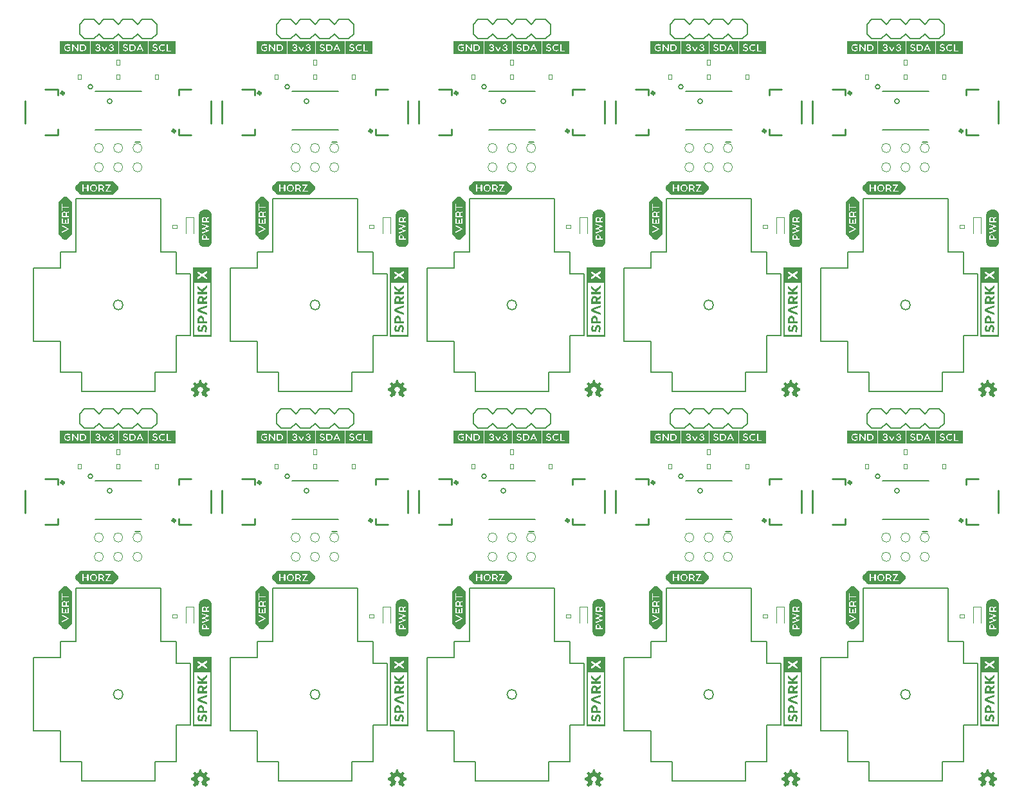
<source format=gto>
G04 #@! TF.FileFunction,Legend,Top*
%FSLAX46Y46*%
G04 Gerber Fmt 4.6, Leading zero omitted, Abs format (unit mm)*
G04 Created by KiCad (PCBNEW 4.0.6) date 02/21/18 15:23:47*
%MOMM*%
%LPD*%
G01*
G04 APERTURE LIST*
%ADD10C,0.100000*%
%ADD11C,0.066040*%
%ADD12C,0.120000*%
%ADD13C,0.203200*%
%ADD14C,0.254000*%
%ADD15C,0.400000*%
G04 APERTURE END LIST*
D10*
D11*
X171963080Y-120070880D02*
X171963080Y-120467120D01*
X171963080Y-120467120D02*
X172562520Y-120467120D01*
X172562520Y-120070880D02*
X172562520Y-120467120D01*
X171963080Y-120070880D02*
X172562520Y-120070880D01*
X146055080Y-120070880D02*
X146055080Y-120467120D01*
X146055080Y-120467120D02*
X146654520Y-120467120D01*
X146654520Y-120070880D02*
X146654520Y-120467120D01*
X146055080Y-120070880D02*
X146654520Y-120070880D01*
X120147080Y-120070880D02*
X120147080Y-120467120D01*
X120147080Y-120467120D02*
X120746520Y-120467120D01*
X120746520Y-120070880D02*
X120746520Y-120467120D01*
X120147080Y-120070880D02*
X120746520Y-120070880D01*
X94239080Y-120070880D02*
X94239080Y-120467120D01*
X94239080Y-120467120D02*
X94838520Y-120467120D01*
X94838520Y-120070880D02*
X94838520Y-120467120D01*
X94239080Y-120070880D02*
X94838520Y-120070880D01*
X68331080Y-120070880D02*
X68331080Y-120467120D01*
X68331080Y-120467120D02*
X68930520Y-120467120D01*
X68930520Y-120070880D02*
X68930520Y-120467120D01*
X68331080Y-120070880D02*
X68930520Y-120070880D01*
X171963080Y-68762880D02*
X171963080Y-69159120D01*
X171963080Y-69159120D02*
X172562520Y-69159120D01*
X172562520Y-68762880D02*
X172562520Y-69159120D01*
X171963080Y-68762880D02*
X172562520Y-68762880D01*
X146055080Y-68762880D02*
X146055080Y-69159120D01*
X146055080Y-69159120D02*
X146654520Y-69159120D01*
X146654520Y-68762880D02*
X146654520Y-69159120D01*
X146055080Y-68762880D02*
X146654520Y-68762880D01*
X120147080Y-68762880D02*
X120147080Y-69159120D01*
X120147080Y-69159120D02*
X120746520Y-69159120D01*
X120746520Y-68762880D02*
X120746520Y-69159120D01*
X120147080Y-68762880D02*
X120746520Y-68762880D01*
X94239080Y-68762880D02*
X94239080Y-69159120D01*
X94239080Y-69159120D02*
X94838520Y-69159120D01*
X94838520Y-68762880D02*
X94838520Y-69159120D01*
X94239080Y-68762880D02*
X94838520Y-68762880D01*
D12*
X174794800Y-119019800D02*
X173794800Y-119019800D01*
X173794800Y-119019800D02*
X173794800Y-121119800D01*
X174794800Y-119019800D02*
X174794800Y-121119800D01*
X148886800Y-119019800D02*
X147886800Y-119019800D01*
X147886800Y-119019800D02*
X147886800Y-121119800D01*
X148886800Y-119019800D02*
X148886800Y-121119800D01*
X122978800Y-119019800D02*
X121978800Y-119019800D01*
X121978800Y-119019800D02*
X121978800Y-121119800D01*
X122978800Y-119019800D02*
X122978800Y-121119800D01*
X97070800Y-119019800D02*
X96070800Y-119019800D01*
X96070800Y-119019800D02*
X96070800Y-121119800D01*
X97070800Y-119019800D02*
X97070800Y-121119800D01*
X71162800Y-119019800D02*
X70162800Y-119019800D01*
X70162800Y-119019800D02*
X70162800Y-121119800D01*
X71162800Y-119019800D02*
X71162800Y-121119800D01*
X174794800Y-67711800D02*
X173794800Y-67711800D01*
X173794800Y-67711800D02*
X173794800Y-69811800D01*
X174794800Y-67711800D02*
X174794800Y-69811800D01*
X148886800Y-67711800D02*
X147886800Y-67711800D01*
X147886800Y-67711800D02*
X147886800Y-69811800D01*
X148886800Y-67711800D02*
X148886800Y-69811800D01*
X122978800Y-67711800D02*
X121978800Y-67711800D01*
X121978800Y-67711800D02*
X121978800Y-69811800D01*
X122978800Y-67711800D02*
X122978800Y-69811800D01*
X97070800Y-67711800D02*
X96070800Y-67711800D01*
X96070800Y-67711800D02*
X96070800Y-69811800D01*
X97070800Y-67711800D02*
X97070800Y-69811800D01*
D11*
X159865060Y-114358420D02*
X164063680Y-114358420D01*
X164063680Y-114358420D02*
X164063680Y-114320320D01*
X159865060Y-114320320D02*
X164063680Y-114320320D01*
X159865060Y-114358420D02*
X159865060Y-114320320D01*
X159824420Y-114399060D02*
X164104320Y-114399060D01*
X164104320Y-114399060D02*
X164104320Y-114358420D01*
X159824420Y-114358420D02*
X164104320Y-114358420D01*
X159824420Y-114399060D02*
X159824420Y-114358420D01*
X159743140Y-114439700D02*
X164185600Y-114439700D01*
X164185600Y-114439700D02*
X164185600Y-114399060D01*
X159743140Y-114399060D02*
X164185600Y-114399060D01*
X159743140Y-114439700D02*
X159743140Y-114399060D01*
X159705040Y-114480340D02*
X164223700Y-114480340D01*
X164223700Y-114480340D02*
X164223700Y-114439700D01*
X159705040Y-114439700D02*
X164223700Y-114439700D01*
X159705040Y-114480340D02*
X159705040Y-114439700D01*
X159664400Y-114518440D02*
X164264340Y-114518440D01*
X164264340Y-114518440D02*
X164264340Y-114480340D01*
X159664400Y-114480340D02*
X164264340Y-114480340D01*
X159664400Y-114518440D02*
X159664400Y-114480340D01*
X159623760Y-114559080D02*
X164304980Y-114559080D01*
X164304980Y-114559080D02*
X164304980Y-114518440D01*
X159623760Y-114518440D02*
X164304980Y-114518440D01*
X159623760Y-114559080D02*
X159623760Y-114518440D01*
X159583120Y-114599720D02*
X164343080Y-114599720D01*
X164343080Y-114599720D02*
X164343080Y-114559080D01*
X159583120Y-114559080D02*
X164343080Y-114559080D01*
X159583120Y-114599720D02*
X159583120Y-114559080D01*
X159545020Y-114640360D02*
X161465260Y-114640360D01*
X161465260Y-114640360D02*
X161465260Y-114599720D01*
X159545020Y-114599720D02*
X161465260Y-114599720D01*
X159545020Y-114640360D02*
X159545020Y-114599720D01*
X161625280Y-114640360D02*
X164383720Y-114640360D01*
X164383720Y-114640360D02*
X164383720Y-114599720D01*
X161625280Y-114599720D02*
X164383720Y-114599720D01*
X161625280Y-114640360D02*
X161625280Y-114599720D01*
X159504380Y-114678460D02*
X160063180Y-114678460D01*
X160063180Y-114678460D02*
X160063180Y-114640360D01*
X159504380Y-114640360D02*
X160063180Y-114640360D01*
X159504380Y-114678460D02*
X159504380Y-114640360D01*
X160263840Y-114678460D02*
X160703260Y-114678460D01*
X160703260Y-114678460D02*
X160703260Y-114640360D01*
X160263840Y-114640360D02*
X160703260Y-114640360D01*
X160263840Y-114678460D02*
X160263840Y-114640360D01*
X160903920Y-114678460D02*
X161343340Y-114678460D01*
X161343340Y-114678460D02*
X161343340Y-114640360D01*
X160903920Y-114640360D02*
X161343340Y-114640360D01*
X160903920Y-114678460D02*
X160903920Y-114640360D01*
X161785300Y-114678460D02*
X162184080Y-114678460D01*
X162184080Y-114678460D02*
X162184080Y-114640360D01*
X161785300Y-114640360D02*
X162184080Y-114640360D01*
X161785300Y-114678460D02*
X161785300Y-114640360D01*
X162745420Y-114678460D02*
X163065460Y-114678460D01*
X163065460Y-114678460D02*
X163065460Y-114640360D01*
X162745420Y-114640360D02*
X163065460Y-114640360D01*
X162745420Y-114678460D02*
X162745420Y-114640360D01*
X163865560Y-114678460D02*
X164424360Y-114678460D01*
X164424360Y-114678460D02*
X164424360Y-114640360D01*
X163865560Y-114640360D02*
X164424360Y-114640360D01*
X163865560Y-114678460D02*
X163865560Y-114640360D01*
X159463740Y-114719100D02*
X160063180Y-114719100D01*
X160063180Y-114719100D02*
X160063180Y-114678460D01*
X159463740Y-114678460D02*
X160063180Y-114678460D01*
X159463740Y-114719100D02*
X159463740Y-114678460D01*
X160304480Y-114719100D02*
X160665160Y-114719100D01*
X160665160Y-114719100D02*
X160665160Y-114678460D01*
X160304480Y-114678460D02*
X160665160Y-114678460D01*
X160304480Y-114719100D02*
X160304480Y-114678460D01*
X160944560Y-114719100D02*
X161264600Y-114719100D01*
X161264600Y-114719100D02*
X161264600Y-114678460D01*
X160944560Y-114678460D02*
X161264600Y-114678460D01*
X160944560Y-114719100D02*
X160944560Y-114678460D01*
X161823400Y-114719100D02*
X162184080Y-114719100D01*
X162184080Y-114719100D02*
X162184080Y-114678460D01*
X161823400Y-114678460D02*
X162184080Y-114678460D01*
X161823400Y-114719100D02*
X161823400Y-114678460D01*
X162824160Y-114719100D02*
X163065460Y-114719100D01*
X163065460Y-114719100D02*
X163065460Y-114678460D01*
X162824160Y-114678460D02*
X163065460Y-114678460D01*
X162824160Y-114719100D02*
X162824160Y-114678460D01*
X163865560Y-114719100D02*
X164465000Y-114719100D01*
X164465000Y-114719100D02*
X164465000Y-114678460D01*
X163865560Y-114678460D02*
X164465000Y-114678460D01*
X163865560Y-114719100D02*
X163865560Y-114678460D01*
X159423100Y-114759740D02*
X160063180Y-114759740D01*
X160063180Y-114759740D02*
X160063180Y-114719100D01*
X159423100Y-114719100D02*
X160063180Y-114719100D01*
X159423100Y-114759740D02*
X159423100Y-114719100D01*
X160304480Y-114759740D02*
X160665160Y-114759740D01*
X160665160Y-114759740D02*
X160665160Y-114719100D01*
X160304480Y-114719100D02*
X160665160Y-114719100D01*
X160304480Y-114759740D02*
X160304480Y-114719100D01*
X160944560Y-114759740D02*
X161223960Y-114759740D01*
X161223960Y-114759740D02*
X161223960Y-114719100D01*
X160944560Y-114719100D02*
X161223960Y-114719100D01*
X160944560Y-114759740D02*
X160944560Y-114719100D01*
X161904680Y-114759740D02*
X162184080Y-114759740D01*
X162184080Y-114759740D02*
X162184080Y-114719100D01*
X161904680Y-114719100D02*
X162184080Y-114719100D01*
X161904680Y-114759740D02*
X161904680Y-114719100D01*
X162864800Y-114759740D02*
X163065460Y-114759740D01*
X163065460Y-114759740D02*
X163065460Y-114719100D01*
X162864800Y-114719100D02*
X163065460Y-114719100D01*
X162864800Y-114759740D02*
X162864800Y-114719100D01*
X163865560Y-114759740D02*
X164503100Y-114759740D01*
X164503100Y-114759740D02*
X164503100Y-114719100D01*
X163865560Y-114719100D02*
X164503100Y-114719100D01*
X163865560Y-114759740D02*
X163865560Y-114719100D01*
X159385000Y-114800380D02*
X160063180Y-114800380D01*
X160063180Y-114800380D02*
X160063180Y-114759740D01*
X159385000Y-114759740D02*
X160063180Y-114759740D01*
X159385000Y-114800380D02*
X159385000Y-114759740D01*
X160304480Y-114800380D02*
X160665160Y-114800380D01*
X160665160Y-114800380D02*
X160665160Y-114759740D01*
X160304480Y-114759740D02*
X160665160Y-114759740D01*
X160304480Y-114800380D02*
X160304480Y-114759740D01*
X160944560Y-114800380D02*
X161183320Y-114800380D01*
X161183320Y-114800380D02*
X161183320Y-114759740D01*
X160944560Y-114759740D02*
X161183320Y-114759740D01*
X160944560Y-114800380D02*
X160944560Y-114759740D01*
X161945320Y-114800380D02*
X162184080Y-114800380D01*
X162184080Y-114800380D02*
X162184080Y-114759740D01*
X161945320Y-114759740D02*
X162184080Y-114759740D01*
X161945320Y-114800380D02*
X161945320Y-114759740D01*
X162905440Y-114800380D02*
X163065460Y-114800380D01*
X163065460Y-114800380D02*
X163065460Y-114759740D01*
X162905440Y-114759740D02*
X163065460Y-114759740D01*
X162905440Y-114800380D02*
X162905440Y-114759740D01*
X163865560Y-114800380D02*
X164543740Y-114800380D01*
X164543740Y-114800380D02*
X164543740Y-114759740D01*
X163865560Y-114759740D02*
X164543740Y-114759740D01*
X163865560Y-114800380D02*
X163865560Y-114759740D01*
X159344360Y-114838480D02*
X160063180Y-114838480D01*
X160063180Y-114838480D02*
X160063180Y-114800380D01*
X159344360Y-114800380D02*
X160063180Y-114800380D01*
X159344360Y-114838480D02*
X159344360Y-114800380D01*
X160304480Y-114838480D02*
X160665160Y-114838480D01*
X160665160Y-114838480D02*
X160665160Y-114800380D01*
X160304480Y-114800380D02*
X160665160Y-114800380D01*
X160304480Y-114838480D02*
X160304480Y-114800380D01*
X160944560Y-114838480D02*
X161145220Y-114838480D01*
X161145220Y-114838480D02*
X161145220Y-114800380D01*
X160944560Y-114800380D02*
X161145220Y-114800380D01*
X160944560Y-114838480D02*
X160944560Y-114800380D01*
X161983420Y-114838480D02*
X162184080Y-114838480D01*
X162184080Y-114838480D02*
X162184080Y-114800380D01*
X161983420Y-114800380D02*
X162184080Y-114800380D01*
X161983420Y-114838480D02*
X161983420Y-114800380D01*
X162943540Y-114838480D02*
X163065460Y-114838480D01*
X163065460Y-114838480D02*
X163065460Y-114800380D01*
X162943540Y-114800380D02*
X163065460Y-114800380D01*
X162943540Y-114838480D02*
X162943540Y-114800380D01*
X163865560Y-114838480D02*
X164584380Y-114838480D01*
X164584380Y-114838480D02*
X164584380Y-114800380D01*
X163865560Y-114800380D02*
X164584380Y-114800380D01*
X163865560Y-114838480D02*
X163865560Y-114800380D01*
X159303720Y-114879120D02*
X160063180Y-114879120D01*
X160063180Y-114879120D02*
X160063180Y-114838480D01*
X159303720Y-114838480D02*
X160063180Y-114838480D01*
X159303720Y-114879120D02*
X159303720Y-114838480D01*
X160304480Y-114879120D02*
X160665160Y-114879120D01*
X160665160Y-114879120D02*
X160665160Y-114838480D01*
X160304480Y-114838480D02*
X160665160Y-114838480D01*
X160304480Y-114879120D02*
X160304480Y-114838480D01*
X160944560Y-114879120D02*
X161104580Y-114879120D01*
X161104580Y-114879120D02*
X161104580Y-114838480D01*
X160944560Y-114838480D02*
X161104580Y-114838480D01*
X160944560Y-114879120D02*
X160944560Y-114838480D01*
X161983420Y-114879120D02*
X162184080Y-114879120D01*
X162184080Y-114879120D02*
X162184080Y-114838480D01*
X161983420Y-114838480D02*
X162184080Y-114838480D01*
X161983420Y-114879120D02*
X161983420Y-114838480D01*
X162943540Y-114879120D02*
X163103560Y-114879120D01*
X163103560Y-114879120D02*
X163103560Y-114838480D01*
X162943540Y-114838480D02*
X163103560Y-114838480D01*
X162943540Y-114879120D02*
X162943540Y-114838480D01*
X163824920Y-114879120D02*
X164625020Y-114879120D01*
X164625020Y-114879120D02*
X164625020Y-114838480D01*
X163824920Y-114838480D02*
X164625020Y-114838480D01*
X163824920Y-114879120D02*
X163824920Y-114838480D01*
X159263080Y-114919760D02*
X160063180Y-114919760D01*
X160063180Y-114919760D02*
X160063180Y-114879120D01*
X159263080Y-114879120D02*
X160063180Y-114879120D01*
X159263080Y-114919760D02*
X159263080Y-114879120D01*
X160304480Y-114919760D02*
X160665160Y-114919760D01*
X160665160Y-114919760D02*
X160665160Y-114879120D01*
X160304480Y-114879120D02*
X160665160Y-114879120D01*
X160304480Y-114919760D02*
X160304480Y-114879120D01*
X160944560Y-114919760D02*
X161104580Y-114919760D01*
X161104580Y-114919760D02*
X161104580Y-114879120D01*
X160944560Y-114879120D02*
X161104580Y-114879120D01*
X160944560Y-114919760D02*
X160944560Y-114879120D01*
X161424620Y-114919760D02*
X161663380Y-114919760D01*
X161663380Y-114919760D02*
X161663380Y-114879120D01*
X161424620Y-114879120D02*
X161663380Y-114879120D01*
X161424620Y-114919760D02*
X161424620Y-114879120D01*
X162024060Y-114919760D02*
X162184080Y-114919760D01*
X162184080Y-114919760D02*
X162184080Y-114879120D01*
X162024060Y-114879120D02*
X162184080Y-114879120D01*
X162024060Y-114919760D02*
X162024060Y-114879120D01*
X162425380Y-114919760D02*
X162664140Y-114919760D01*
X162664140Y-114919760D02*
X162664140Y-114879120D01*
X162425380Y-114879120D02*
X162664140Y-114879120D01*
X162425380Y-114919760D02*
X162425380Y-114879120D01*
X162943540Y-114919760D02*
X163504880Y-114919760D01*
X163504880Y-114919760D02*
X163504880Y-114879120D01*
X162943540Y-114879120D02*
X163504880Y-114879120D01*
X162943540Y-114919760D02*
X162943540Y-114879120D01*
X163824920Y-114919760D02*
X164663120Y-114919760D01*
X164663120Y-114919760D02*
X164663120Y-114879120D01*
X163824920Y-114879120D02*
X164663120Y-114879120D01*
X163824920Y-114919760D02*
X163824920Y-114879120D01*
X159263080Y-114960400D02*
X160063180Y-114960400D01*
X160063180Y-114960400D02*
X160063180Y-114919760D01*
X159263080Y-114919760D02*
X160063180Y-114919760D01*
X159263080Y-114960400D02*
X159263080Y-114919760D01*
X160304480Y-114960400D02*
X160665160Y-114960400D01*
X160665160Y-114960400D02*
X160665160Y-114919760D01*
X160304480Y-114919760D02*
X160665160Y-114919760D01*
X160304480Y-114960400D02*
X160304480Y-114919760D01*
X160944560Y-114960400D02*
X161063940Y-114960400D01*
X161063940Y-114960400D02*
X161063940Y-114919760D01*
X160944560Y-114919760D02*
X161063940Y-114919760D01*
X160944560Y-114960400D02*
X160944560Y-114919760D01*
X161383980Y-114960400D02*
X161744660Y-114960400D01*
X161744660Y-114960400D02*
X161744660Y-114919760D01*
X161383980Y-114919760D02*
X161744660Y-114919760D01*
X161383980Y-114960400D02*
X161383980Y-114919760D01*
X162024060Y-114960400D02*
X162184080Y-114960400D01*
X162184080Y-114960400D02*
X162184080Y-114919760D01*
X162024060Y-114919760D02*
X162184080Y-114919760D01*
X162024060Y-114960400D02*
X162024060Y-114919760D01*
X162425380Y-114960400D02*
X162704780Y-114960400D01*
X162704780Y-114960400D02*
X162704780Y-114919760D01*
X162425380Y-114919760D02*
X162704780Y-114919760D01*
X162425380Y-114960400D02*
X162425380Y-114919760D01*
X162984180Y-114960400D02*
X163464240Y-114960400D01*
X163464240Y-114960400D02*
X163464240Y-114919760D01*
X162984180Y-114919760D02*
X163464240Y-114919760D01*
X162984180Y-114960400D02*
X162984180Y-114919760D01*
X163784280Y-114960400D02*
X164663120Y-114960400D01*
X164663120Y-114960400D02*
X164663120Y-114919760D01*
X163784280Y-114919760D02*
X164663120Y-114919760D01*
X163784280Y-114960400D02*
X163784280Y-114919760D01*
X159224980Y-114998500D02*
X160063180Y-114998500D01*
X160063180Y-114998500D02*
X160063180Y-114960400D01*
X159224980Y-114960400D02*
X160063180Y-114960400D01*
X159224980Y-114998500D02*
X159224980Y-114960400D01*
X160304480Y-114998500D02*
X160665160Y-114998500D01*
X160665160Y-114998500D02*
X160665160Y-114960400D01*
X160304480Y-114960400D02*
X160665160Y-114960400D01*
X160304480Y-114998500D02*
X160304480Y-114960400D01*
X160944560Y-114998500D02*
X161063940Y-114998500D01*
X161063940Y-114998500D02*
X161063940Y-114960400D01*
X160944560Y-114960400D02*
X161063940Y-114960400D01*
X160944560Y-114998500D02*
X160944560Y-114960400D01*
X161343340Y-114998500D02*
X161785300Y-114998500D01*
X161785300Y-114998500D02*
X161785300Y-114960400D01*
X161343340Y-114960400D02*
X161785300Y-114960400D01*
X161343340Y-114998500D02*
X161343340Y-114960400D01*
X162064700Y-114998500D02*
X162184080Y-114998500D01*
X162184080Y-114998500D02*
X162184080Y-114960400D01*
X162064700Y-114960400D02*
X162184080Y-114960400D01*
X162064700Y-114998500D02*
X162064700Y-114960400D01*
X162425380Y-114998500D02*
X162745420Y-114998500D01*
X162745420Y-114998500D02*
X162745420Y-114960400D01*
X162425380Y-114960400D02*
X162745420Y-114960400D01*
X162425380Y-114998500D02*
X162425380Y-114960400D01*
X162984180Y-114998500D02*
X163423600Y-114998500D01*
X163423600Y-114998500D02*
X163423600Y-114960400D01*
X162984180Y-114960400D02*
X163423600Y-114960400D01*
X162984180Y-114998500D02*
X162984180Y-114960400D01*
X163743640Y-114998500D02*
X164703760Y-114998500D01*
X164703760Y-114998500D02*
X164703760Y-114960400D01*
X163743640Y-114960400D02*
X164703760Y-114960400D01*
X163743640Y-114998500D02*
X163743640Y-114960400D01*
X159184340Y-115039140D02*
X160063180Y-115039140D01*
X160063180Y-115039140D02*
X160063180Y-114998500D01*
X159184340Y-114998500D02*
X160063180Y-114998500D01*
X159184340Y-115039140D02*
X159184340Y-114998500D01*
X160304480Y-115039140D02*
X160665160Y-115039140D01*
X160665160Y-115039140D02*
X160665160Y-114998500D01*
X160304480Y-114998500D02*
X160665160Y-114998500D01*
X160304480Y-115039140D02*
X160304480Y-114998500D01*
X160944560Y-115039140D02*
X161063940Y-115039140D01*
X161063940Y-115039140D02*
X161063940Y-114998500D01*
X160944560Y-114998500D02*
X161063940Y-114998500D01*
X160944560Y-115039140D02*
X160944560Y-114998500D01*
X161305240Y-115039140D02*
X161785300Y-115039140D01*
X161785300Y-115039140D02*
X161785300Y-114998500D01*
X161305240Y-114998500D02*
X161785300Y-114998500D01*
X161305240Y-115039140D02*
X161305240Y-114998500D01*
X162064700Y-115039140D02*
X162184080Y-115039140D01*
X162184080Y-115039140D02*
X162184080Y-114998500D01*
X162064700Y-114998500D02*
X162184080Y-114998500D01*
X162064700Y-115039140D02*
X162064700Y-114998500D01*
X162425380Y-115039140D02*
X162745420Y-115039140D01*
X162745420Y-115039140D02*
X162745420Y-114998500D01*
X162425380Y-114998500D02*
X162745420Y-114998500D01*
X162425380Y-115039140D02*
X162425380Y-114998500D01*
X162984180Y-115039140D02*
X163423600Y-115039140D01*
X163423600Y-115039140D02*
X163423600Y-114998500D01*
X162984180Y-114998500D02*
X163423600Y-114998500D01*
X162984180Y-115039140D02*
X162984180Y-114998500D01*
X163705540Y-115039140D02*
X164744400Y-115039140D01*
X164744400Y-115039140D02*
X164744400Y-114998500D01*
X163705540Y-114998500D02*
X164744400Y-114998500D01*
X163705540Y-115039140D02*
X163705540Y-114998500D01*
X159184340Y-115079780D02*
X160063180Y-115079780D01*
X160063180Y-115079780D02*
X160063180Y-115039140D01*
X159184340Y-115039140D02*
X160063180Y-115039140D01*
X159184340Y-115079780D02*
X159184340Y-115039140D01*
X160944560Y-115079780D02*
X161063940Y-115079780D01*
X161063940Y-115079780D02*
X161063940Y-115039140D01*
X160944560Y-115039140D02*
X161063940Y-115039140D01*
X160944560Y-115079780D02*
X160944560Y-115039140D01*
X161305240Y-115079780D02*
X161823400Y-115079780D01*
X161823400Y-115079780D02*
X161823400Y-115039140D01*
X161305240Y-115039140D02*
X161823400Y-115039140D01*
X161305240Y-115079780D02*
X161305240Y-115039140D01*
X162064700Y-115079780D02*
X162184080Y-115079780D01*
X162184080Y-115079780D02*
X162184080Y-115039140D01*
X162064700Y-115039140D02*
X162184080Y-115039140D01*
X162064700Y-115079780D02*
X162064700Y-115039140D01*
X162425380Y-115079780D02*
X162704780Y-115079780D01*
X162704780Y-115079780D02*
X162704780Y-115039140D01*
X162425380Y-115039140D02*
X162704780Y-115039140D01*
X162425380Y-115079780D02*
X162425380Y-115039140D01*
X162984180Y-115079780D02*
X163385500Y-115079780D01*
X163385500Y-115079780D02*
X163385500Y-115039140D01*
X162984180Y-115039140D02*
X163385500Y-115039140D01*
X162984180Y-115079780D02*
X162984180Y-115039140D01*
X163705540Y-115079780D02*
X164744400Y-115079780D01*
X164744400Y-115079780D02*
X164744400Y-115039140D01*
X163705540Y-115039140D02*
X164744400Y-115039140D01*
X163705540Y-115079780D02*
X163705540Y-115039140D01*
X159184340Y-115120420D02*
X160063180Y-115120420D01*
X160063180Y-115120420D02*
X160063180Y-115079780D01*
X159184340Y-115079780D02*
X160063180Y-115079780D01*
X159184340Y-115120420D02*
X159184340Y-115079780D01*
X160944560Y-115120420D02*
X161023300Y-115120420D01*
X161023300Y-115120420D02*
X161023300Y-115079780D01*
X160944560Y-115079780D02*
X161023300Y-115079780D01*
X160944560Y-115120420D02*
X160944560Y-115079780D01*
X161305240Y-115120420D02*
X161823400Y-115120420D01*
X161823400Y-115120420D02*
X161823400Y-115079780D01*
X161305240Y-115079780D02*
X161823400Y-115079780D01*
X161305240Y-115120420D02*
X161305240Y-115079780D01*
X162064700Y-115120420D02*
X162184080Y-115120420D01*
X162184080Y-115120420D02*
X162184080Y-115079780D01*
X162064700Y-115079780D02*
X162184080Y-115079780D01*
X162064700Y-115120420D02*
X162064700Y-115079780D01*
X162425380Y-115120420D02*
X162704780Y-115120420D01*
X162704780Y-115120420D02*
X162704780Y-115079780D01*
X162425380Y-115079780D02*
X162704780Y-115079780D01*
X162425380Y-115120420D02*
X162425380Y-115079780D01*
X162984180Y-115120420D02*
X163344860Y-115120420D01*
X163344860Y-115120420D02*
X163344860Y-115079780D01*
X162984180Y-115079780D02*
X163344860Y-115079780D01*
X162984180Y-115120420D02*
X162984180Y-115079780D01*
X163664900Y-115120420D02*
X164744400Y-115120420D01*
X164744400Y-115120420D02*
X164744400Y-115079780D01*
X163664900Y-115079780D02*
X164744400Y-115079780D01*
X163664900Y-115120420D02*
X163664900Y-115079780D01*
X159184340Y-115155980D02*
X160063180Y-115155980D01*
X160063180Y-115155980D02*
X160063180Y-115120420D01*
X159184340Y-115120420D02*
X160063180Y-115120420D01*
X159184340Y-115155980D02*
X159184340Y-115120420D01*
X160944560Y-115155980D02*
X161023300Y-115155980D01*
X161023300Y-115155980D02*
X161023300Y-115120420D01*
X160944560Y-115120420D02*
X161023300Y-115120420D01*
X160944560Y-115155980D02*
X160944560Y-115120420D01*
X161305240Y-115155980D02*
X161823400Y-115155980D01*
X161823400Y-115155980D02*
X161823400Y-115120420D01*
X161305240Y-115120420D02*
X161823400Y-115120420D01*
X161305240Y-115155980D02*
X161305240Y-115120420D01*
X162064700Y-115155980D02*
X162184080Y-115155980D01*
X162184080Y-115155980D02*
X162184080Y-115120420D01*
X162064700Y-115120420D02*
X162184080Y-115120420D01*
X162064700Y-115155980D02*
X162064700Y-115120420D01*
X162943540Y-115155980D02*
X163344860Y-115155980D01*
X163344860Y-115155980D02*
X163344860Y-115120420D01*
X162943540Y-115120420D02*
X163344860Y-115120420D01*
X162943540Y-115155980D02*
X162943540Y-115120420D01*
X163624260Y-115155980D02*
X164744400Y-115155980D01*
X164744400Y-115155980D02*
X164744400Y-115120420D01*
X163624260Y-115120420D02*
X164744400Y-115120420D01*
X163624260Y-115155980D02*
X163624260Y-115120420D01*
X159184340Y-115196620D02*
X160063180Y-115196620D01*
X160063180Y-115196620D02*
X160063180Y-115155980D01*
X159184340Y-115155980D02*
X160063180Y-115155980D01*
X159184340Y-115196620D02*
X159184340Y-115155980D01*
X160944560Y-115196620D02*
X161023300Y-115196620D01*
X161023300Y-115196620D02*
X161023300Y-115155980D01*
X160944560Y-115155980D02*
X161023300Y-115155980D01*
X160944560Y-115196620D02*
X160944560Y-115155980D01*
X161305240Y-115196620D02*
X161823400Y-115196620D01*
X161823400Y-115196620D02*
X161823400Y-115155980D01*
X161305240Y-115155980D02*
X161823400Y-115155980D01*
X161305240Y-115196620D02*
X161305240Y-115155980D01*
X162064700Y-115196620D02*
X162184080Y-115196620D01*
X162184080Y-115196620D02*
X162184080Y-115155980D01*
X162064700Y-115155980D02*
X162184080Y-115155980D01*
X162064700Y-115196620D02*
X162064700Y-115155980D01*
X162943540Y-115196620D02*
X163304220Y-115196620D01*
X163304220Y-115196620D02*
X163304220Y-115155980D01*
X162943540Y-115155980D02*
X163304220Y-115155980D01*
X162943540Y-115196620D02*
X162943540Y-115155980D01*
X163583620Y-115196620D02*
X164744400Y-115196620D01*
X164744400Y-115196620D02*
X164744400Y-115155980D01*
X163583620Y-115155980D02*
X164744400Y-115155980D01*
X163583620Y-115196620D02*
X163583620Y-115155980D01*
X159184340Y-115237260D02*
X160063180Y-115237260D01*
X160063180Y-115237260D02*
X160063180Y-115196620D01*
X159184340Y-115196620D02*
X160063180Y-115196620D01*
X159184340Y-115237260D02*
X159184340Y-115196620D01*
X160944560Y-115237260D02*
X161023300Y-115237260D01*
X161023300Y-115237260D02*
X161023300Y-115196620D01*
X160944560Y-115196620D02*
X161023300Y-115196620D01*
X160944560Y-115237260D02*
X160944560Y-115196620D01*
X161305240Y-115237260D02*
X161823400Y-115237260D01*
X161823400Y-115237260D02*
X161823400Y-115196620D01*
X161305240Y-115196620D02*
X161823400Y-115196620D01*
X161305240Y-115237260D02*
X161305240Y-115196620D01*
X162064700Y-115237260D02*
X162184080Y-115237260D01*
X162184080Y-115237260D02*
X162184080Y-115196620D01*
X162064700Y-115196620D02*
X162184080Y-115196620D01*
X162064700Y-115237260D02*
X162064700Y-115196620D01*
X162905440Y-115237260D02*
X163263580Y-115237260D01*
X163263580Y-115237260D02*
X163263580Y-115196620D01*
X162905440Y-115196620D02*
X163263580Y-115196620D01*
X162905440Y-115237260D02*
X162905440Y-115196620D01*
X163583620Y-115237260D02*
X164744400Y-115237260D01*
X164744400Y-115237260D02*
X164744400Y-115196620D01*
X163583620Y-115196620D02*
X164744400Y-115196620D01*
X163583620Y-115237260D02*
X163583620Y-115196620D01*
X159184340Y-115277900D02*
X160063180Y-115277900D01*
X160063180Y-115277900D02*
X160063180Y-115237260D01*
X159184340Y-115237260D02*
X160063180Y-115237260D01*
X159184340Y-115277900D02*
X159184340Y-115237260D01*
X160304480Y-115277900D02*
X160665160Y-115277900D01*
X160665160Y-115277900D02*
X160665160Y-115237260D01*
X160304480Y-115237260D02*
X160665160Y-115237260D01*
X160304480Y-115277900D02*
X160304480Y-115237260D01*
X160944560Y-115277900D02*
X161063940Y-115277900D01*
X161063940Y-115277900D02*
X161063940Y-115237260D01*
X160944560Y-115237260D02*
X161063940Y-115237260D01*
X160944560Y-115277900D02*
X160944560Y-115237260D01*
X161305240Y-115277900D02*
X161823400Y-115277900D01*
X161823400Y-115277900D02*
X161823400Y-115237260D01*
X161305240Y-115237260D02*
X161823400Y-115237260D01*
X161305240Y-115277900D02*
X161305240Y-115237260D01*
X162064700Y-115277900D02*
X162184080Y-115277900D01*
X162184080Y-115277900D02*
X162184080Y-115237260D01*
X162064700Y-115237260D02*
X162184080Y-115237260D01*
X162064700Y-115277900D02*
X162064700Y-115237260D01*
X162864800Y-115277900D02*
X163225480Y-115277900D01*
X163225480Y-115277900D02*
X163225480Y-115237260D01*
X162864800Y-115237260D02*
X163225480Y-115237260D01*
X162864800Y-115277900D02*
X162864800Y-115237260D01*
X163545520Y-115277900D02*
X164744400Y-115277900D01*
X164744400Y-115277900D02*
X164744400Y-115237260D01*
X163545520Y-115237260D02*
X164744400Y-115237260D01*
X163545520Y-115277900D02*
X163545520Y-115237260D01*
X159224980Y-115316000D02*
X160063180Y-115316000D01*
X160063180Y-115316000D02*
X160063180Y-115277900D01*
X159224980Y-115277900D02*
X160063180Y-115277900D01*
X159224980Y-115316000D02*
X159224980Y-115277900D01*
X160304480Y-115316000D02*
X160665160Y-115316000D01*
X160665160Y-115316000D02*
X160665160Y-115277900D01*
X160304480Y-115277900D02*
X160665160Y-115277900D01*
X160304480Y-115316000D02*
X160304480Y-115277900D01*
X160944560Y-115316000D02*
X161063940Y-115316000D01*
X161063940Y-115316000D02*
X161063940Y-115277900D01*
X160944560Y-115277900D02*
X161063940Y-115277900D01*
X160944560Y-115316000D02*
X160944560Y-115277900D01*
X161305240Y-115316000D02*
X161785300Y-115316000D01*
X161785300Y-115316000D02*
X161785300Y-115277900D01*
X161305240Y-115277900D02*
X161785300Y-115277900D01*
X161305240Y-115316000D02*
X161305240Y-115277900D01*
X162064700Y-115316000D02*
X162184080Y-115316000D01*
X162184080Y-115316000D02*
X162184080Y-115277900D01*
X162064700Y-115277900D02*
X162184080Y-115277900D01*
X162064700Y-115316000D02*
X162064700Y-115277900D01*
X162864800Y-115316000D02*
X163225480Y-115316000D01*
X163225480Y-115316000D02*
X163225480Y-115277900D01*
X162864800Y-115277900D02*
X163225480Y-115277900D01*
X162864800Y-115316000D02*
X162864800Y-115277900D01*
X163504880Y-115316000D02*
X164703760Y-115316000D01*
X164703760Y-115316000D02*
X164703760Y-115277900D01*
X163504880Y-115277900D02*
X164703760Y-115277900D01*
X163504880Y-115316000D02*
X163504880Y-115277900D01*
X159263080Y-115356640D02*
X160063180Y-115356640D01*
X160063180Y-115356640D02*
X160063180Y-115316000D01*
X159263080Y-115316000D02*
X160063180Y-115316000D01*
X159263080Y-115356640D02*
X159263080Y-115316000D01*
X160304480Y-115356640D02*
X160665160Y-115356640D01*
X160665160Y-115356640D02*
X160665160Y-115316000D01*
X160304480Y-115316000D02*
X160665160Y-115316000D01*
X160304480Y-115356640D02*
X160304480Y-115316000D01*
X160944560Y-115356640D02*
X161063940Y-115356640D01*
X161063940Y-115356640D02*
X161063940Y-115316000D01*
X160944560Y-115316000D02*
X161063940Y-115316000D01*
X160944560Y-115356640D02*
X160944560Y-115316000D01*
X161343340Y-115356640D02*
X161785300Y-115356640D01*
X161785300Y-115356640D02*
X161785300Y-115316000D01*
X161343340Y-115316000D02*
X161785300Y-115316000D01*
X161343340Y-115356640D02*
X161343340Y-115316000D01*
X162024060Y-115356640D02*
X162184080Y-115356640D01*
X162184080Y-115356640D02*
X162184080Y-115316000D01*
X162024060Y-115316000D02*
X162184080Y-115316000D01*
X162024060Y-115356640D02*
X162024060Y-115316000D01*
X162905440Y-115356640D02*
X163184840Y-115356640D01*
X163184840Y-115356640D02*
X163184840Y-115316000D01*
X162905440Y-115316000D02*
X163184840Y-115316000D01*
X162905440Y-115356640D02*
X162905440Y-115316000D01*
X163504880Y-115356640D02*
X164663120Y-115356640D01*
X164663120Y-115356640D02*
X164663120Y-115316000D01*
X163504880Y-115316000D02*
X164663120Y-115316000D01*
X163504880Y-115356640D02*
X163504880Y-115316000D01*
X159263080Y-115397280D02*
X160063180Y-115397280D01*
X160063180Y-115397280D02*
X160063180Y-115356640D01*
X159263080Y-115356640D02*
X160063180Y-115356640D01*
X159263080Y-115397280D02*
X159263080Y-115356640D01*
X160304480Y-115397280D02*
X160665160Y-115397280D01*
X160665160Y-115397280D02*
X160665160Y-115356640D01*
X160304480Y-115356640D02*
X160665160Y-115356640D01*
X160304480Y-115397280D02*
X160304480Y-115356640D01*
X160944560Y-115397280D02*
X161063940Y-115397280D01*
X161063940Y-115397280D02*
X161063940Y-115356640D01*
X160944560Y-115356640D02*
X161063940Y-115356640D01*
X160944560Y-115397280D02*
X160944560Y-115356640D01*
X161383980Y-115397280D02*
X161744660Y-115397280D01*
X161744660Y-115397280D02*
X161744660Y-115356640D01*
X161383980Y-115356640D02*
X161744660Y-115356640D01*
X161383980Y-115397280D02*
X161383980Y-115356640D01*
X162024060Y-115397280D02*
X162184080Y-115397280D01*
X162184080Y-115397280D02*
X162184080Y-115356640D01*
X162024060Y-115356640D02*
X162184080Y-115356640D01*
X162024060Y-115397280D02*
X162024060Y-115356640D01*
X162905440Y-115397280D02*
X163144200Y-115397280D01*
X163144200Y-115397280D02*
X163144200Y-115356640D01*
X162905440Y-115356640D02*
X163144200Y-115356640D01*
X162905440Y-115397280D02*
X162905440Y-115356640D01*
X163464240Y-115397280D02*
X164663120Y-115397280D01*
X164663120Y-115397280D02*
X164663120Y-115356640D01*
X163464240Y-115356640D02*
X164663120Y-115356640D01*
X163464240Y-115397280D02*
X163464240Y-115356640D01*
X159303720Y-115437920D02*
X160063180Y-115437920D01*
X160063180Y-115437920D02*
X160063180Y-115397280D01*
X159303720Y-115397280D02*
X160063180Y-115397280D01*
X159303720Y-115437920D02*
X159303720Y-115397280D01*
X160304480Y-115437920D02*
X160665160Y-115437920D01*
X160665160Y-115437920D02*
X160665160Y-115397280D01*
X160304480Y-115397280D02*
X160665160Y-115397280D01*
X160304480Y-115437920D02*
X160304480Y-115397280D01*
X160944560Y-115437920D02*
X161104580Y-115437920D01*
X161104580Y-115437920D02*
X161104580Y-115397280D01*
X160944560Y-115397280D02*
X161104580Y-115397280D01*
X160944560Y-115437920D02*
X160944560Y-115397280D01*
X161465260Y-115437920D02*
X161663380Y-115437920D01*
X161663380Y-115437920D02*
X161663380Y-115397280D01*
X161465260Y-115397280D02*
X161663380Y-115397280D01*
X161465260Y-115437920D02*
X161465260Y-115397280D01*
X162024060Y-115437920D02*
X162184080Y-115437920D01*
X162184080Y-115437920D02*
X162184080Y-115397280D01*
X162024060Y-115397280D02*
X162184080Y-115397280D01*
X162024060Y-115437920D02*
X162024060Y-115397280D01*
X162425380Y-115437920D02*
X162664140Y-115437920D01*
X162664140Y-115437920D02*
X162664140Y-115397280D01*
X162425380Y-115397280D02*
X162664140Y-115397280D01*
X162425380Y-115437920D02*
X162425380Y-115397280D01*
X162943540Y-115437920D02*
X163144200Y-115437920D01*
X163144200Y-115437920D02*
X163144200Y-115397280D01*
X162943540Y-115397280D02*
X163144200Y-115397280D01*
X162943540Y-115437920D02*
X162943540Y-115397280D01*
X163423600Y-115437920D02*
X164625020Y-115437920D01*
X164625020Y-115437920D02*
X164625020Y-115397280D01*
X163423600Y-115397280D02*
X164625020Y-115397280D01*
X163423600Y-115437920D02*
X163423600Y-115397280D01*
X159344360Y-115476020D02*
X160063180Y-115476020D01*
X160063180Y-115476020D02*
X160063180Y-115437920D01*
X159344360Y-115437920D02*
X160063180Y-115437920D01*
X159344360Y-115476020D02*
X159344360Y-115437920D01*
X160304480Y-115476020D02*
X160665160Y-115476020D01*
X160665160Y-115476020D02*
X160665160Y-115437920D01*
X160304480Y-115437920D02*
X160665160Y-115437920D01*
X160304480Y-115476020D02*
X160304480Y-115437920D01*
X160944560Y-115476020D02*
X161145220Y-115476020D01*
X161145220Y-115476020D02*
X161145220Y-115437920D01*
X160944560Y-115437920D02*
X161145220Y-115437920D01*
X160944560Y-115476020D02*
X160944560Y-115437920D01*
X161983420Y-115476020D02*
X162184080Y-115476020D01*
X162184080Y-115476020D02*
X162184080Y-115437920D01*
X161983420Y-115437920D02*
X162184080Y-115437920D01*
X161983420Y-115476020D02*
X161983420Y-115437920D01*
X162425380Y-115476020D02*
X162664140Y-115476020D01*
X162664140Y-115476020D02*
X162664140Y-115437920D01*
X162425380Y-115437920D02*
X162664140Y-115437920D01*
X162425380Y-115476020D02*
X162425380Y-115437920D01*
X162943540Y-115476020D02*
X163103560Y-115476020D01*
X163103560Y-115476020D02*
X163103560Y-115437920D01*
X162943540Y-115437920D02*
X163103560Y-115437920D01*
X162943540Y-115476020D02*
X162943540Y-115437920D01*
X163865560Y-115476020D02*
X164584380Y-115476020D01*
X164584380Y-115476020D02*
X164584380Y-115437920D01*
X163865560Y-115437920D02*
X164584380Y-115437920D01*
X163865560Y-115476020D02*
X163865560Y-115437920D01*
X159385000Y-115516660D02*
X160063180Y-115516660D01*
X160063180Y-115516660D02*
X160063180Y-115476020D01*
X159385000Y-115476020D02*
X160063180Y-115476020D01*
X159385000Y-115516660D02*
X159385000Y-115476020D01*
X160304480Y-115516660D02*
X160665160Y-115516660D01*
X160665160Y-115516660D02*
X160665160Y-115476020D01*
X160304480Y-115476020D02*
X160665160Y-115476020D01*
X160304480Y-115516660D02*
X160304480Y-115476020D01*
X160944560Y-115516660D02*
X161145220Y-115516660D01*
X161145220Y-115516660D02*
X161145220Y-115476020D01*
X160944560Y-115476020D02*
X161145220Y-115476020D01*
X160944560Y-115516660D02*
X160944560Y-115476020D01*
X161945320Y-115516660D02*
X162184080Y-115516660D01*
X162184080Y-115516660D02*
X162184080Y-115476020D01*
X161945320Y-115476020D02*
X162184080Y-115476020D01*
X161945320Y-115516660D02*
X161945320Y-115476020D01*
X162425380Y-115516660D02*
X162704780Y-115516660D01*
X162704780Y-115516660D02*
X162704780Y-115476020D01*
X162425380Y-115476020D02*
X162704780Y-115476020D01*
X162425380Y-115516660D02*
X162425380Y-115476020D01*
X162984180Y-115516660D02*
X163065460Y-115516660D01*
X163065460Y-115516660D02*
X163065460Y-115476020D01*
X162984180Y-115476020D02*
X163065460Y-115476020D01*
X162984180Y-115516660D02*
X162984180Y-115476020D01*
X163903660Y-115516660D02*
X164543740Y-115516660D01*
X164543740Y-115516660D02*
X164543740Y-115476020D01*
X163903660Y-115476020D02*
X164543740Y-115476020D01*
X163903660Y-115516660D02*
X163903660Y-115476020D01*
X159423100Y-115557300D02*
X160063180Y-115557300D01*
X160063180Y-115557300D02*
X160063180Y-115516660D01*
X159423100Y-115516660D02*
X160063180Y-115516660D01*
X159423100Y-115557300D02*
X159423100Y-115516660D01*
X160304480Y-115557300D02*
X160665160Y-115557300D01*
X160665160Y-115557300D02*
X160665160Y-115516660D01*
X160304480Y-115516660D02*
X160665160Y-115516660D01*
X160304480Y-115557300D02*
X160304480Y-115516660D01*
X160944560Y-115557300D02*
X161183320Y-115557300D01*
X161183320Y-115557300D02*
X161183320Y-115516660D01*
X160944560Y-115516660D02*
X161183320Y-115516660D01*
X160944560Y-115557300D02*
X160944560Y-115516660D01*
X161904680Y-115557300D02*
X162184080Y-115557300D01*
X162184080Y-115557300D02*
X162184080Y-115516660D01*
X161904680Y-115516660D02*
X162184080Y-115516660D01*
X161904680Y-115557300D02*
X161904680Y-115516660D01*
X162425380Y-115557300D02*
X162704780Y-115557300D01*
X162704780Y-115557300D02*
X162704780Y-115516660D01*
X162425380Y-115516660D02*
X162704780Y-115516660D01*
X162425380Y-115557300D02*
X162425380Y-115516660D01*
X162984180Y-115557300D02*
X163065460Y-115557300D01*
X163065460Y-115557300D02*
X163065460Y-115516660D01*
X162984180Y-115516660D02*
X163065460Y-115516660D01*
X162984180Y-115557300D02*
X162984180Y-115516660D01*
X163903660Y-115557300D02*
X164503100Y-115557300D01*
X164503100Y-115557300D02*
X164503100Y-115516660D01*
X163903660Y-115516660D02*
X164503100Y-115516660D01*
X163903660Y-115557300D02*
X163903660Y-115516660D01*
X159463740Y-115597940D02*
X160063180Y-115597940D01*
X160063180Y-115597940D02*
X160063180Y-115557300D01*
X159463740Y-115557300D02*
X160063180Y-115557300D01*
X159463740Y-115597940D02*
X159463740Y-115557300D01*
X160304480Y-115597940D02*
X160665160Y-115597940D01*
X160665160Y-115597940D02*
X160665160Y-115557300D01*
X160304480Y-115557300D02*
X160665160Y-115557300D01*
X160304480Y-115597940D02*
X160304480Y-115557300D01*
X160944560Y-115597940D02*
X161223960Y-115597940D01*
X161223960Y-115597940D02*
X161223960Y-115557300D01*
X160944560Y-115557300D02*
X161223960Y-115557300D01*
X160944560Y-115597940D02*
X160944560Y-115557300D01*
X161864040Y-115597940D02*
X162184080Y-115597940D01*
X162184080Y-115597940D02*
X162184080Y-115557300D01*
X161864040Y-115557300D02*
X162184080Y-115557300D01*
X161864040Y-115597940D02*
X161864040Y-115557300D01*
X162425380Y-115597940D02*
X162745420Y-115597940D01*
X162745420Y-115597940D02*
X162745420Y-115557300D01*
X162425380Y-115557300D02*
X162745420Y-115557300D01*
X162425380Y-115597940D02*
X162425380Y-115557300D01*
X162984180Y-115597940D02*
X163065460Y-115597940D01*
X163065460Y-115597940D02*
X163065460Y-115557300D01*
X162984180Y-115557300D02*
X163065460Y-115557300D01*
X162984180Y-115597940D02*
X162984180Y-115557300D01*
X163903660Y-115597940D02*
X164465000Y-115597940D01*
X164465000Y-115597940D02*
X164465000Y-115557300D01*
X163903660Y-115557300D02*
X164465000Y-115557300D01*
X163903660Y-115597940D02*
X163903660Y-115557300D01*
X159504380Y-115636040D02*
X160063180Y-115636040D01*
X160063180Y-115636040D02*
X160063180Y-115597940D01*
X159504380Y-115597940D02*
X160063180Y-115597940D01*
X159504380Y-115636040D02*
X159504380Y-115597940D01*
X160304480Y-115636040D02*
X160703260Y-115636040D01*
X160703260Y-115636040D02*
X160703260Y-115597940D01*
X160304480Y-115597940D02*
X160703260Y-115597940D01*
X160304480Y-115636040D02*
X160304480Y-115597940D01*
X160903920Y-115636040D02*
X161305240Y-115636040D01*
X161305240Y-115636040D02*
X161305240Y-115597940D01*
X160903920Y-115597940D02*
X161305240Y-115597940D01*
X160903920Y-115636040D02*
X160903920Y-115597940D01*
X161823400Y-115636040D02*
X162184080Y-115636040D01*
X162184080Y-115636040D02*
X162184080Y-115597940D01*
X161823400Y-115597940D02*
X162184080Y-115597940D01*
X161823400Y-115636040D02*
X161823400Y-115597940D01*
X162425380Y-115636040D02*
X162745420Y-115636040D01*
X162745420Y-115636040D02*
X162745420Y-115597940D01*
X162425380Y-115597940D02*
X162745420Y-115597940D01*
X162425380Y-115636040D02*
X162425380Y-115597940D01*
X162984180Y-115636040D02*
X163065460Y-115636040D01*
X163065460Y-115636040D02*
X163065460Y-115597940D01*
X162984180Y-115597940D02*
X163065460Y-115597940D01*
X162984180Y-115636040D02*
X162984180Y-115597940D01*
X163903660Y-115636040D02*
X164424360Y-115636040D01*
X164424360Y-115636040D02*
X164424360Y-115597940D01*
X163903660Y-115597940D02*
X164424360Y-115597940D01*
X163903660Y-115636040D02*
X163903660Y-115597940D01*
X159545020Y-115676680D02*
X160103820Y-115676680D01*
X160103820Y-115676680D02*
X160103820Y-115636040D01*
X159545020Y-115636040D02*
X160103820Y-115636040D01*
X159545020Y-115676680D02*
X159545020Y-115636040D01*
X160263840Y-115676680D02*
X160703260Y-115676680D01*
X160703260Y-115676680D02*
X160703260Y-115636040D01*
X160263840Y-115636040D02*
X160703260Y-115636040D01*
X160263840Y-115676680D02*
X160263840Y-115636040D01*
X160903920Y-115676680D02*
X161383980Y-115676680D01*
X161383980Y-115676680D02*
X161383980Y-115636040D01*
X160903920Y-115636040D02*
X161383980Y-115636040D01*
X160903920Y-115676680D02*
X160903920Y-115636040D01*
X161744660Y-115676680D02*
X162224720Y-115676680D01*
X162224720Y-115676680D02*
X162224720Y-115636040D01*
X161744660Y-115636040D02*
X162224720Y-115636040D01*
X161744660Y-115676680D02*
X161744660Y-115636040D01*
X162384740Y-115676680D02*
X162783520Y-115676680D01*
X162783520Y-115676680D02*
X162783520Y-115636040D01*
X162384740Y-115636040D02*
X162783520Y-115636040D01*
X162384740Y-115676680D02*
X162384740Y-115636040D01*
X162905440Y-115676680D02*
X163103560Y-115676680D01*
X163103560Y-115676680D02*
X163103560Y-115636040D01*
X162905440Y-115636040D02*
X163103560Y-115636040D01*
X162905440Y-115676680D02*
X162905440Y-115636040D01*
X163865560Y-115676680D02*
X164383720Y-115676680D01*
X164383720Y-115676680D02*
X164383720Y-115636040D01*
X163865560Y-115636040D02*
X164383720Y-115636040D01*
X163865560Y-115676680D02*
X163865560Y-115636040D01*
X159583120Y-115717320D02*
X164343080Y-115717320D01*
X164343080Y-115717320D02*
X164343080Y-115676680D01*
X159583120Y-115676680D02*
X164343080Y-115676680D01*
X159583120Y-115717320D02*
X159583120Y-115676680D01*
X159623760Y-115757960D02*
X164304980Y-115757960D01*
X164304980Y-115757960D02*
X164304980Y-115717320D01*
X159623760Y-115717320D02*
X164304980Y-115717320D01*
X159623760Y-115757960D02*
X159623760Y-115717320D01*
X159664400Y-115796060D02*
X164264340Y-115796060D01*
X164264340Y-115796060D02*
X164264340Y-115757960D01*
X159664400Y-115757960D02*
X164264340Y-115757960D01*
X159664400Y-115796060D02*
X159664400Y-115757960D01*
X159705040Y-115836700D02*
X164223700Y-115836700D01*
X164223700Y-115836700D02*
X164223700Y-115796060D01*
X159705040Y-115796060D02*
X164223700Y-115796060D01*
X159705040Y-115836700D02*
X159705040Y-115796060D01*
X159743140Y-115877340D02*
X164185600Y-115877340D01*
X164185600Y-115877340D02*
X164185600Y-115836700D01*
X159743140Y-115836700D02*
X164185600Y-115836700D01*
X159743140Y-115877340D02*
X159743140Y-115836700D01*
X159824420Y-115917980D02*
X164104320Y-115917980D01*
X164104320Y-115917980D02*
X164104320Y-115877340D01*
X159824420Y-115877340D02*
X164104320Y-115877340D01*
X159824420Y-115917980D02*
X159824420Y-115877340D01*
X159865060Y-115956080D02*
X164063680Y-115956080D01*
X164063680Y-115956080D02*
X164063680Y-115917980D01*
X159865060Y-115917980D02*
X164063680Y-115917980D01*
X159865060Y-115956080D02*
X159865060Y-115917980D01*
X133957060Y-114358420D02*
X138155680Y-114358420D01*
X138155680Y-114358420D02*
X138155680Y-114320320D01*
X133957060Y-114320320D02*
X138155680Y-114320320D01*
X133957060Y-114358420D02*
X133957060Y-114320320D01*
X133916420Y-114399060D02*
X138196320Y-114399060D01*
X138196320Y-114399060D02*
X138196320Y-114358420D01*
X133916420Y-114358420D02*
X138196320Y-114358420D01*
X133916420Y-114399060D02*
X133916420Y-114358420D01*
X133835140Y-114439700D02*
X138277600Y-114439700D01*
X138277600Y-114439700D02*
X138277600Y-114399060D01*
X133835140Y-114399060D02*
X138277600Y-114399060D01*
X133835140Y-114439700D02*
X133835140Y-114399060D01*
X133797040Y-114480340D02*
X138315700Y-114480340D01*
X138315700Y-114480340D02*
X138315700Y-114439700D01*
X133797040Y-114439700D02*
X138315700Y-114439700D01*
X133797040Y-114480340D02*
X133797040Y-114439700D01*
X133756400Y-114518440D02*
X138356340Y-114518440D01*
X138356340Y-114518440D02*
X138356340Y-114480340D01*
X133756400Y-114480340D02*
X138356340Y-114480340D01*
X133756400Y-114518440D02*
X133756400Y-114480340D01*
X133715760Y-114559080D02*
X138396980Y-114559080D01*
X138396980Y-114559080D02*
X138396980Y-114518440D01*
X133715760Y-114518440D02*
X138396980Y-114518440D01*
X133715760Y-114559080D02*
X133715760Y-114518440D01*
X133675120Y-114599720D02*
X138435080Y-114599720D01*
X138435080Y-114599720D02*
X138435080Y-114559080D01*
X133675120Y-114559080D02*
X138435080Y-114559080D01*
X133675120Y-114599720D02*
X133675120Y-114559080D01*
X133637020Y-114640360D02*
X135557260Y-114640360D01*
X135557260Y-114640360D02*
X135557260Y-114599720D01*
X133637020Y-114599720D02*
X135557260Y-114599720D01*
X133637020Y-114640360D02*
X133637020Y-114599720D01*
X135717280Y-114640360D02*
X138475720Y-114640360D01*
X138475720Y-114640360D02*
X138475720Y-114599720D01*
X135717280Y-114599720D02*
X138475720Y-114599720D01*
X135717280Y-114640360D02*
X135717280Y-114599720D01*
X133596380Y-114678460D02*
X134155180Y-114678460D01*
X134155180Y-114678460D02*
X134155180Y-114640360D01*
X133596380Y-114640360D02*
X134155180Y-114640360D01*
X133596380Y-114678460D02*
X133596380Y-114640360D01*
X134355840Y-114678460D02*
X134795260Y-114678460D01*
X134795260Y-114678460D02*
X134795260Y-114640360D01*
X134355840Y-114640360D02*
X134795260Y-114640360D01*
X134355840Y-114678460D02*
X134355840Y-114640360D01*
X134995920Y-114678460D02*
X135435340Y-114678460D01*
X135435340Y-114678460D02*
X135435340Y-114640360D01*
X134995920Y-114640360D02*
X135435340Y-114640360D01*
X134995920Y-114678460D02*
X134995920Y-114640360D01*
X135877300Y-114678460D02*
X136276080Y-114678460D01*
X136276080Y-114678460D02*
X136276080Y-114640360D01*
X135877300Y-114640360D02*
X136276080Y-114640360D01*
X135877300Y-114678460D02*
X135877300Y-114640360D01*
X136837420Y-114678460D02*
X137157460Y-114678460D01*
X137157460Y-114678460D02*
X137157460Y-114640360D01*
X136837420Y-114640360D02*
X137157460Y-114640360D01*
X136837420Y-114678460D02*
X136837420Y-114640360D01*
X137957560Y-114678460D02*
X138516360Y-114678460D01*
X138516360Y-114678460D02*
X138516360Y-114640360D01*
X137957560Y-114640360D02*
X138516360Y-114640360D01*
X137957560Y-114678460D02*
X137957560Y-114640360D01*
X133555740Y-114719100D02*
X134155180Y-114719100D01*
X134155180Y-114719100D02*
X134155180Y-114678460D01*
X133555740Y-114678460D02*
X134155180Y-114678460D01*
X133555740Y-114719100D02*
X133555740Y-114678460D01*
X134396480Y-114719100D02*
X134757160Y-114719100D01*
X134757160Y-114719100D02*
X134757160Y-114678460D01*
X134396480Y-114678460D02*
X134757160Y-114678460D01*
X134396480Y-114719100D02*
X134396480Y-114678460D01*
X135036560Y-114719100D02*
X135356600Y-114719100D01*
X135356600Y-114719100D02*
X135356600Y-114678460D01*
X135036560Y-114678460D02*
X135356600Y-114678460D01*
X135036560Y-114719100D02*
X135036560Y-114678460D01*
X135915400Y-114719100D02*
X136276080Y-114719100D01*
X136276080Y-114719100D02*
X136276080Y-114678460D01*
X135915400Y-114678460D02*
X136276080Y-114678460D01*
X135915400Y-114719100D02*
X135915400Y-114678460D01*
X136916160Y-114719100D02*
X137157460Y-114719100D01*
X137157460Y-114719100D02*
X137157460Y-114678460D01*
X136916160Y-114678460D02*
X137157460Y-114678460D01*
X136916160Y-114719100D02*
X136916160Y-114678460D01*
X137957560Y-114719100D02*
X138557000Y-114719100D01*
X138557000Y-114719100D02*
X138557000Y-114678460D01*
X137957560Y-114678460D02*
X138557000Y-114678460D01*
X137957560Y-114719100D02*
X137957560Y-114678460D01*
X133515100Y-114759740D02*
X134155180Y-114759740D01*
X134155180Y-114759740D02*
X134155180Y-114719100D01*
X133515100Y-114719100D02*
X134155180Y-114719100D01*
X133515100Y-114759740D02*
X133515100Y-114719100D01*
X134396480Y-114759740D02*
X134757160Y-114759740D01*
X134757160Y-114759740D02*
X134757160Y-114719100D01*
X134396480Y-114719100D02*
X134757160Y-114719100D01*
X134396480Y-114759740D02*
X134396480Y-114719100D01*
X135036560Y-114759740D02*
X135315960Y-114759740D01*
X135315960Y-114759740D02*
X135315960Y-114719100D01*
X135036560Y-114719100D02*
X135315960Y-114719100D01*
X135036560Y-114759740D02*
X135036560Y-114719100D01*
X135996680Y-114759740D02*
X136276080Y-114759740D01*
X136276080Y-114759740D02*
X136276080Y-114719100D01*
X135996680Y-114719100D02*
X136276080Y-114719100D01*
X135996680Y-114759740D02*
X135996680Y-114719100D01*
X136956800Y-114759740D02*
X137157460Y-114759740D01*
X137157460Y-114759740D02*
X137157460Y-114719100D01*
X136956800Y-114719100D02*
X137157460Y-114719100D01*
X136956800Y-114759740D02*
X136956800Y-114719100D01*
X137957560Y-114759740D02*
X138595100Y-114759740D01*
X138595100Y-114759740D02*
X138595100Y-114719100D01*
X137957560Y-114719100D02*
X138595100Y-114719100D01*
X137957560Y-114759740D02*
X137957560Y-114719100D01*
X133477000Y-114800380D02*
X134155180Y-114800380D01*
X134155180Y-114800380D02*
X134155180Y-114759740D01*
X133477000Y-114759740D02*
X134155180Y-114759740D01*
X133477000Y-114800380D02*
X133477000Y-114759740D01*
X134396480Y-114800380D02*
X134757160Y-114800380D01*
X134757160Y-114800380D02*
X134757160Y-114759740D01*
X134396480Y-114759740D02*
X134757160Y-114759740D01*
X134396480Y-114800380D02*
X134396480Y-114759740D01*
X135036560Y-114800380D02*
X135275320Y-114800380D01*
X135275320Y-114800380D02*
X135275320Y-114759740D01*
X135036560Y-114759740D02*
X135275320Y-114759740D01*
X135036560Y-114800380D02*
X135036560Y-114759740D01*
X136037320Y-114800380D02*
X136276080Y-114800380D01*
X136276080Y-114800380D02*
X136276080Y-114759740D01*
X136037320Y-114759740D02*
X136276080Y-114759740D01*
X136037320Y-114800380D02*
X136037320Y-114759740D01*
X136997440Y-114800380D02*
X137157460Y-114800380D01*
X137157460Y-114800380D02*
X137157460Y-114759740D01*
X136997440Y-114759740D02*
X137157460Y-114759740D01*
X136997440Y-114800380D02*
X136997440Y-114759740D01*
X137957560Y-114800380D02*
X138635740Y-114800380D01*
X138635740Y-114800380D02*
X138635740Y-114759740D01*
X137957560Y-114759740D02*
X138635740Y-114759740D01*
X137957560Y-114800380D02*
X137957560Y-114759740D01*
X133436360Y-114838480D02*
X134155180Y-114838480D01*
X134155180Y-114838480D02*
X134155180Y-114800380D01*
X133436360Y-114800380D02*
X134155180Y-114800380D01*
X133436360Y-114838480D02*
X133436360Y-114800380D01*
X134396480Y-114838480D02*
X134757160Y-114838480D01*
X134757160Y-114838480D02*
X134757160Y-114800380D01*
X134396480Y-114800380D02*
X134757160Y-114800380D01*
X134396480Y-114838480D02*
X134396480Y-114800380D01*
X135036560Y-114838480D02*
X135237220Y-114838480D01*
X135237220Y-114838480D02*
X135237220Y-114800380D01*
X135036560Y-114800380D02*
X135237220Y-114800380D01*
X135036560Y-114838480D02*
X135036560Y-114800380D01*
X136075420Y-114838480D02*
X136276080Y-114838480D01*
X136276080Y-114838480D02*
X136276080Y-114800380D01*
X136075420Y-114800380D02*
X136276080Y-114800380D01*
X136075420Y-114838480D02*
X136075420Y-114800380D01*
X137035540Y-114838480D02*
X137157460Y-114838480D01*
X137157460Y-114838480D02*
X137157460Y-114800380D01*
X137035540Y-114800380D02*
X137157460Y-114800380D01*
X137035540Y-114838480D02*
X137035540Y-114800380D01*
X137957560Y-114838480D02*
X138676380Y-114838480D01*
X138676380Y-114838480D02*
X138676380Y-114800380D01*
X137957560Y-114800380D02*
X138676380Y-114800380D01*
X137957560Y-114838480D02*
X137957560Y-114800380D01*
X133395720Y-114879120D02*
X134155180Y-114879120D01*
X134155180Y-114879120D02*
X134155180Y-114838480D01*
X133395720Y-114838480D02*
X134155180Y-114838480D01*
X133395720Y-114879120D02*
X133395720Y-114838480D01*
X134396480Y-114879120D02*
X134757160Y-114879120D01*
X134757160Y-114879120D02*
X134757160Y-114838480D01*
X134396480Y-114838480D02*
X134757160Y-114838480D01*
X134396480Y-114879120D02*
X134396480Y-114838480D01*
X135036560Y-114879120D02*
X135196580Y-114879120D01*
X135196580Y-114879120D02*
X135196580Y-114838480D01*
X135036560Y-114838480D02*
X135196580Y-114838480D01*
X135036560Y-114879120D02*
X135036560Y-114838480D01*
X136075420Y-114879120D02*
X136276080Y-114879120D01*
X136276080Y-114879120D02*
X136276080Y-114838480D01*
X136075420Y-114838480D02*
X136276080Y-114838480D01*
X136075420Y-114879120D02*
X136075420Y-114838480D01*
X137035540Y-114879120D02*
X137195560Y-114879120D01*
X137195560Y-114879120D02*
X137195560Y-114838480D01*
X137035540Y-114838480D02*
X137195560Y-114838480D01*
X137035540Y-114879120D02*
X137035540Y-114838480D01*
X137916920Y-114879120D02*
X138717020Y-114879120D01*
X138717020Y-114879120D02*
X138717020Y-114838480D01*
X137916920Y-114838480D02*
X138717020Y-114838480D01*
X137916920Y-114879120D02*
X137916920Y-114838480D01*
X133355080Y-114919760D02*
X134155180Y-114919760D01*
X134155180Y-114919760D02*
X134155180Y-114879120D01*
X133355080Y-114879120D02*
X134155180Y-114879120D01*
X133355080Y-114919760D02*
X133355080Y-114879120D01*
X134396480Y-114919760D02*
X134757160Y-114919760D01*
X134757160Y-114919760D02*
X134757160Y-114879120D01*
X134396480Y-114879120D02*
X134757160Y-114879120D01*
X134396480Y-114919760D02*
X134396480Y-114879120D01*
X135036560Y-114919760D02*
X135196580Y-114919760D01*
X135196580Y-114919760D02*
X135196580Y-114879120D01*
X135036560Y-114879120D02*
X135196580Y-114879120D01*
X135036560Y-114919760D02*
X135036560Y-114879120D01*
X135516620Y-114919760D02*
X135755380Y-114919760D01*
X135755380Y-114919760D02*
X135755380Y-114879120D01*
X135516620Y-114879120D02*
X135755380Y-114879120D01*
X135516620Y-114919760D02*
X135516620Y-114879120D01*
X136116060Y-114919760D02*
X136276080Y-114919760D01*
X136276080Y-114919760D02*
X136276080Y-114879120D01*
X136116060Y-114879120D02*
X136276080Y-114879120D01*
X136116060Y-114919760D02*
X136116060Y-114879120D01*
X136517380Y-114919760D02*
X136756140Y-114919760D01*
X136756140Y-114919760D02*
X136756140Y-114879120D01*
X136517380Y-114879120D02*
X136756140Y-114879120D01*
X136517380Y-114919760D02*
X136517380Y-114879120D01*
X137035540Y-114919760D02*
X137596880Y-114919760D01*
X137596880Y-114919760D02*
X137596880Y-114879120D01*
X137035540Y-114879120D02*
X137596880Y-114879120D01*
X137035540Y-114919760D02*
X137035540Y-114879120D01*
X137916920Y-114919760D02*
X138755120Y-114919760D01*
X138755120Y-114919760D02*
X138755120Y-114879120D01*
X137916920Y-114879120D02*
X138755120Y-114879120D01*
X137916920Y-114919760D02*
X137916920Y-114879120D01*
X133355080Y-114960400D02*
X134155180Y-114960400D01*
X134155180Y-114960400D02*
X134155180Y-114919760D01*
X133355080Y-114919760D02*
X134155180Y-114919760D01*
X133355080Y-114960400D02*
X133355080Y-114919760D01*
X134396480Y-114960400D02*
X134757160Y-114960400D01*
X134757160Y-114960400D02*
X134757160Y-114919760D01*
X134396480Y-114919760D02*
X134757160Y-114919760D01*
X134396480Y-114960400D02*
X134396480Y-114919760D01*
X135036560Y-114960400D02*
X135155940Y-114960400D01*
X135155940Y-114960400D02*
X135155940Y-114919760D01*
X135036560Y-114919760D02*
X135155940Y-114919760D01*
X135036560Y-114960400D02*
X135036560Y-114919760D01*
X135475980Y-114960400D02*
X135836660Y-114960400D01*
X135836660Y-114960400D02*
X135836660Y-114919760D01*
X135475980Y-114919760D02*
X135836660Y-114919760D01*
X135475980Y-114960400D02*
X135475980Y-114919760D01*
X136116060Y-114960400D02*
X136276080Y-114960400D01*
X136276080Y-114960400D02*
X136276080Y-114919760D01*
X136116060Y-114919760D02*
X136276080Y-114919760D01*
X136116060Y-114960400D02*
X136116060Y-114919760D01*
X136517380Y-114960400D02*
X136796780Y-114960400D01*
X136796780Y-114960400D02*
X136796780Y-114919760D01*
X136517380Y-114919760D02*
X136796780Y-114919760D01*
X136517380Y-114960400D02*
X136517380Y-114919760D01*
X137076180Y-114960400D02*
X137556240Y-114960400D01*
X137556240Y-114960400D02*
X137556240Y-114919760D01*
X137076180Y-114919760D02*
X137556240Y-114919760D01*
X137076180Y-114960400D02*
X137076180Y-114919760D01*
X137876280Y-114960400D02*
X138755120Y-114960400D01*
X138755120Y-114960400D02*
X138755120Y-114919760D01*
X137876280Y-114919760D02*
X138755120Y-114919760D01*
X137876280Y-114960400D02*
X137876280Y-114919760D01*
X133316980Y-114998500D02*
X134155180Y-114998500D01*
X134155180Y-114998500D02*
X134155180Y-114960400D01*
X133316980Y-114960400D02*
X134155180Y-114960400D01*
X133316980Y-114998500D02*
X133316980Y-114960400D01*
X134396480Y-114998500D02*
X134757160Y-114998500D01*
X134757160Y-114998500D02*
X134757160Y-114960400D01*
X134396480Y-114960400D02*
X134757160Y-114960400D01*
X134396480Y-114998500D02*
X134396480Y-114960400D01*
X135036560Y-114998500D02*
X135155940Y-114998500D01*
X135155940Y-114998500D02*
X135155940Y-114960400D01*
X135036560Y-114960400D02*
X135155940Y-114960400D01*
X135036560Y-114998500D02*
X135036560Y-114960400D01*
X135435340Y-114998500D02*
X135877300Y-114998500D01*
X135877300Y-114998500D02*
X135877300Y-114960400D01*
X135435340Y-114960400D02*
X135877300Y-114960400D01*
X135435340Y-114998500D02*
X135435340Y-114960400D01*
X136156700Y-114998500D02*
X136276080Y-114998500D01*
X136276080Y-114998500D02*
X136276080Y-114960400D01*
X136156700Y-114960400D02*
X136276080Y-114960400D01*
X136156700Y-114998500D02*
X136156700Y-114960400D01*
X136517380Y-114998500D02*
X136837420Y-114998500D01*
X136837420Y-114998500D02*
X136837420Y-114960400D01*
X136517380Y-114960400D02*
X136837420Y-114960400D01*
X136517380Y-114998500D02*
X136517380Y-114960400D01*
X137076180Y-114998500D02*
X137515600Y-114998500D01*
X137515600Y-114998500D02*
X137515600Y-114960400D01*
X137076180Y-114960400D02*
X137515600Y-114960400D01*
X137076180Y-114998500D02*
X137076180Y-114960400D01*
X137835640Y-114998500D02*
X138795760Y-114998500D01*
X138795760Y-114998500D02*
X138795760Y-114960400D01*
X137835640Y-114960400D02*
X138795760Y-114960400D01*
X137835640Y-114998500D02*
X137835640Y-114960400D01*
X133276340Y-115039140D02*
X134155180Y-115039140D01*
X134155180Y-115039140D02*
X134155180Y-114998500D01*
X133276340Y-114998500D02*
X134155180Y-114998500D01*
X133276340Y-115039140D02*
X133276340Y-114998500D01*
X134396480Y-115039140D02*
X134757160Y-115039140D01*
X134757160Y-115039140D02*
X134757160Y-114998500D01*
X134396480Y-114998500D02*
X134757160Y-114998500D01*
X134396480Y-115039140D02*
X134396480Y-114998500D01*
X135036560Y-115039140D02*
X135155940Y-115039140D01*
X135155940Y-115039140D02*
X135155940Y-114998500D01*
X135036560Y-114998500D02*
X135155940Y-114998500D01*
X135036560Y-115039140D02*
X135036560Y-114998500D01*
X135397240Y-115039140D02*
X135877300Y-115039140D01*
X135877300Y-115039140D02*
X135877300Y-114998500D01*
X135397240Y-114998500D02*
X135877300Y-114998500D01*
X135397240Y-115039140D02*
X135397240Y-114998500D01*
X136156700Y-115039140D02*
X136276080Y-115039140D01*
X136276080Y-115039140D02*
X136276080Y-114998500D01*
X136156700Y-114998500D02*
X136276080Y-114998500D01*
X136156700Y-115039140D02*
X136156700Y-114998500D01*
X136517380Y-115039140D02*
X136837420Y-115039140D01*
X136837420Y-115039140D02*
X136837420Y-114998500D01*
X136517380Y-114998500D02*
X136837420Y-114998500D01*
X136517380Y-115039140D02*
X136517380Y-114998500D01*
X137076180Y-115039140D02*
X137515600Y-115039140D01*
X137515600Y-115039140D02*
X137515600Y-114998500D01*
X137076180Y-114998500D02*
X137515600Y-114998500D01*
X137076180Y-115039140D02*
X137076180Y-114998500D01*
X137797540Y-115039140D02*
X138836400Y-115039140D01*
X138836400Y-115039140D02*
X138836400Y-114998500D01*
X137797540Y-114998500D02*
X138836400Y-114998500D01*
X137797540Y-115039140D02*
X137797540Y-114998500D01*
X133276340Y-115079780D02*
X134155180Y-115079780D01*
X134155180Y-115079780D02*
X134155180Y-115039140D01*
X133276340Y-115039140D02*
X134155180Y-115039140D01*
X133276340Y-115079780D02*
X133276340Y-115039140D01*
X135036560Y-115079780D02*
X135155940Y-115079780D01*
X135155940Y-115079780D02*
X135155940Y-115039140D01*
X135036560Y-115039140D02*
X135155940Y-115039140D01*
X135036560Y-115079780D02*
X135036560Y-115039140D01*
X135397240Y-115079780D02*
X135915400Y-115079780D01*
X135915400Y-115079780D02*
X135915400Y-115039140D01*
X135397240Y-115039140D02*
X135915400Y-115039140D01*
X135397240Y-115079780D02*
X135397240Y-115039140D01*
X136156700Y-115079780D02*
X136276080Y-115079780D01*
X136276080Y-115079780D02*
X136276080Y-115039140D01*
X136156700Y-115039140D02*
X136276080Y-115039140D01*
X136156700Y-115079780D02*
X136156700Y-115039140D01*
X136517380Y-115079780D02*
X136796780Y-115079780D01*
X136796780Y-115079780D02*
X136796780Y-115039140D01*
X136517380Y-115039140D02*
X136796780Y-115039140D01*
X136517380Y-115079780D02*
X136517380Y-115039140D01*
X137076180Y-115079780D02*
X137477500Y-115079780D01*
X137477500Y-115079780D02*
X137477500Y-115039140D01*
X137076180Y-115039140D02*
X137477500Y-115039140D01*
X137076180Y-115079780D02*
X137076180Y-115039140D01*
X137797540Y-115079780D02*
X138836400Y-115079780D01*
X138836400Y-115079780D02*
X138836400Y-115039140D01*
X137797540Y-115039140D02*
X138836400Y-115039140D01*
X137797540Y-115079780D02*
X137797540Y-115039140D01*
X133276340Y-115120420D02*
X134155180Y-115120420D01*
X134155180Y-115120420D02*
X134155180Y-115079780D01*
X133276340Y-115079780D02*
X134155180Y-115079780D01*
X133276340Y-115120420D02*
X133276340Y-115079780D01*
X135036560Y-115120420D02*
X135115300Y-115120420D01*
X135115300Y-115120420D02*
X135115300Y-115079780D01*
X135036560Y-115079780D02*
X135115300Y-115079780D01*
X135036560Y-115120420D02*
X135036560Y-115079780D01*
X135397240Y-115120420D02*
X135915400Y-115120420D01*
X135915400Y-115120420D02*
X135915400Y-115079780D01*
X135397240Y-115079780D02*
X135915400Y-115079780D01*
X135397240Y-115120420D02*
X135397240Y-115079780D01*
X136156700Y-115120420D02*
X136276080Y-115120420D01*
X136276080Y-115120420D02*
X136276080Y-115079780D01*
X136156700Y-115079780D02*
X136276080Y-115079780D01*
X136156700Y-115120420D02*
X136156700Y-115079780D01*
X136517380Y-115120420D02*
X136796780Y-115120420D01*
X136796780Y-115120420D02*
X136796780Y-115079780D01*
X136517380Y-115079780D02*
X136796780Y-115079780D01*
X136517380Y-115120420D02*
X136517380Y-115079780D01*
X137076180Y-115120420D02*
X137436860Y-115120420D01*
X137436860Y-115120420D02*
X137436860Y-115079780D01*
X137076180Y-115079780D02*
X137436860Y-115079780D01*
X137076180Y-115120420D02*
X137076180Y-115079780D01*
X137756900Y-115120420D02*
X138836400Y-115120420D01*
X138836400Y-115120420D02*
X138836400Y-115079780D01*
X137756900Y-115079780D02*
X138836400Y-115079780D01*
X137756900Y-115120420D02*
X137756900Y-115079780D01*
X133276340Y-115155980D02*
X134155180Y-115155980D01*
X134155180Y-115155980D02*
X134155180Y-115120420D01*
X133276340Y-115120420D02*
X134155180Y-115120420D01*
X133276340Y-115155980D02*
X133276340Y-115120420D01*
X135036560Y-115155980D02*
X135115300Y-115155980D01*
X135115300Y-115155980D02*
X135115300Y-115120420D01*
X135036560Y-115120420D02*
X135115300Y-115120420D01*
X135036560Y-115155980D02*
X135036560Y-115120420D01*
X135397240Y-115155980D02*
X135915400Y-115155980D01*
X135915400Y-115155980D02*
X135915400Y-115120420D01*
X135397240Y-115120420D02*
X135915400Y-115120420D01*
X135397240Y-115155980D02*
X135397240Y-115120420D01*
X136156700Y-115155980D02*
X136276080Y-115155980D01*
X136276080Y-115155980D02*
X136276080Y-115120420D01*
X136156700Y-115120420D02*
X136276080Y-115120420D01*
X136156700Y-115155980D02*
X136156700Y-115120420D01*
X137035540Y-115155980D02*
X137436860Y-115155980D01*
X137436860Y-115155980D02*
X137436860Y-115120420D01*
X137035540Y-115120420D02*
X137436860Y-115120420D01*
X137035540Y-115155980D02*
X137035540Y-115120420D01*
X137716260Y-115155980D02*
X138836400Y-115155980D01*
X138836400Y-115155980D02*
X138836400Y-115120420D01*
X137716260Y-115120420D02*
X138836400Y-115120420D01*
X137716260Y-115155980D02*
X137716260Y-115120420D01*
X133276340Y-115196620D02*
X134155180Y-115196620D01*
X134155180Y-115196620D02*
X134155180Y-115155980D01*
X133276340Y-115155980D02*
X134155180Y-115155980D01*
X133276340Y-115196620D02*
X133276340Y-115155980D01*
X135036560Y-115196620D02*
X135115300Y-115196620D01*
X135115300Y-115196620D02*
X135115300Y-115155980D01*
X135036560Y-115155980D02*
X135115300Y-115155980D01*
X135036560Y-115196620D02*
X135036560Y-115155980D01*
X135397240Y-115196620D02*
X135915400Y-115196620D01*
X135915400Y-115196620D02*
X135915400Y-115155980D01*
X135397240Y-115155980D02*
X135915400Y-115155980D01*
X135397240Y-115196620D02*
X135397240Y-115155980D01*
X136156700Y-115196620D02*
X136276080Y-115196620D01*
X136276080Y-115196620D02*
X136276080Y-115155980D01*
X136156700Y-115155980D02*
X136276080Y-115155980D01*
X136156700Y-115196620D02*
X136156700Y-115155980D01*
X137035540Y-115196620D02*
X137396220Y-115196620D01*
X137396220Y-115196620D02*
X137396220Y-115155980D01*
X137035540Y-115155980D02*
X137396220Y-115155980D01*
X137035540Y-115196620D02*
X137035540Y-115155980D01*
X137675620Y-115196620D02*
X138836400Y-115196620D01*
X138836400Y-115196620D02*
X138836400Y-115155980D01*
X137675620Y-115155980D02*
X138836400Y-115155980D01*
X137675620Y-115196620D02*
X137675620Y-115155980D01*
X133276340Y-115237260D02*
X134155180Y-115237260D01*
X134155180Y-115237260D02*
X134155180Y-115196620D01*
X133276340Y-115196620D02*
X134155180Y-115196620D01*
X133276340Y-115237260D02*
X133276340Y-115196620D01*
X135036560Y-115237260D02*
X135115300Y-115237260D01*
X135115300Y-115237260D02*
X135115300Y-115196620D01*
X135036560Y-115196620D02*
X135115300Y-115196620D01*
X135036560Y-115237260D02*
X135036560Y-115196620D01*
X135397240Y-115237260D02*
X135915400Y-115237260D01*
X135915400Y-115237260D02*
X135915400Y-115196620D01*
X135397240Y-115196620D02*
X135915400Y-115196620D01*
X135397240Y-115237260D02*
X135397240Y-115196620D01*
X136156700Y-115237260D02*
X136276080Y-115237260D01*
X136276080Y-115237260D02*
X136276080Y-115196620D01*
X136156700Y-115196620D02*
X136276080Y-115196620D01*
X136156700Y-115237260D02*
X136156700Y-115196620D01*
X136997440Y-115237260D02*
X137355580Y-115237260D01*
X137355580Y-115237260D02*
X137355580Y-115196620D01*
X136997440Y-115196620D02*
X137355580Y-115196620D01*
X136997440Y-115237260D02*
X136997440Y-115196620D01*
X137675620Y-115237260D02*
X138836400Y-115237260D01*
X138836400Y-115237260D02*
X138836400Y-115196620D01*
X137675620Y-115196620D02*
X138836400Y-115196620D01*
X137675620Y-115237260D02*
X137675620Y-115196620D01*
X133276340Y-115277900D02*
X134155180Y-115277900D01*
X134155180Y-115277900D02*
X134155180Y-115237260D01*
X133276340Y-115237260D02*
X134155180Y-115237260D01*
X133276340Y-115277900D02*
X133276340Y-115237260D01*
X134396480Y-115277900D02*
X134757160Y-115277900D01*
X134757160Y-115277900D02*
X134757160Y-115237260D01*
X134396480Y-115237260D02*
X134757160Y-115237260D01*
X134396480Y-115277900D02*
X134396480Y-115237260D01*
X135036560Y-115277900D02*
X135155940Y-115277900D01*
X135155940Y-115277900D02*
X135155940Y-115237260D01*
X135036560Y-115237260D02*
X135155940Y-115237260D01*
X135036560Y-115277900D02*
X135036560Y-115237260D01*
X135397240Y-115277900D02*
X135915400Y-115277900D01*
X135915400Y-115277900D02*
X135915400Y-115237260D01*
X135397240Y-115237260D02*
X135915400Y-115237260D01*
X135397240Y-115277900D02*
X135397240Y-115237260D01*
X136156700Y-115277900D02*
X136276080Y-115277900D01*
X136276080Y-115277900D02*
X136276080Y-115237260D01*
X136156700Y-115237260D02*
X136276080Y-115237260D01*
X136156700Y-115277900D02*
X136156700Y-115237260D01*
X136956800Y-115277900D02*
X137317480Y-115277900D01*
X137317480Y-115277900D02*
X137317480Y-115237260D01*
X136956800Y-115237260D02*
X137317480Y-115237260D01*
X136956800Y-115277900D02*
X136956800Y-115237260D01*
X137637520Y-115277900D02*
X138836400Y-115277900D01*
X138836400Y-115277900D02*
X138836400Y-115237260D01*
X137637520Y-115237260D02*
X138836400Y-115237260D01*
X137637520Y-115277900D02*
X137637520Y-115237260D01*
X133316980Y-115316000D02*
X134155180Y-115316000D01*
X134155180Y-115316000D02*
X134155180Y-115277900D01*
X133316980Y-115277900D02*
X134155180Y-115277900D01*
X133316980Y-115316000D02*
X133316980Y-115277900D01*
X134396480Y-115316000D02*
X134757160Y-115316000D01*
X134757160Y-115316000D02*
X134757160Y-115277900D01*
X134396480Y-115277900D02*
X134757160Y-115277900D01*
X134396480Y-115316000D02*
X134396480Y-115277900D01*
X135036560Y-115316000D02*
X135155940Y-115316000D01*
X135155940Y-115316000D02*
X135155940Y-115277900D01*
X135036560Y-115277900D02*
X135155940Y-115277900D01*
X135036560Y-115316000D02*
X135036560Y-115277900D01*
X135397240Y-115316000D02*
X135877300Y-115316000D01*
X135877300Y-115316000D02*
X135877300Y-115277900D01*
X135397240Y-115277900D02*
X135877300Y-115277900D01*
X135397240Y-115316000D02*
X135397240Y-115277900D01*
X136156700Y-115316000D02*
X136276080Y-115316000D01*
X136276080Y-115316000D02*
X136276080Y-115277900D01*
X136156700Y-115277900D02*
X136276080Y-115277900D01*
X136156700Y-115316000D02*
X136156700Y-115277900D01*
X136956800Y-115316000D02*
X137317480Y-115316000D01*
X137317480Y-115316000D02*
X137317480Y-115277900D01*
X136956800Y-115277900D02*
X137317480Y-115277900D01*
X136956800Y-115316000D02*
X136956800Y-115277900D01*
X137596880Y-115316000D02*
X138795760Y-115316000D01*
X138795760Y-115316000D02*
X138795760Y-115277900D01*
X137596880Y-115277900D02*
X138795760Y-115277900D01*
X137596880Y-115316000D02*
X137596880Y-115277900D01*
X133355080Y-115356640D02*
X134155180Y-115356640D01*
X134155180Y-115356640D02*
X134155180Y-115316000D01*
X133355080Y-115316000D02*
X134155180Y-115316000D01*
X133355080Y-115356640D02*
X133355080Y-115316000D01*
X134396480Y-115356640D02*
X134757160Y-115356640D01*
X134757160Y-115356640D02*
X134757160Y-115316000D01*
X134396480Y-115316000D02*
X134757160Y-115316000D01*
X134396480Y-115356640D02*
X134396480Y-115316000D01*
X135036560Y-115356640D02*
X135155940Y-115356640D01*
X135155940Y-115356640D02*
X135155940Y-115316000D01*
X135036560Y-115316000D02*
X135155940Y-115316000D01*
X135036560Y-115356640D02*
X135036560Y-115316000D01*
X135435340Y-115356640D02*
X135877300Y-115356640D01*
X135877300Y-115356640D02*
X135877300Y-115316000D01*
X135435340Y-115316000D02*
X135877300Y-115316000D01*
X135435340Y-115356640D02*
X135435340Y-115316000D01*
X136116060Y-115356640D02*
X136276080Y-115356640D01*
X136276080Y-115356640D02*
X136276080Y-115316000D01*
X136116060Y-115316000D02*
X136276080Y-115316000D01*
X136116060Y-115356640D02*
X136116060Y-115316000D01*
X136997440Y-115356640D02*
X137276840Y-115356640D01*
X137276840Y-115356640D02*
X137276840Y-115316000D01*
X136997440Y-115316000D02*
X137276840Y-115316000D01*
X136997440Y-115356640D02*
X136997440Y-115316000D01*
X137596880Y-115356640D02*
X138755120Y-115356640D01*
X138755120Y-115356640D02*
X138755120Y-115316000D01*
X137596880Y-115316000D02*
X138755120Y-115316000D01*
X137596880Y-115356640D02*
X137596880Y-115316000D01*
X133355080Y-115397280D02*
X134155180Y-115397280D01*
X134155180Y-115397280D02*
X134155180Y-115356640D01*
X133355080Y-115356640D02*
X134155180Y-115356640D01*
X133355080Y-115397280D02*
X133355080Y-115356640D01*
X134396480Y-115397280D02*
X134757160Y-115397280D01*
X134757160Y-115397280D02*
X134757160Y-115356640D01*
X134396480Y-115356640D02*
X134757160Y-115356640D01*
X134396480Y-115397280D02*
X134396480Y-115356640D01*
X135036560Y-115397280D02*
X135155940Y-115397280D01*
X135155940Y-115397280D02*
X135155940Y-115356640D01*
X135036560Y-115356640D02*
X135155940Y-115356640D01*
X135036560Y-115397280D02*
X135036560Y-115356640D01*
X135475980Y-115397280D02*
X135836660Y-115397280D01*
X135836660Y-115397280D02*
X135836660Y-115356640D01*
X135475980Y-115356640D02*
X135836660Y-115356640D01*
X135475980Y-115397280D02*
X135475980Y-115356640D01*
X136116060Y-115397280D02*
X136276080Y-115397280D01*
X136276080Y-115397280D02*
X136276080Y-115356640D01*
X136116060Y-115356640D02*
X136276080Y-115356640D01*
X136116060Y-115397280D02*
X136116060Y-115356640D01*
X136997440Y-115397280D02*
X137236200Y-115397280D01*
X137236200Y-115397280D02*
X137236200Y-115356640D01*
X136997440Y-115356640D02*
X137236200Y-115356640D01*
X136997440Y-115397280D02*
X136997440Y-115356640D01*
X137556240Y-115397280D02*
X138755120Y-115397280D01*
X138755120Y-115397280D02*
X138755120Y-115356640D01*
X137556240Y-115356640D02*
X138755120Y-115356640D01*
X137556240Y-115397280D02*
X137556240Y-115356640D01*
X133395720Y-115437920D02*
X134155180Y-115437920D01*
X134155180Y-115437920D02*
X134155180Y-115397280D01*
X133395720Y-115397280D02*
X134155180Y-115397280D01*
X133395720Y-115437920D02*
X133395720Y-115397280D01*
X134396480Y-115437920D02*
X134757160Y-115437920D01*
X134757160Y-115437920D02*
X134757160Y-115397280D01*
X134396480Y-115397280D02*
X134757160Y-115397280D01*
X134396480Y-115437920D02*
X134396480Y-115397280D01*
X135036560Y-115437920D02*
X135196580Y-115437920D01*
X135196580Y-115437920D02*
X135196580Y-115397280D01*
X135036560Y-115397280D02*
X135196580Y-115397280D01*
X135036560Y-115437920D02*
X135036560Y-115397280D01*
X135557260Y-115437920D02*
X135755380Y-115437920D01*
X135755380Y-115437920D02*
X135755380Y-115397280D01*
X135557260Y-115397280D02*
X135755380Y-115397280D01*
X135557260Y-115437920D02*
X135557260Y-115397280D01*
X136116060Y-115437920D02*
X136276080Y-115437920D01*
X136276080Y-115437920D02*
X136276080Y-115397280D01*
X136116060Y-115397280D02*
X136276080Y-115397280D01*
X136116060Y-115437920D02*
X136116060Y-115397280D01*
X136517380Y-115437920D02*
X136756140Y-115437920D01*
X136756140Y-115437920D02*
X136756140Y-115397280D01*
X136517380Y-115397280D02*
X136756140Y-115397280D01*
X136517380Y-115437920D02*
X136517380Y-115397280D01*
X137035540Y-115437920D02*
X137236200Y-115437920D01*
X137236200Y-115437920D02*
X137236200Y-115397280D01*
X137035540Y-115397280D02*
X137236200Y-115397280D01*
X137035540Y-115437920D02*
X137035540Y-115397280D01*
X137515600Y-115437920D02*
X138717020Y-115437920D01*
X138717020Y-115437920D02*
X138717020Y-115397280D01*
X137515600Y-115397280D02*
X138717020Y-115397280D01*
X137515600Y-115437920D02*
X137515600Y-115397280D01*
X133436360Y-115476020D02*
X134155180Y-115476020D01*
X134155180Y-115476020D02*
X134155180Y-115437920D01*
X133436360Y-115437920D02*
X134155180Y-115437920D01*
X133436360Y-115476020D02*
X133436360Y-115437920D01*
X134396480Y-115476020D02*
X134757160Y-115476020D01*
X134757160Y-115476020D02*
X134757160Y-115437920D01*
X134396480Y-115437920D02*
X134757160Y-115437920D01*
X134396480Y-115476020D02*
X134396480Y-115437920D01*
X135036560Y-115476020D02*
X135237220Y-115476020D01*
X135237220Y-115476020D02*
X135237220Y-115437920D01*
X135036560Y-115437920D02*
X135237220Y-115437920D01*
X135036560Y-115476020D02*
X135036560Y-115437920D01*
X136075420Y-115476020D02*
X136276080Y-115476020D01*
X136276080Y-115476020D02*
X136276080Y-115437920D01*
X136075420Y-115437920D02*
X136276080Y-115437920D01*
X136075420Y-115476020D02*
X136075420Y-115437920D01*
X136517380Y-115476020D02*
X136756140Y-115476020D01*
X136756140Y-115476020D02*
X136756140Y-115437920D01*
X136517380Y-115437920D02*
X136756140Y-115437920D01*
X136517380Y-115476020D02*
X136517380Y-115437920D01*
X137035540Y-115476020D02*
X137195560Y-115476020D01*
X137195560Y-115476020D02*
X137195560Y-115437920D01*
X137035540Y-115437920D02*
X137195560Y-115437920D01*
X137035540Y-115476020D02*
X137035540Y-115437920D01*
X137957560Y-115476020D02*
X138676380Y-115476020D01*
X138676380Y-115476020D02*
X138676380Y-115437920D01*
X137957560Y-115437920D02*
X138676380Y-115437920D01*
X137957560Y-115476020D02*
X137957560Y-115437920D01*
X133477000Y-115516660D02*
X134155180Y-115516660D01*
X134155180Y-115516660D02*
X134155180Y-115476020D01*
X133477000Y-115476020D02*
X134155180Y-115476020D01*
X133477000Y-115516660D02*
X133477000Y-115476020D01*
X134396480Y-115516660D02*
X134757160Y-115516660D01*
X134757160Y-115516660D02*
X134757160Y-115476020D01*
X134396480Y-115476020D02*
X134757160Y-115476020D01*
X134396480Y-115516660D02*
X134396480Y-115476020D01*
X135036560Y-115516660D02*
X135237220Y-115516660D01*
X135237220Y-115516660D02*
X135237220Y-115476020D01*
X135036560Y-115476020D02*
X135237220Y-115476020D01*
X135036560Y-115516660D02*
X135036560Y-115476020D01*
X136037320Y-115516660D02*
X136276080Y-115516660D01*
X136276080Y-115516660D02*
X136276080Y-115476020D01*
X136037320Y-115476020D02*
X136276080Y-115476020D01*
X136037320Y-115516660D02*
X136037320Y-115476020D01*
X136517380Y-115516660D02*
X136796780Y-115516660D01*
X136796780Y-115516660D02*
X136796780Y-115476020D01*
X136517380Y-115476020D02*
X136796780Y-115476020D01*
X136517380Y-115516660D02*
X136517380Y-115476020D01*
X137076180Y-115516660D02*
X137157460Y-115516660D01*
X137157460Y-115516660D02*
X137157460Y-115476020D01*
X137076180Y-115476020D02*
X137157460Y-115476020D01*
X137076180Y-115516660D02*
X137076180Y-115476020D01*
X137995660Y-115516660D02*
X138635740Y-115516660D01*
X138635740Y-115516660D02*
X138635740Y-115476020D01*
X137995660Y-115476020D02*
X138635740Y-115476020D01*
X137995660Y-115516660D02*
X137995660Y-115476020D01*
X133515100Y-115557300D02*
X134155180Y-115557300D01*
X134155180Y-115557300D02*
X134155180Y-115516660D01*
X133515100Y-115516660D02*
X134155180Y-115516660D01*
X133515100Y-115557300D02*
X133515100Y-115516660D01*
X134396480Y-115557300D02*
X134757160Y-115557300D01*
X134757160Y-115557300D02*
X134757160Y-115516660D01*
X134396480Y-115516660D02*
X134757160Y-115516660D01*
X134396480Y-115557300D02*
X134396480Y-115516660D01*
X135036560Y-115557300D02*
X135275320Y-115557300D01*
X135275320Y-115557300D02*
X135275320Y-115516660D01*
X135036560Y-115516660D02*
X135275320Y-115516660D01*
X135036560Y-115557300D02*
X135036560Y-115516660D01*
X135996680Y-115557300D02*
X136276080Y-115557300D01*
X136276080Y-115557300D02*
X136276080Y-115516660D01*
X135996680Y-115516660D02*
X136276080Y-115516660D01*
X135996680Y-115557300D02*
X135996680Y-115516660D01*
X136517380Y-115557300D02*
X136796780Y-115557300D01*
X136796780Y-115557300D02*
X136796780Y-115516660D01*
X136517380Y-115516660D02*
X136796780Y-115516660D01*
X136517380Y-115557300D02*
X136517380Y-115516660D01*
X137076180Y-115557300D02*
X137157460Y-115557300D01*
X137157460Y-115557300D02*
X137157460Y-115516660D01*
X137076180Y-115516660D02*
X137157460Y-115516660D01*
X137076180Y-115557300D02*
X137076180Y-115516660D01*
X137995660Y-115557300D02*
X138595100Y-115557300D01*
X138595100Y-115557300D02*
X138595100Y-115516660D01*
X137995660Y-115516660D02*
X138595100Y-115516660D01*
X137995660Y-115557300D02*
X137995660Y-115516660D01*
X133555740Y-115597940D02*
X134155180Y-115597940D01*
X134155180Y-115597940D02*
X134155180Y-115557300D01*
X133555740Y-115557300D02*
X134155180Y-115557300D01*
X133555740Y-115597940D02*
X133555740Y-115557300D01*
X134396480Y-115597940D02*
X134757160Y-115597940D01*
X134757160Y-115597940D02*
X134757160Y-115557300D01*
X134396480Y-115557300D02*
X134757160Y-115557300D01*
X134396480Y-115597940D02*
X134396480Y-115557300D01*
X135036560Y-115597940D02*
X135315960Y-115597940D01*
X135315960Y-115597940D02*
X135315960Y-115557300D01*
X135036560Y-115557300D02*
X135315960Y-115557300D01*
X135036560Y-115597940D02*
X135036560Y-115557300D01*
X135956040Y-115597940D02*
X136276080Y-115597940D01*
X136276080Y-115597940D02*
X136276080Y-115557300D01*
X135956040Y-115557300D02*
X136276080Y-115557300D01*
X135956040Y-115597940D02*
X135956040Y-115557300D01*
X136517380Y-115597940D02*
X136837420Y-115597940D01*
X136837420Y-115597940D02*
X136837420Y-115557300D01*
X136517380Y-115557300D02*
X136837420Y-115557300D01*
X136517380Y-115597940D02*
X136517380Y-115557300D01*
X137076180Y-115597940D02*
X137157460Y-115597940D01*
X137157460Y-115597940D02*
X137157460Y-115557300D01*
X137076180Y-115557300D02*
X137157460Y-115557300D01*
X137076180Y-115597940D02*
X137076180Y-115557300D01*
X137995660Y-115597940D02*
X138557000Y-115597940D01*
X138557000Y-115597940D02*
X138557000Y-115557300D01*
X137995660Y-115557300D02*
X138557000Y-115557300D01*
X137995660Y-115597940D02*
X137995660Y-115557300D01*
X133596380Y-115636040D02*
X134155180Y-115636040D01*
X134155180Y-115636040D02*
X134155180Y-115597940D01*
X133596380Y-115597940D02*
X134155180Y-115597940D01*
X133596380Y-115636040D02*
X133596380Y-115597940D01*
X134396480Y-115636040D02*
X134795260Y-115636040D01*
X134795260Y-115636040D02*
X134795260Y-115597940D01*
X134396480Y-115597940D02*
X134795260Y-115597940D01*
X134396480Y-115636040D02*
X134396480Y-115597940D01*
X134995920Y-115636040D02*
X135397240Y-115636040D01*
X135397240Y-115636040D02*
X135397240Y-115597940D01*
X134995920Y-115597940D02*
X135397240Y-115597940D01*
X134995920Y-115636040D02*
X134995920Y-115597940D01*
X135915400Y-115636040D02*
X136276080Y-115636040D01*
X136276080Y-115636040D02*
X136276080Y-115597940D01*
X135915400Y-115597940D02*
X136276080Y-115597940D01*
X135915400Y-115636040D02*
X135915400Y-115597940D01*
X136517380Y-115636040D02*
X136837420Y-115636040D01*
X136837420Y-115636040D02*
X136837420Y-115597940D01*
X136517380Y-115597940D02*
X136837420Y-115597940D01*
X136517380Y-115636040D02*
X136517380Y-115597940D01*
X137076180Y-115636040D02*
X137157460Y-115636040D01*
X137157460Y-115636040D02*
X137157460Y-115597940D01*
X137076180Y-115597940D02*
X137157460Y-115597940D01*
X137076180Y-115636040D02*
X137076180Y-115597940D01*
X137995660Y-115636040D02*
X138516360Y-115636040D01*
X138516360Y-115636040D02*
X138516360Y-115597940D01*
X137995660Y-115597940D02*
X138516360Y-115597940D01*
X137995660Y-115636040D02*
X137995660Y-115597940D01*
X133637020Y-115676680D02*
X134195820Y-115676680D01*
X134195820Y-115676680D02*
X134195820Y-115636040D01*
X133637020Y-115636040D02*
X134195820Y-115636040D01*
X133637020Y-115676680D02*
X133637020Y-115636040D01*
X134355840Y-115676680D02*
X134795260Y-115676680D01*
X134795260Y-115676680D02*
X134795260Y-115636040D01*
X134355840Y-115636040D02*
X134795260Y-115636040D01*
X134355840Y-115676680D02*
X134355840Y-115636040D01*
X134995920Y-115676680D02*
X135475980Y-115676680D01*
X135475980Y-115676680D02*
X135475980Y-115636040D01*
X134995920Y-115636040D02*
X135475980Y-115636040D01*
X134995920Y-115676680D02*
X134995920Y-115636040D01*
X135836660Y-115676680D02*
X136316720Y-115676680D01*
X136316720Y-115676680D02*
X136316720Y-115636040D01*
X135836660Y-115636040D02*
X136316720Y-115636040D01*
X135836660Y-115676680D02*
X135836660Y-115636040D01*
X136476740Y-115676680D02*
X136875520Y-115676680D01*
X136875520Y-115676680D02*
X136875520Y-115636040D01*
X136476740Y-115636040D02*
X136875520Y-115636040D01*
X136476740Y-115676680D02*
X136476740Y-115636040D01*
X136997440Y-115676680D02*
X137195560Y-115676680D01*
X137195560Y-115676680D02*
X137195560Y-115636040D01*
X136997440Y-115636040D02*
X137195560Y-115636040D01*
X136997440Y-115676680D02*
X136997440Y-115636040D01*
X137957560Y-115676680D02*
X138475720Y-115676680D01*
X138475720Y-115676680D02*
X138475720Y-115636040D01*
X137957560Y-115636040D02*
X138475720Y-115636040D01*
X137957560Y-115676680D02*
X137957560Y-115636040D01*
X133675120Y-115717320D02*
X138435080Y-115717320D01*
X138435080Y-115717320D02*
X138435080Y-115676680D01*
X133675120Y-115676680D02*
X138435080Y-115676680D01*
X133675120Y-115717320D02*
X133675120Y-115676680D01*
X133715760Y-115757960D02*
X138396980Y-115757960D01*
X138396980Y-115757960D02*
X138396980Y-115717320D01*
X133715760Y-115717320D02*
X138396980Y-115717320D01*
X133715760Y-115757960D02*
X133715760Y-115717320D01*
X133756400Y-115796060D02*
X138356340Y-115796060D01*
X138356340Y-115796060D02*
X138356340Y-115757960D01*
X133756400Y-115757960D02*
X138356340Y-115757960D01*
X133756400Y-115796060D02*
X133756400Y-115757960D01*
X133797040Y-115836700D02*
X138315700Y-115836700D01*
X138315700Y-115836700D02*
X138315700Y-115796060D01*
X133797040Y-115796060D02*
X138315700Y-115796060D01*
X133797040Y-115836700D02*
X133797040Y-115796060D01*
X133835140Y-115877340D02*
X138277600Y-115877340D01*
X138277600Y-115877340D02*
X138277600Y-115836700D01*
X133835140Y-115836700D02*
X138277600Y-115836700D01*
X133835140Y-115877340D02*
X133835140Y-115836700D01*
X133916420Y-115917980D02*
X138196320Y-115917980D01*
X138196320Y-115917980D02*
X138196320Y-115877340D01*
X133916420Y-115877340D02*
X138196320Y-115877340D01*
X133916420Y-115917980D02*
X133916420Y-115877340D01*
X133957060Y-115956080D02*
X138155680Y-115956080D01*
X138155680Y-115956080D02*
X138155680Y-115917980D01*
X133957060Y-115917980D02*
X138155680Y-115917980D01*
X133957060Y-115956080D02*
X133957060Y-115917980D01*
X108049060Y-114358420D02*
X112247680Y-114358420D01*
X112247680Y-114358420D02*
X112247680Y-114320320D01*
X108049060Y-114320320D02*
X112247680Y-114320320D01*
X108049060Y-114358420D02*
X108049060Y-114320320D01*
X108008420Y-114399060D02*
X112288320Y-114399060D01*
X112288320Y-114399060D02*
X112288320Y-114358420D01*
X108008420Y-114358420D02*
X112288320Y-114358420D01*
X108008420Y-114399060D02*
X108008420Y-114358420D01*
X107927140Y-114439700D02*
X112369600Y-114439700D01*
X112369600Y-114439700D02*
X112369600Y-114399060D01*
X107927140Y-114399060D02*
X112369600Y-114399060D01*
X107927140Y-114439700D02*
X107927140Y-114399060D01*
X107889040Y-114480340D02*
X112407700Y-114480340D01*
X112407700Y-114480340D02*
X112407700Y-114439700D01*
X107889040Y-114439700D02*
X112407700Y-114439700D01*
X107889040Y-114480340D02*
X107889040Y-114439700D01*
X107848400Y-114518440D02*
X112448340Y-114518440D01*
X112448340Y-114518440D02*
X112448340Y-114480340D01*
X107848400Y-114480340D02*
X112448340Y-114480340D01*
X107848400Y-114518440D02*
X107848400Y-114480340D01*
X107807760Y-114559080D02*
X112488980Y-114559080D01*
X112488980Y-114559080D02*
X112488980Y-114518440D01*
X107807760Y-114518440D02*
X112488980Y-114518440D01*
X107807760Y-114559080D02*
X107807760Y-114518440D01*
X107767120Y-114599720D02*
X112527080Y-114599720D01*
X112527080Y-114599720D02*
X112527080Y-114559080D01*
X107767120Y-114559080D02*
X112527080Y-114559080D01*
X107767120Y-114599720D02*
X107767120Y-114559080D01*
X107729020Y-114640360D02*
X109649260Y-114640360D01*
X109649260Y-114640360D02*
X109649260Y-114599720D01*
X107729020Y-114599720D02*
X109649260Y-114599720D01*
X107729020Y-114640360D02*
X107729020Y-114599720D01*
X109809280Y-114640360D02*
X112567720Y-114640360D01*
X112567720Y-114640360D02*
X112567720Y-114599720D01*
X109809280Y-114599720D02*
X112567720Y-114599720D01*
X109809280Y-114640360D02*
X109809280Y-114599720D01*
X107688380Y-114678460D02*
X108247180Y-114678460D01*
X108247180Y-114678460D02*
X108247180Y-114640360D01*
X107688380Y-114640360D02*
X108247180Y-114640360D01*
X107688380Y-114678460D02*
X107688380Y-114640360D01*
X108447840Y-114678460D02*
X108887260Y-114678460D01*
X108887260Y-114678460D02*
X108887260Y-114640360D01*
X108447840Y-114640360D02*
X108887260Y-114640360D01*
X108447840Y-114678460D02*
X108447840Y-114640360D01*
X109087920Y-114678460D02*
X109527340Y-114678460D01*
X109527340Y-114678460D02*
X109527340Y-114640360D01*
X109087920Y-114640360D02*
X109527340Y-114640360D01*
X109087920Y-114678460D02*
X109087920Y-114640360D01*
X109969300Y-114678460D02*
X110368080Y-114678460D01*
X110368080Y-114678460D02*
X110368080Y-114640360D01*
X109969300Y-114640360D02*
X110368080Y-114640360D01*
X109969300Y-114678460D02*
X109969300Y-114640360D01*
X110929420Y-114678460D02*
X111249460Y-114678460D01*
X111249460Y-114678460D02*
X111249460Y-114640360D01*
X110929420Y-114640360D02*
X111249460Y-114640360D01*
X110929420Y-114678460D02*
X110929420Y-114640360D01*
X112049560Y-114678460D02*
X112608360Y-114678460D01*
X112608360Y-114678460D02*
X112608360Y-114640360D01*
X112049560Y-114640360D02*
X112608360Y-114640360D01*
X112049560Y-114678460D02*
X112049560Y-114640360D01*
X107647740Y-114719100D02*
X108247180Y-114719100D01*
X108247180Y-114719100D02*
X108247180Y-114678460D01*
X107647740Y-114678460D02*
X108247180Y-114678460D01*
X107647740Y-114719100D02*
X107647740Y-114678460D01*
X108488480Y-114719100D02*
X108849160Y-114719100D01*
X108849160Y-114719100D02*
X108849160Y-114678460D01*
X108488480Y-114678460D02*
X108849160Y-114678460D01*
X108488480Y-114719100D02*
X108488480Y-114678460D01*
X109128560Y-114719100D02*
X109448600Y-114719100D01*
X109448600Y-114719100D02*
X109448600Y-114678460D01*
X109128560Y-114678460D02*
X109448600Y-114678460D01*
X109128560Y-114719100D02*
X109128560Y-114678460D01*
X110007400Y-114719100D02*
X110368080Y-114719100D01*
X110368080Y-114719100D02*
X110368080Y-114678460D01*
X110007400Y-114678460D02*
X110368080Y-114678460D01*
X110007400Y-114719100D02*
X110007400Y-114678460D01*
X111008160Y-114719100D02*
X111249460Y-114719100D01*
X111249460Y-114719100D02*
X111249460Y-114678460D01*
X111008160Y-114678460D02*
X111249460Y-114678460D01*
X111008160Y-114719100D02*
X111008160Y-114678460D01*
X112049560Y-114719100D02*
X112649000Y-114719100D01*
X112649000Y-114719100D02*
X112649000Y-114678460D01*
X112049560Y-114678460D02*
X112649000Y-114678460D01*
X112049560Y-114719100D02*
X112049560Y-114678460D01*
X107607100Y-114759740D02*
X108247180Y-114759740D01*
X108247180Y-114759740D02*
X108247180Y-114719100D01*
X107607100Y-114719100D02*
X108247180Y-114719100D01*
X107607100Y-114759740D02*
X107607100Y-114719100D01*
X108488480Y-114759740D02*
X108849160Y-114759740D01*
X108849160Y-114759740D02*
X108849160Y-114719100D01*
X108488480Y-114719100D02*
X108849160Y-114719100D01*
X108488480Y-114759740D02*
X108488480Y-114719100D01*
X109128560Y-114759740D02*
X109407960Y-114759740D01*
X109407960Y-114759740D02*
X109407960Y-114719100D01*
X109128560Y-114719100D02*
X109407960Y-114719100D01*
X109128560Y-114759740D02*
X109128560Y-114719100D01*
X110088680Y-114759740D02*
X110368080Y-114759740D01*
X110368080Y-114759740D02*
X110368080Y-114719100D01*
X110088680Y-114719100D02*
X110368080Y-114719100D01*
X110088680Y-114759740D02*
X110088680Y-114719100D01*
X111048800Y-114759740D02*
X111249460Y-114759740D01*
X111249460Y-114759740D02*
X111249460Y-114719100D01*
X111048800Y-114719100D02*
X111249460Y-114719100D01*
X111048800Y-114759740D02*
X111048800Y-114719100D01*
X112049560Y-114759740D02*
X112687100Y-114759740D01*
X112687100Y-114759740D02*
X112687100Y-114719100D01*
X112049560Y-114719100D02*
X112687100Y-114719100D01*
X112049560Y-114759740D02*
X112049560Y-114719100D01*
X107569000Y-114800380D02*
X108247180Y-114800380D01*
X108247180Y-114800380D02*
X108247180Y-114759740D01*
X107569000Y-114759740D02*
X108247180Y-114759740D01*
X107569000Y-114800380D02*
X107569000Y-114759740D01*
X108488480Y-114800380D02*
X108849160Y-114800380D01*
X108849160Y-114800380D02*
X108849160Y-114759740D01*
X108488480Y-114759740D02*
X108849160Y-114759740D01*
X108488480Y-114800380D02*
X108488480Y-114759740D01*
X109128560Y-114800380D02*
X109367320Y-114800380D01*
X109367320Y-114800380D02*
X109367320Y-114759740D01*
X109128560Y-114759740D02*
X109367320Y-114759740D01*
X109128560Y-114800380D02*
X109128560Y-114759740D01*
X110129320Y-114800380D02*
X110368080Y-114800380D01*
X110368080Y-114800380D02*
X110368080Y-114759740D01*
X110129320Y-114759740D02*
X110368080Y-114759740D01*
X110129320Y-114800380D02*
X110129320Y-114759740D01*
X111089440Y-114800380D02*
X111249460Y-114800380D01*
X111249460Y-114800380D02*
X111249460Y-114759740D01*
X111089440Y-114759740D02*
X111249460Y-114759740D01*
X111089440Y-114800380D02*
X111089440Y-114759740D01*
X112049560Y-114800380D02*
X112727740Y-114800380D01*
X112727740Y-114800380D02*
X112727740Y-114759740D01*
X112049560Y-114759740D02*
X112727740Y-114759740D01*
X112049560Y-114800380D02*
X112049560Y-114759740D01*
X107528360Y-114838480D02*
X108247180Y-114838480D01*
X108247180Y-114838480D02*
X108247180Y-114800380D01*
X107528360Y-114800380D02*
X108247180Y-114800380D01*
X107528360Y-114838480D02*
X107528360Y-114800380D01*
X108488480Y-114838480D02*
X108849160Y-114838480D01*
X108849160Y-114838480D02*
X108849160Y-114800380D01*
X108488480Y-114800380D02*
X108849160Y-114800380D01*
X108488480Y-114838480D02*
X108488480Y-114800380D01*
X109128560Y-114838480D02*
X109329220Y-114838480D01*
X109329220Y-114838480D02*
X109329220Y-114800380D01*
X109128560Y-114800380D02*
X109329220Y-114800380D01*
X109128560Y-114838480D02*
X109128560Y-114800380D01*
X110167420Y-114838480D02*
X110368080Y-114838480D01*
X110368080Y-114838480D02*
X110368080Y-114800380D01*
X110167420Y-114800380D02*
X110368080Y-114800380D01*
X110167420Y-114838480D02*
X110167420Y-114800380D01*
X111127540Y-114838480D02*
X111249460Y-114838480D01*
X111249460Y-114838480D02*
X111249460Y-114800380D01*
X111127540Y-114800380D02*
X111249460Y-114800380D01*
X111127540Y-114838480D02*
X111127540Y-114800380D01*
X112049560Y-114838480D02*
X112768380Y-114838480D01*
X112768380Y-114838480D02*
X112768380Y-114800380D01*
X112049560Y-114800380D02*
X112768380Y-114800380D01*
X112049560Y-114838480D02*
X112049560Y-114800380D01*
X107487720Y-114879120D02*
X108247180Y-114879120D01*
X108247180Y-114879120D02*
X108247180Y-114838480D01*
X107487720Y-114838480D02*
X108247180Y-114838480D01*
X107487720Y-114879120D02*
X107487720Y-114838480D01*
X108488480Y-114879120D02*
X108849160Y-114879120D01*
X108849160Y-114879120D02*
X108849160Y-114838480D01*
X108488480Y-114838480D02*
X108849160Y-114838480D01*
X108488480Y-114879120D02*
X108488480Y-114838480D01*
X109128560Y-114879120D02*
X109288580Y-114879120D01*
X109288580Y-114879120D02*
X109288580Y-114838480D01*
X109128560Y-114838480D02*
X109288580Y-114838480D01*
X109128560Y-114879120D02*
X109128560Y-114838480D01*
X110167420Y-114879120D02*
X110368080Y-114879120D01*
X110368080Y-114879120D02*
X110368080Y-114838480D01*
X110167420Y-114838480D02*
X110368080Y-114838480D01*
X110167420Y-114879120D02*
X110167420Y-114838480D01*
X111127540Y-114879120D02*
X111287560Y-114879120D01*
X111287560Y-114879120D02*
X111287560Y-114838480D01*
X111127540Y-114838480D02*
X111287560Y-114838480D01*
X111127540Y-114879120D02*
X111127540Y-114838480D01*
X112008920Y-114879120D02*
X112809020Y-114879120D01*
X112809020Y-114879120D02*
X112809020Y-114838480D01*
X112008920Y-114838480D02*
X112809020Y-114838480D01*
X112008920Y-114879120D02*
X112008920Y-114838480D01*
X107447080Y-114919760D02*
X108247180Y-114919760D01*
X108247180Y-114919760D02*
X108247180Y-114879120D01*
X107447080Y-114879120D02*
X108247180Y-114879120D01*
X107447080Y-114919760D02*
X107447080Y-114879120D01*
X108488480Y-114919760D02*
X108849160Y-114919760D01*
X108849160Y-114919760D02*
X108849160Y-114879120D01*
X108488480Y-114879120D02*
X108849160Y-114879120D01*
X108488480Y-114919760D02*
X108488480Y-114879120D01*
X109128560Y-114919760D02*
X109288580Y-114919760D01*
X109288580Y-114919760D02*
X109288580Y-114879120D01*
X109128560Y-114879120D02*
X109288580Y-114879120D01*
X109128560Y-114919760D02*
X109128560Y-114879120D01*
X109608620Y-114919760D02*
X109847380Y-114919760D01*
X109847380Y-114919760D02*
X109847380Y-114879120D01*
X109608620Y-114879120D02*
X109847380Y-114879120D01*
X109608620Y-114919760D02*
X109608620Y-114879120D01*
X110208060Y-114919760D02*
X110368080Y-114919760D01*
X110368080Y-114919760D02*
X110368080Y-114879120D01*
X110208060Y-114879120D02*
X110368080Y-114879120D01*
X110208060Y-114919760D02*
X110208060Y-114879120D01*
X110609380Y-114919760D02*
X110848140Y-114919760D01*
X110848140Y-114919760D02*
X110848140Y-114879120D01*
X110609380Y-114879120D02*
X110848140Y-114879120D01*
X110609380Y-114919760D02*
X110609380Y-114879120D01*
X111127540Y-114919760D02*
X111688880Y-114919760D01*
X111688880Y-114919760D02*
X111688880Y-114879120D01*
X111127540Y-114879120D02*
X111688880Y-114879120D01*
X111127540Y-114919760D02*
X111127540Y-114879120D01*
X112008920Y-114919760D02*
X112847120Y-114919760D01*
X112847120Y-114919760D02*
X112847120Y-114879120D01*
X112008920Y-114879120D02*
X112847120Y-114879120D01*
X112008920Y-114919760D02*
X112008920Y-114879120D01*
X107447080Y-114960400D02*
X108247180Y-114960400D01*
X108247180Y-114960400D02*
X108247180Y-114919760D01*
X107447080Y-114919760D02*
X108247180Y-114919760D01*
X107447080Y-114960400D02*
X107447080Y-114919760D01*
X108488480Y-114960400D02*
X108849160Y-114960400D01*
X108849160Y-114960400D02*
X108849160Y-114919760D01*
X108488480Y-114919760D02*
X108849160Y-114919760D01*
X108488480Y-114960400D02*
X108488480Y-114919760D01*
X109128560Y-114960400D02*
X109247940Y-114960400D01*
X109247940Y-114960400D02*
X109247940Y-114919760D01*
X109128560Y-114919760D02*
X109247940Y-114919760D01*
X109128560Y-114960400D02*
X109128560Y-114919760D01*
X109567980Y-114960400D02*
X109928660Y-114960400D01*
X109928660Y-114960400D02*
X109928660Y-114919760D01*
X109567980Y-114919760D02*
X109928660Y-114919760D01*
X109567980Y-114960400D02*
X109567980Y-114919760D01*
X110208060Y-114960400D02*
X110368080Y-114960400D01*
X110368080Y-114960400D02*
X110368080Y-114919760D01*
X110208060Y-114919760D02*
X110368080Y-114919760D01*
X110208060Y-114960400D02*
X110208060Y-114919760D01*
X110609380Y-114960400D02*
X110888780Y-114960400D01*
X110888780Y-114960400D02*
X110888780Y-114919760D01*
X110609380Y-114919760D02*
X110888780Y-114919760D01*
X110609380Y-114960400D02*
X110609380Y-114919760D01*
X111168180Y-114960400D02*
X111648240Y-114960400D01*
X111648240Y-114960400D02*
X111648240Y-114919760D01*
X111168180Y-114919760D02*
X111648240Y-114919760D01*
X111168180Y-114960400D02*
X111168180Y-114919760D01*
X111968280Y-114960400D02*
X112847120Y-114960400D01*
X112847120Y-114960400D02*
X112847120Y-114919760D01*
X111968280Y-114919760D02*
X112847120Y-114919760D01*
X111968280Y-114960400D02*
X111968280Y-114919760D01*
X107408980Y-114998500D02*
X108247180Y-114998500D01*
X108247180Y-114998500D02*
X108247180Y-114960400D01*
X107408980Y-114960400D02*
X108247180Y-114960400D01*
X107408980Y-114998500D02*
X107408980Y-114960400D01*
X108488480Y-114998500D02*
X108849160Y-114998500D01*
X108849160Y-114998500D02*
X108849160Y-114960400D01*
X108488480Y-114960400D02*
X108849160Y-114960400D01*
X108488480Y-114998500D02*
X108488480Y-114960400D01*
X109128560Y-114998500D02*
X109247940Y-114998500D01*
X109247940Y-114998500D02*
X109247940Y-114960400D01*
X109128560Y-114960400D02*
X109247940Y-114960400D01*
X109128560Y-114998500D02*
X109128560Y-114960400D01*
X109527340Y-114998500D02*
X109969300Y-114998500D01*
X109969300Y-114998500D02*
X109969300Y-114960400D01*
X109527340Y-114960400D02*
X109969300Y-114960400D01*
X109527340Y-114998500D02*
X109527340Y-114960400D01*
X110248700Y-114998500D02*
X110368080Y-114998500D01*
X110368080Y-114998500D02*
X110368080Y-114960400D01*
X110248700Y-114960400D02*
X110368080Y-114960400D01*
X110248700Y-114998500D02*
X110248700Y-114960400D01*
X110609380Y-114998500D02*
X110929420Y-114998500D01*
X110929420Y-114998500D02*
X110929420Y-114960400D01*
X110609380Y-114960400D02*
X110929420Y-114960400D01*
X110609380Y-114998500D02*
X110609380Y-114960400D01*
X111168180Y-114998500D02*
X111607600Y-114998500D01*
X111607600Y-114998500D02*
X111607600Y-114960400D01*
X111168180Y-114960400D02*
X111607600Y-114960400D01*
X111168180Y-114998500D02*
X111168180Y-114960400D01*
X111927640Y-114998500D02*
X112887760Y-114998500D01*
X112887760Y-114998500D02*
X112887760Y-114960400D01*
X111927640Y-114960400D02*
X112887760Y-114960400D01*
X111927640Y-114998500D02*
X111927640Y-114960400D01*
X107368340Y-115039140D02*
X108247180Y-115039140D01*
X108247180Y-115039140D02*
X108247180Y-114998500D01*
X107368340Y-114998500D02*
X108247180Y-114998500D01*
X107368340Y-115039140D02*
X107368340Y-114998500D01*
X108488480Y-115039140D02*
X108849160Y-115039140D01*
X108849160Y-115039140D02*
X108849160Y-114998500D01*
X108488480Y-114998500D02*
X108849160Y-114998500D01*
X108488480Y-115039140D02*
X108488480Y-114998500D01*
X109128560Y-115039140D02*
X109247940Y-115039140D01*
X109247940Y-115039140D02*
X109247940Y-114998500D01*
X109128560Y-114998500D02*
X109247940Y-114998500D01*
X109128560Y-115039140D02*
X109128560Y-114998500D01*
X109489240Y-115039140D02*
X109969300Y-115039140D01*
X109969300Y-115039140D02*
X109969300Y-114998500D01*
X109489240Y-114998500D02*
X109969300Y-114998500D01*
X109489240Y-115039140D02*
X109489240Y-114998500D01*
X110248700Y-115039140D02*
X110368080Y-115039140D01*
X110368080Y-115039140D02*
X110368080Y-114998500D01*
X110248700Y-114998500D02*
X110368080Y-114998500D01*
X110248700Y-115039140D02*
X110248700Y-114998500D01*
X110609380Y-115039140D02*
X110929420Y-115039140D01*
X110929420Y-115039140D02*
X110929420Y-114998500D01*
X110609380Y-114998500D02*
X110929420Y-114998500D01*
X110609380Y-115039140D02*
X110609380Y-114998500D01*
X111168180Y-115039140D02*
X111607600Y-115039140D01*
X111607600Y-115039140D02*
X111607600Y-114998500D01*
X111168180Y-114998500D02*
X111607600Y-114998500D01*
X111168180Y-115039140D02*
X111168180Y-114998500D01*
X111889540Y-115039140D02*
X112928400Y-115039140D01*
X112928400Y-115039140D02*
X112928400Y-114998500D01*
X111889540Y-114998500D02*
X112928400Y-114998500D01*
X111889540Y-115039140D02*
X111889540Y-114998500D01*
X107368340Y-115079780D02*
X108247180Y-115079780D01*
X108247180Y-115079780D02*
X108247180Y-115039140D01*
X107368340Y-115039140D02*
X108247180Y-115039140D01*
X107368340Y-115079780D02*
X107368340Y-115039140D01*
X109128560Y-115079780D02*
X109247940Y-115079780D01*
X109247940Y-115079780D02*
X109247940Y-115039140D01*
X109128560Y-115039140D02*
X109247940Y-115039140D01*
X109128560Y-115079780D02*
X109128560Y-115039140D01*
X109489240Y-115079780D02*
X110007400Y-115079780D01*
X110007400Y-115079780D02*
X110007400Y-115039140D01*
X109489240Y-115039140D02*
X110007400Y-115039140D01*
X109489240Y-115079780D02*
X109489240Y-115039140D01*
X110248700Y-115079780D02*
X110368080Y-115079780D01*
X110368080Y-115079780D02*
X110368080Y-115039140D01*
X110248700Y-115039140D02*
X110368080Y-115039140D01*
X110248700Y-115079780D02*
X110248700Y-115039140D01*
X110609380Y-115079780D02*
X110888780Y-115079780D01*
X110888780Y-115079780D02*
X110888780Y-115039140D01*
X110609380Y-115039140D02*
X110888780Y-115039140D01*
X110609380Y-115079780D02*
X110609380Y-115039140D01*
X111168180Y-115079780D02*
X111569500Y-115079780D01*
X111569500Y-115079780D02*
X111569500Y-115039140D01*
X111168180Y-115039140D02*
X111569500Y-115039140D01*
X111168180Y-115079780D02*
X111168180Y-115039140D01*
X111889540Y-115079780D02*
X112928400Y-115079780D01*
X112928400Y-115079780D02*
X112928400Y-115039140D01*
X111889540Y-115039140D02*
X112928400Y-115039140D01*
X111889540Y-115079780D02*
X111889540Y-115039140D01*
X107368340Y-115120420D02*
X108247180Y-115120420D01*
X108247180Y-115120420D02*
X108247180Y-115079780D01*
X107368340Y-115079780D02*
X108247180Y-115079780D01*
X107368340Y-115120420D02*
X107368340Y-115079780D01*
X109128560Y-115120420D02*
X109207300Y-115120420D01*
X109207300Y-115120420D02*
X109207300Y-115079780D01*
X109128560Y-115079780D02*
X109207300Y-115079780D01*
X109128560Y-115120420D02*
X109128560Y-115079780D01*
X109489240Y-115120420D02*
X110007400Y-115120420D01*
X110007400Y-115120420D02*
X110007400Y-115079780D01*
X109489240Y-115079780D02*
X110007400Y-115079780D01*
X109489240Y-115120420D02*
X109489240Y-115079780D01*
X110248700Y-115120420D02*
X110368080Y-115120420D01*
X110368080Y-115120420D02*
X110368080Y-115079780D01*
X110248700Y-115079780D02*
X110368080Y-115079780D01*
X110248700Y-115120420D02*
X110248700Y-115079780D01*
X110609380Y-115120420D02*
X110888780Y-115120420D01*
X110888780Y-115120420D02*
X110888780Y-115079780D01*
X110609380Y-115079780D02*
X110888780Y-115079780D01*
X110609380Y-115120420D02*
X110609380Y-115079780D01*
X111168180Y-115120420D02*
X111528860Y-115120420D01*
X111528860Y-115120420D02*
X111528860Y-115079780D01*
X111168180Y-115079780D02*
X111528860Y-115079780D01*
X111168180Y-115120420D02*
X111168180Y-115079780D01*
X111848900Y-115120420D02*
X112928400Y-115120420D01*
X112928400Y-115120420D02*
X112928400Y-115079780D01*
X111848900Y-115079780D02*
X112928400Y-115079780D01*
X111848900Y-115120420D02*
X111848900Y-115079780D01*
X107368340Y-115155980D02*
X108247180Y-115155980D01*
X108247180Y-115155980D02*
X108247180Y-115120420D01*
X107368340Y-115120420D02*
X108247180Y-115120420D01*
X107368340Y-115155980D02*
X107368340Y-115120420D01*
X109128560Y-115155980D02*
X109207300Y-115155980D01*
X109207300Y-115155980D02*
X109207300Y-115120420D01*
X109128560Y-115120420D02*
X109207300Y-115120420D01*
X109128560Y-115155980D02*
X109128560Y-115120420D01*
X109489240Y-115155980D02*
X110007400Y-115155980D01*
X110007400Y-115155980D02*
X110007400Y-115120420D01*
X109489240Y-115120420D02*
X110007400Y-115120420D01*
X109489240Y-115155980D02*
X109489240Y-115120420D01*
X110248700Y-115155980D02*
X110368080Y-115155980D01*
X110368080Y-115155980D02*
X110368080Y-115120420D01*
X110248700Y-115120420D02*
X110368080Y-115120420D01*
X110248700Y-115155980D02*
X110248700Y-115120420D01*
X111127540Y-115155980D02*
X111528860Y-115155980D01*
X111528860Y-115155980D02*
X111528860Y-115120420D01*
X111127540Y-115120420D02*
X111528860Y-115120420D01*
X111127540Y-115155980D02*
X111127540Y-115120420D01*
X111808260Y-115155980D02*
X112928400Y-115155980D01*
X112928400Y-115155980D02*
X112928400Y-115120420D01*
X111808260Y-115120420D02*
X112928400Y-115120420D01*
X111808260Y-115155980D02*
X111808260Y-115120420D01*
X107368340Y-115196620D02*
X108247180Y-115196620D01*
X108247180Y-115196620D02*
X108247180Y-115155980D01*
X107368340Y-115155980D02*
X108247180Y-115155980D01*
X107368340Y-115196620D02*
X107368340Y-115155980D01*
X109128560Y-115196620D02*
X109207300Y-115196620D01*
X109207300Y-115196620D02*
X109207300Y-115155980D01*
X109128560Y-115155980D02*
X109207300Y-115155980D01*
X109128560Y-115196620D02*
X109128560Y-115155980D01*
X109489240Y-115196620D02*
X110007400Y-115196620D01*
X110007400Y-115196620D02*
X110007400Y-115155980D01*
X109489240Y-115155980D02*
X110007400Y-115155980D01*
X109489240Y-115196620D02*
X109489240Y-115155980D01*
X110248700Y-115196620D02*
X110368080Y-115196620D01*
X110368080Y-115196620D02*
X110368080Y-115155980D01*
X110248700Y-115155980D02*
X110368080Y-115155980D01*
X110248700Y-115196620D02*
X110248700Y-115155980D01*
X111127540Y-115196620D02*
X111488220Y-115196620D01*
X111488220Y-115196620D02*
X111488220Y-115155980D01*
X111127540Y-115155980D02*
X111488220Y-115155980D01*
X111127540Y-115196620D02*
X111127540Y-115155980D01*
X111767620Y-115196620D02*
X112928400Y-115196620D01*
X112928400Y-115196620D02*
X112928400Y-115155980D01*
X111767620Y-115155980D02*
X112928400Y-115155980D01*
X111767620Y-115196620D02*
X111767620Y-115155980D01*
X107368340Y-115237260D02*
X108247180Y-115237260D01*
X108247180Y-115237260D02*
X108247180Y-115196620D01*
X107368340Y-115196620D02*
X108247180Y-115196620D01*
X107368340Y-115237260D02*
X107368340Y-115196620D01*
X109128560Y-115237260D02*
X109207300Y-115237260D01*
X109207300Y-115237260D02*
X109207300Y-115196620D01*
X109128560Y-115196620D02*
X109207300Y-115196620D01*
X109128560Y-115237260D02*
X109128560Y-115196620D01*
X109489240Y-115237260D02*
X110007400Y-115237260D01*
X110007400Y-115237260D02*
X110007400Y-115196620D01*
X109489240Y-115196620D02*
X110007400Y-115196620D01*
X109489240Y-115237260D02*
X109489240Y-115196620D01*
X110248700Y-115237260D02*
X110368080Y-115237260D01*
X110368080Y-115237260D02*
X110368080Y-115196620D01*
X110248700Y-115196620D02*
X110368080Y-115196620D01*
X110248700Y-115237260D02*
X110248700Y-115196620D01*
X111089440Y-115237260D02*
X111447580Y-115237260D01*
X111447580Y-115237260D02*
X111447580Y-115196620D01*
X111089440Y-115196620D02*
X111447580Y-115196620D01*
X111089440Y-115237260D02*
X111089440Y-115196620D01*
X111767620Y-115237260D02*
X112928400Y-115237260D01*
X112928400Y-115237260D02*
X112928400Y-115196620D01*
X111767620Y-115196620D02*
X112928400Y-115196620D01*
X111767620Y-115237260D02*
X111767620Y-115196620D01*
X107368340Y-115277900D02*
X108247180Y-115277900D01*
X108247180Y-115277900D02*
X108247180Y-115237260D01*
X107368340Y-115237260D02*
X108247180Y-115237260D01*
X107368340Y-115277900D02*
X107368340Y-115237260D01*
X108488480Y-115277900D02*
X108849160Y-115277900D01*
X108849160Y-115277900D02*
X108849160Y-115237260D01*
X108488480Y-115237260D02*
X108849160Y-115237260D01*
X108488480Y-115277900D02*
X108488480Y-115237260D01*
X109128560Y-115277900D02*
X109247940Y-115277900D01*
X109247940Y-115277900D02*
X109247940Y-115237260D01*
X109128560Y-115237260D02*
X109247940Y-115237260D01*
X109128560Y-115277900D02*
X109128560Y-115237260D01*
X109489240Y-115277900D02*
X110007400Y-115277900D01*
X110007400Y-115277900D02*
X110007400Y-115237260D01*
X109489240Y-115237260D02*
X110007400Y-115237260D01*
X109489240Y-115277900D02*
X109489240Y-115237260D01*
X110248700Y-115277900D02*
X110368080Y-115277900D01*
X110368080Y-115277900D02*
X110368080Y-115237260D01*
X110248700Y-115237260D02*
X110368080Y-115237260D01*
X110248700Y-115277900D02*
X110248700Y-115237260D01*
X111048800Y-115277900D02*
X111409480Y-115277900D01*
X111409480Y-115277900D02*
X111409480Y-115237260D01*
X111048800Y-115237260D02*
X111409480Y-115237260D01*
X111048800Y-115277900D02*
X111048800Y-115237260D01*
X111729520Y-115277900D02*
X112928400Y-115277900D01*
X112928400Y-115277900D02*
X112928400Y-115237260D01*
X111729520Y-115237260D02*
X112928400Y-115237260D01*
X111729520Y-115277900D02*
X111729520Y-115237260D01*
X107408980Y-115316000D02*
X108247180Y-115316000D01*
X108247180Y-115316000D02*
X108247180Y-115277900D01*
X107408980Y-115277900D02*
X108247180Y-115277900D01*
X107408980Y-115316000D02*
X107408980Y-115277900D01*
X108488480Y-115316000D02*
X108849160Y-115316000D01*
X108849160Y-115316000D02*
X108849160Y-115277900D01*
X108488480Y-115277900D02*
X108849160Y-115277900D01*
X108488480Y-115316000D02*
X108488480Y-115277900D01*
X109128560Y-115316000D02*
X109247940Y-115316000D01*
X109247940Y-115316000D02*
X109247940Y-115277900D01*
X109128560Y-115277900D02*
X109247940Y-115277900D01*
X109128560Y-115316000D02*
X109128560Y-115277900D01*
X109489240Y-115316000D02*
X109969300Y-115316000D01*
X109969300Y-115316000D02*
X109969300Y-115277900D01*
X109489240Y-115277900D02*
X109969300Y-115277900D01*
X109489240Y-115316000D02*
X109489240Y-115277900D01*
X110248700Y-115316000D02*
X110368080Y-115316000D01*
X110368080Y-115316000D02*
X110368080Y-115277900D01*
X110248700Y-115277900D02*
X110368080Y-115277900D01*
X110248700Y-115316000D02*
X110248700Y-115277900D01*
X111048800Y-115316000D02*
X111409480Y-115316000D01*
X111409480Y-115316000D02*
X111409480Y-115277900D01*
X111048800Y-115277900D02*
X111409480Y-115277900D01*
X111048800Y-115316000D02*
X111048800Y-115277900D01*
X111688880Y-115316000D02*
X112887760Y-115316000D01*
X112887760Y-115316000D02*
X112887760Y-115277900D01*
X111688880Y-115277900D02*
X112887760Y-115277900D01*
X111688880Y-115316000D02*
X111688880Y-115277900D01*
X107447080Y-115356640D02*
X108247180Y-115356640D01*
X108247180Y-115356640D02*
X108247180Y-115316000D01*
X107447080Y-115316000D02*
X108247180Y-115316000D01*
X107447080Y-115356640D02*
X107447080Y-115316000D01*
X108488480Y-115356640D02*
X108849160Y-115356640D01*
X108849160Y-115356640D02*
X108849160Y-115316000D01*
X108488480Y-115316000D02*
X108849160Y-115316000D01*
X108488480Y-115356640D02*
X108488480Y-115316000D01*
X109128560Y-115356640D02*
X109247940Y-115356640D01*
X109247940Y-115356640D02*
X109247940Y-115316000D01*
X109128560Y-115316000D02*
X109247940Y-115316000D01*
X109128560Y-115356640D02*
X109128560Y-115316000D01*
X109527340Y-115356640D02*
X109969300Y-115356640D01*
X109969300Y-115356640D02*
X109969300Y-115316000D01*
X109527340Y-115316000D02*
X109969300Y-115316000D01*
X109527340Y-115356640D02*
X109527340Y-115316000D01*
X110208060Y-115356640D02*
X110368080Y-115356640D01*
X110368080Y-115356640D02*
X110368080Y-115316000D01*
X110208060Y-115316000D02*
X110368080Y-115316000D01*
X110208060Y-115356640D02*
X110208060Y-115316000D01*
X111089440Y-115356640D02*
X111368840Y-115356640D01*
X111368840Y-115356640D02*
X111368840Y-115316000D01*
X111089440Y-115316000D02*
X111368840Y-115316000D01*
X111089440Y-115356640D02*
X111089440Y-115316000D01*
X111688880Y-115356640D02*
X112847120Y-115356640D01*
X112847120Y-115356640D02*
X112847120Y-115316000D01*
X111688880Y-115316000D02*
X112847120Y-115316000D01*
X111688880Y-115356640D02*
X111688880Y-115316000D01*
X107447080Y-115397280D02*
X108247180Y-115397280D01*
X108247180Y-115397280D02*
X108247180Y-115356640D01*
X107447080Y-115356640D02*
X108247180Y-115356640D01*
X107447080Y-115397280D02*
X107447080Y-115356640D01*
X108488480Y-115397280D02*
X108849160Y-115397280D01*
X108849160Y-115397280D02*
X108849160Y-115356640D01*
X108488480Y-115356640D02*
X108849160Y-115356640D01*
X108488480Y-115397280D02*
X108488480Y-115356640D01*
X109128560Y-115397280D02*
X109247940Y-115397280D01*
X109247940Y-115397280D02*
X109247940Y-115356640D01*
X109128560Y-115356640D02*
X109247940Y-115356640D01*
X109128560Y-115397280D02*
X109128560Y-115356640D01*
X109567980Y-115397280D02*
X109928660Y-115397280D01*
X109928660Y-115397280D02*
X109928660Y-115356640D01*
X109567980Y-115356640D02*
X109928660Y-115356640D01*
X109567980Y-115397280D02*
X109567980Y-115356640D01*
X110208060Y-115397280D02*
X110368080Y-115397280D01*
X110368080Y-115397280D02*
X110368080Y-115356640D01*
X110208060Y-115356640D02*
X110368080Y-115356640D01*
X110208060Y-115397280D02*
X110208060Y-115356640D01*
X111089440Y-115397280D02*
X111328200Y-115397280D01*
X111328200Y-115397280D02*
X111328200Y-115356640D01*
X111089440Y-115356640D02*
X111328200Y-115356640D01*
X111089440Y-115397280D02*
X111089440Y-115356640D01*
X111648240Y-115397280D02*
X112847120Y-115397280D01*
X112847120Y-115397280D02*
X112847120Y-115356640D01*
X111648240Y-115356640D02*
X112847120Y-115356640D01*
X111648240Y-115397280D02*
X111648240Y-115356640D01*
X107487720Y-115437920D02*
X108247180Y-115437920D01*
X108247180Y-115437920D02*
X108247180Y-115397280D01*
X107487720Y-115397280D02*
X108247180Y-115397280D01*
X107487720Y-115437920D02*
X107487720Y-115397280D01*
X108488480Y-115437920D02*
X108849160Y-115437920D01*
X108849160Y-115437920D02*
X108849160Y-115397280D01*
X108488480Y-115397280D02*
X108849160Y-115397280D01*
X108488480Y-115437920D02*
X108488480Y-115397280D01*
X109128560Y-115437920D02*
X109288580Y-115437920D01*
X109288580Y-115437920D02*
X109288580Y-115397280D01*
X109128560Y-115397280D02*
X109288580Y-115397280D01*
X109128560Y-115437920D02*
X109128560Y-115397280D01*
X109649260Y-115437920D02*
X109847380Y-115437920D01*
X109847380Y-115437920D02*
X109847380Y-115397280D01*
X109649260Y-115397280D02*
X109847380Y-115397280D01*
X109649260Y-115437920D02*
X109649260Y-115397280D01*
X110208060Y-115437920D02*
X110368080Y-115437920D01*
X110368080Y-115437920D02*
X110368080Y-115397280D01*
X110208060Y-115397280D02*
X110368080Y-115397280D01*
X110208060Y-115437920D02*
X110208060Y-115397280D01*
X110609380Y-115437920D02*
X110848140Y-115437920D01*
X110848140Y-115437920D02*
X110848140Y-115397280D01*
X110609380Y-115397280D02*
X110848140Y-115397280D01*
X110609380Y-115437920D02*
X110609380Y-115397280D01*
X111127540Y-115437920D02*
X111328200Y-115437920D01*
X111328200Y-115437920D02*
X111328200Y-115397280D01*
X111127540Y-115397280D02*
X111328200Y-115397280D01*
X111127540Y-115437920D02*
X111127540Y-115397280D01*
X111607600Y-115437920D02*
X112809020Y-115437920D01*
X112809020Y-115437920D02*
X112809020Y-115397280D01*
X111607600Y-115397280D02*
X112809020Y-115397280D01*
X111607600Y-115437920D02*
X111607600Y-115397280D01*
X107528360Y-115476020D02*
X108247180Y-115476020D01*
X108247180Y-115476020D02*
X108247180Y-115437920D01*
X107528360Y-115437920D02*
X108247180Y-115437920D01*
X107528360Y-115476020D02*
X107528360Y-115437920D01*
X108488480Y-115476020D02*
X108849160Y-115476020D01*
X108849160Y-115476020D02*
X108849160Y-115437920D01*
X108488480Y-115437920D02*
X108849160Y-115437920D01*
X108488480Y-115476020D02*
X108488480Y-115437920D01*
X109128560Y-115476020D02*
X109329220Y-115476020D01*
X109329220Y-115476020D02*
X109329220Y-115437920D01*
X109128560Y-115437920D02*
X109329220Y-115437920D01*
X109128560Y-115476020D02*
X109128560Y-115437920D01*
X110167420Y-115476020D02*
X110368080Y-115476020D01*
X110368080Y-115476020D02*
X110368080Y-115437920D01*
X110167420Y-115437920D02*
X110368080Y-115437920D01*
X110167420Y-115476020D02*
X110167420Y-115437920D01*
X110609380Y-115476020D02*
X110848140Y-115476020D01*
X110848140Y-115476020D02*
X110848140Y-115437920D01*
X110609380Y-115437920D02*
X110848140Y-115437920D01*
X110609380Y-115476020D02*
X110609380Y-115437920D01*
X111127540Y-115476020D02*
X111287560Y-115476020D01*
X111287560Y-115476020D02*
X111287560Y-115437920D01*
X111127540Y-115437920D02*
X111287560Y-115437920D01*
X111127540Y-115476020D02*
X111127540Y-115437920D01*
X112049560Y-115476020D02*
X112768380Y-115476020D01*
X112768380Y-115476020D02*
X112768380Y-115437920D01*
X112049560Y-115437920D02*
X112768380Y-115437920D01*
X112049560Y-115476020D02*
X112049560Y-115437920D01*
X107569000Y-115516660D02*
X108247180Y-115516660D01*
X108247180Y-115516660D02*
X108247180Y-115476020D01*
X107569000Y-115476020D02*
X108247180Y-115476020D01*
X107569000Y-115516660D02*
X107569000Y-115476020D01*
X108488480Y-115516660D02*
X108849160Y-115516660D01*
X108849160Y-115516660D02*
X108849160Y-115476020D01*
X108488480Y-115476020D02*
X108849160Y-115476020D01*
X108488480Y-115516660D02*
X108488480Y-115476020D01*
X109128560Y-115516660D02*
X109329220Y-115516660D01*
X109329220Y-115516660D02*
X109329220Y-115476020D01*
X109128560Y-115476020D02*
X109329220Y-115476020D01*
X109128560Y-115516660D02*
X109128560Y-115476020D01*
X110129320Y-115516660D02*
X110368080Y-115516660D01*
X110368080Y-115516660D02*
X110368080Y-115476020D01*
X110129320Y-115476020D02*
X110368080Y-115476020D01*
X110129320Y-115516660D02*
X110129320Y-115476020D01*
X110609380Y-115516660D02*
X110888780Y-115516660D01*
X110888780Y-115516660D02*
X110888780Y-115476020D01*
X110609380Y-115476020D02*
X110888780Y-115476020D01*
X110609380Y-115516660D02*
X110609380Y-115476020D01*
X111168180Y-115516660D02*
X111249460Y-115516660D01*
X111249460Y-115516660D02*
X111249460Y-115476020D01*
X111168180Y-115476020D02*
X111249460Y-115476020D01*
X111168180Y-115516660D02*
X111168180Y-115476020D01*
X112087660Y-115516660D02*
X112727740Y-115516660D01*
X112727740Y-115516660D02*
X112727740Y-115476020D01*
X112087660Y-115476020D02*
X112727740Y-115476020D01*
X112087660Y-115516660D02*
X112087660Y-115476020D01*
X107607100Y-115557300D02*
X108247180Y-115557300D01*
X108247180Y-115557300D02*
X108247180Y-115516660D01*
X107607100Y-115516660D02*
X108247180Y-115516660D01*
X107607100Y-115557300D02*
X107607100Y-115516660D01*
X108488480Y-115557300D02*
X108849160Y-115557300D01*
X108849160Y-115557300D02*
X108849160Y-115516660D01*
X108488480Y-115516660D02*
X108849160Y-115516660D01*
X108488480Y-115557300D02*
X108488480Y-115516660D01*
X109128560Y-115557300D02*
X109367320Y-115557300D01*
X109367320Y-115557300D02*
X109367320Y-115516660D01*
X109128560Y-115516660D02*
X109367320Y-115516660D01*
X109128560Y-115557300D02*
X109128560Y-115516660D01*
X110088680Y-115557300D02*
X110368080Y-115557300D01*
X110368080Y-115557300D02*
X110368080Y-115516660D01*
X110088680Y-115516660D02*
X110368080Y-115516660D01*
X110088680Y-115557300D02*
X110088680Y-115516660D01*
X110609380Y-115557300D02*
X110888780Y-115557300D01*
X110888780Y-115557300D02*
X110888780Y-115516660D01*
X110609380Y-115516660D02*
X110888780Y-115516660D01*
X110609380Y-115557300D02*
X110609380Y-115516660D01*
X111168180Y-115557300D02*
X111249460Y-115557300D01*
X111249460Y-115557300D02*
X111249460Y-115516660D01*
X111168180Y-115516660D02*
X111249460Y-115516660D01*
X111168180Y-115557300D02*
X111168180Y-115516660D01*
X112087660Y-115557300D02*
X112687100Y-115557300D01*
X112687100Y-115557300D02*
X112687100Y-115516660D01*
X112087660Y-115516660D02*
X112687100Y-115516660D01*
X112087660Y-115557300D02*
X112087660Y-115516660D01*
X107647740Y-115597940D02*
X108247180Y-115597940D01*
X108247180Y-115597940D02*
X108247180Y-115557300D01*
X107647740Y-115557300D02*
X108247180Y-115557300D01*
X107647740Y-115597940D02*
X107647740Y-115557300D01*
X108488480Y-115597940D02*
X108849160Y-115597940D01*
X108849160Y-115597940D02*
X108849160Y-115557300D01*
X108488480Y-115557300D02*
X108849160Y-115557300D01*
X108488480Y-115597940D02*
X108488480Y-115557300D01*
X109128560Y-115597940D02*
X109407960Y-115597940D01*
X109407960Y-115597940D02*
X109407960Y-115557300D01*
X109128560Y-115557300D02*
X109407960Y-115557300D01*
X109128560Y-115597940D02*
X109128560Y-115557300D01*
X110048040Y-115597940D02*
X110368080Y-115597940D01*
X110368080Y-115597940D02*
X110368080Y-115557300D01*
X110048040Y-115557300D02*
X110368080Y-115557300D01*
X110048040Y-115597940D02*
X110048040Y-115557300D01*
X110609380Y-115597940D02*
X110929420Y-115597940D01*
X110929420Y-115597940D02*
X110929420Y-115557300D01*
X110609380Y-115557300D02*
X110929420Y-115557300D01*
X110609380Y-115597940D02*
X110609380Y-115557300D01*
X111168180Y-115597940D02*
X111249460Y-115597940D01*
X111249460Y-115597940D02*
X111249460Y-115557300D01*
X111168180Y-115557300D02*
X111249460Y-115557300D01*
X111168180Y-115597940D02*
X111168180Y-115557300D01*
X112087660Y-115597940D02*
X112649000Y-115597940D01*
X112649000Y-115597940D02*
X112649000Y-115557300D01*
X112087660Y-115557300D02*
X112649000Y-115557300D01*
X112087660Y-115597940D02*
X112087660Y-115557300D01*
X107688380Y-115636040D02*
X108247180Y-115636040D01*
X108247180Y-115636040D02*
X108247180Y-115597940D01*
X107688380Y-115597940D02*
X108247180Y-115597940D01*
X107688380Y-115636040D02*
X107688380Y-115597940D01*
X108488480Y-115636040D02*
X108887260Y-115636040D01*
X108887260Y-115636040D02*
X108887260Y-115597940D01*
X108488480Y-115597940D02*
X108887260Y-115597940D01*
X108488480Y-115636040D02*
X108488480Y-115597940D01*
X109087920Y-115636040D02*
X109489240Y-115636040D01*
X109489240Y-115636040D02*
X109489240Y-115597940D01*
X109087920Y-115597940D02*
X109489240Y-115597940D01*
X109087920Y-115636040D02*
X109087920Y-115597940D01*
X110007400Y-115636040D02*
X110368080Y-115636040D01*
X110368080Y-115636040D02*
X110368080Y-115597940D01*
X110007400Y-115597940D02*
X110368080Y-115597940D01*
X110007400Y-115636040D02*
X110007400Y-115597940D01*
X110609380Y-115636040D02*
X110929420Y-115636040D01*
X110929420Y-115636040D02*
X110929420Y-115597940D01*
X110609380Y-115597940D02*
X110929420Y-115597940D01*
X110609380Y-115636040D02*
X110609380Y-115597940D01*
X111168180Y-115636040D02*
X111249460Y-115636040D01*
X111249460Y-115636040D02*
X111249460Y-115597940D01*
X111168180Y-115597940D02*
X111249460Y-115597940D01*
X111168180Y-115636040D02*
X111168180Y-115597940D01*
X112087660Y-115636040D02*
X112608360Y-115636040D01*
X112608360Y-115636040D02*
X112608360Y-115597940D01*
X112087660Y-115597940D02*
X112608360Y-115597940D01*
X112087660Y-115636040D02*
X112087660Y-115597940D01*
X107729020Y-115676680D02*
X108287820Y-115676680D01*
X108287820Y-115676680D02*
X108287820Y-115636040D01*
X107729020Y-115636040D02*
X108287820Y-115636040D01*
X107729020Y-115676680D02*
X107729020Y-115636040D01*
X108447840Y-115676680D02*
X108887260Y-115676680D01*
X108887260Y-115676680D02*
X108887260Y-115636040D01*
X108447840Y-115636040D02*
X108887260Y-115636040D01*
X108447840Y-115676680D02*
X108447840Y-115636040D01*
X109087920Y-115676680D02*
X109567980Y-115676680D01*
X109567980Y-115676680D02*
X109567980Y-115636040D01*
X109087920Y-115636040D02*
X109567980Y-115636040D01*
X109087920Y-115676680D02*
X109087920Y-115636040D01*
X109928660Y-115676680D02*
X110408720Y-115676680D01*
X110408720Y-115676680D02*
X110408720Y-115636040D01*
X109928660Y-115636040D02*
X110408720Y-115636040D01*
X109928660Y-115676680D02*
X109928660Y-115636040D01*
X110568740Y-115676680D02*
X110967520Y-115676680D01*
X110967520Y-115676680D02*
X110967520Y-115636040D01*
X110568740Y-115636040D02*
X110967520Y-115636040D01*
X110568740Y-115676680D02*
X110568740Y-115636040D01*
X111089440Y-115676680D02*
X111287560Y-115676680D01*
X111287560Y-115676680D02*
X111287560Y-115636040D01*
X111089440Y-115636040D02*
X111287560Y-115636040D01*
X111089440Y-115676680D02*
X111089440Y-115636040D01*
X112049560Y-115676680D02*
X112567720Y-115676680D01*
X112567720Y-115676680D02*
X112567720Y-115636040D01*
X112049560Y-115636040D02*
X112567720Y-115636040D01*
X112049560Y-115676680D02*
X112049560Y-115636040D01*
X107767120Y-115717320D02*
X112527080Y-115717320D01*
X112527080Y-115717320D02*
X112527080Y-115676680D01*
X107767120Y-115676680D02*
X112527080Y-115676680D01*
X107767120Y-115717320D02*
X107767120Y-115676680D01*
X107807760Y-115757960D02*
X112488980Y-115757960D01*
X112488980Y-115757960D02*
X112488980Y-115717320D01*
X107807760Y-115717320D02*
X112488980Y-115717320D01*
X107807760Y-115757960D02*
X107807760Y-115717320D01*
X107848400Y-115796060D02*
X112448340Y-115796060D01*
X112448340Y-115796060D02*
X112448340Y-115757960D01*
X107848400Y-115757960D02*
X112448340Y-115757960D01*
X107848400Y-115796060D02*
X107848400Y-115757960D01*
X107889040Y-115836700D02*
X112407700Y-115836700D01*
X112407700Y-115836700D02*
X112407700Y-115796060D01*
X107889040Y-115796060D02*
X112407700Y-115796060D01*
X107889040Y-115836700D02*
X107889040Y-115796060D01*
X107927140Y-115877340D02*
X112369600Y-115877340D01*
X112369600Y-115877340D02*
X112369600Y-115836700D01*
X107927140Y-115836700D02*
X112369600Y-115836700D01*
X107927140Y-115877340D02*
X107927140Y-115836700D01*
X108008420Y-115917980D02*
X112288320Y-115917980D01*
X112288320Y-115917980D02*
X112288320Y-115877340D01*
X108008420Y-115877340D02*
X112288320Y-115877340D01*
X108008420Y-115917980D02*
X108008420Y-115877340D01*
X108049060Y-115956080D02*
X112247680Y-115956080D01*
X112247680Y-115956080D02*
X112247680Y-115917980D01*
X108049060Y-115917980D02*
X112247680Y-115917980D01*
X108049060Y-115956080D02*
X108049060Y-115917980D01*
X82141060Y-114358420D02*
X86339680Y-114358420D01*
X86339680Y-114358420D02*
X86339680Y-114320320D01*
X82141060Y-114320320D02*
X86339680Y-114320320D01*
X82141060Y-114358420D02*
X82141060Y-114320320D01*
X82100420Y-114399060D02*
X86380320Y-114399060D01*
X86380320Y-114399060D02*
X86380320Y-114358420D01*
X82100420Y-114358420D02*
X86380320Y-114358420D01*
X82100420Y-114399060D02*
X82100420Y-114358420D01*
X82019140Y-114439700D02*
X86461600Y-114439700D01*
X86461600Y-114439700D02*
X86461600Y-114399060D01*
X82019140Y-114399060D02*
X86461600Y-114399060D01*
X82019140Y-114439700D02*
X82019140Y-114399060D01*
X81981040Y-114480340D02*
X86499700Y-114480340D01*
X86499700Y-114480340D02*
X86499700Y-114439700D01*
X81981040Y-114439700D02*
X86499700Y-114439700D01*
X81981040Y-114480340D02*
X81981040Y-114439700D01*
X81940400Y-114518440D02*
X86540340Y-114518440D01*
X86540340Y-114518440D02*
X86540340Y-114480340D01*
X81940400Y-114480340D02*
X86540340Y-114480340D01*
X81940400Y-114518440D02*
X81940400Y-114480340D01*
X81899760Y-114559080D02*
X86580980Y-114559080D01*
X86580980Y-114559080D02*
X86580980Y-114518440D01*
X81899760Y-114518440D02*
X86580980Y-114518440D01*
X81899760Y-114559080D02*
X81899760Y-114518440D01*
X81859120Y-114599720D02*
X86619080Y-114599720D01*
X86619080Y-114599720D02*
X86619080Y-114559080D01*
X81859120Y-114559080D02*
X86619080Y-114559080D01*
X81859120Y-114599720D02*
X81859120Y-114559080D01*
X81821020Y-114640360D02*
X83741260Y-114640360D01*
X83741260Y-114640360D02*
X83741260Y-114599720D01*
X81821020Y-114599720D02*
X83741260Y-114599720D01*
X81821020Y-114640360D02*
X81821020Y-114599720D01*
X83901280Y-114640360D02*
X86659720Y-114640360D01*
X86659720Y-114640360D02*
X86659720Y-114599720D01*
X83901280Y-114599720D02*
X86659720Y-114599720D01*
X83901280Y-114640360D02*
X83901280Y-114599720D01*
X81780380Y-114678460D02*
X82339180Y-114678460D01*
X82339180Y-114678460D02*
X82339180Y-114640360D01*
X81780380Y-114640360D02*
X82339180Y-114640360D01*
X81780380Y-114678460D02*
X81780380Y-114640360D01*
X82539840Y-114678460D02*
X82979260Y-114678460D01*
X82979260Y-114678460D02*
X82979260Y-114640360D01*
X82539840Y-114640360D02*
X82979260Y-114640360D01*
X82539840Y-114678460D02*
X82539840Y-114640360D01*
X83179920Y-114678460D02*
X83619340Y-114678460D01*
X83619340Y-114678460D02*
X83619340Y-114640360D01*
X83179920Y-114640360D02*
X83619340Y-114640360D01*
X83179920Y-114678460D02*
X83179920Y-114640360D01*
X84061300Y-114678460D02*
X84460080Y-114678460D01*
X84460080Y-114678460D02*
X84460080Y-114640360D01*
X84061300Y-114640360D02*
X84460080Y-114640360D01*
X84061300Y-114678460D02*
X84061300Y-114640360D01*
X85021420Y-114678460D02*
X85341460Y-114678460D01*
X85341460Y-114678460D02*
X85341460Y-114640360D01*
X85021420Y-114640360D02*
X85341460Y-114640360D01*
X85021420Y-114678460D02*
X85021420Y-114640360D01*
X86141560Y-114678460D02*
X86700360Y-114678460D01*
X86700360Y-114678460D02*
X86700360Y-114640360D01*
X86141560Y-114640360D02*
X86700360Y-114640360D01*
X86141560Y-114678460D02*
X86141560Y-114640360D01*
X81739740Y-114719100D02*
X82339180Y-114719100D01*
X82339180Y-114719100D02*
X82339180Y-114678460D01*
X81739740Y-114678460D02*
X82339180Y-114678460D01*
X81739740Y-114719100D02*
X81739740Y-114678460D01*
X82580480Y-114719100D02*
X82941160Y-114719100D01*
X82941160Y-114719100D02*
X82941160Y-114678460D01*
X82580480Y-114678460D02*
X82941160Y-114678460D01*
X82580480Y-114719100D02*
X82580480Y-114678460D01*
X83220560Y-114719100D02*
X83540600Y-114719100D01*
X83540600Y-114719100D02*
X83540600Y-114678460D01*
X83220560Y-114678460D02*
X83540600Y-114678460D01*
X83220560Y-114719100D02*
X83220560Y-114678460D01*
X84099400Y-114719100D02*
X84460080Y-114719100D01*
X84460080Y-114719100D02*
X84460080Y-114678460D01*
X84099400Y-114678460D02*
X84460080Y-114678460D01*
X84099400Y-114719100D02*
X84099400Y-114678460D01*
X85100160Y-114719100D02*
X85341460Y-114719100D01*
X85341460Y-114719100D02*
X85341460Y-114678460D01*
X85100160Y-114678460D02*
X85341460Y-114678460D01*
X85100160Y-114719100D02*
X85100160Y-114678460D01*
X86141560Y-114719100D02*
X86741000Y-114719100D01*
X86741000Y-114719100D02*
X86741000Y-114678460D01*
X86141560Y-114678460D02*
X86741000Y-114678460D01*
X86141560Y-114719100D02*
X86141560Y-114678460D01*
X81699100Y-114759740D02*
X82339180Y-114759740D01*
X82339180Y-114759740D02*
X82339180Y-114719100D01*
X81699100Y-114719100D02*
X82339180Y-114719100D01*
X81699100Y-114759740D02*
X81699100Y-114719100D01*
X82580480Y-114759740D02*
X82941160Y-114759740D01*
X82941160Y-114759740D02*
X82941160Y-114719100D01*
X82580480Y-114719100D02*
X82941160Y-114719100D01*
X82580480Y-114759740D02*
X82580480Y-114719100D01*
X83220560Y-114759740D02*
X83499960Y-114759740D01*
X83499960Y-114759740D02*
X83499960Y-114719100D01*
X83220560Y-114719100D02*
X83499960Y-114719100D01*
X83220560Y-114759740D02*
X83220560Y-114719100D01*
X84180680Y-114759740D02*
X84460080Y-114759740D01*
X84460080Y-114759740D02*
X84460080Y-114719100D01*
X84180680Y-114719100D02*
X84460080Y-114719100D01*
X84180680Y-114759740D02*
X84180680Y-114719100D01*
X85140800Y-114759740D02*
X85341460Y-114759740D01*
X85341460Y-114759740D02*
X85341460Y-114719100D01*
X85140800Y-114719100D02*
X85341460Y-114719100D01*
X85140800Y-114759740D02*
X85140800Y-114719100D01*
X86141560Y-114759740D02*
X86779100Y-114759740D01*
X86779100Y-114759740D02*
X86779100Y-114719100D01*
X86141560Y-114719100D02*
X86779100Y-114719100D01*
X86141560Y-114759740D02*
X86141560Y-114719100D01*
X81661000Y-114800380D02*
X82339180Y-114800380D01*
X82339180Y-114800380D02*
X82339180Y-114759740D01*
X81661000Y-114759740D02*
X82339180Y-114759740D01*
X81661000Y-114800380D02*
X81661000Y-114759740D01*
X82580480Y-114800380D02*
X82941160Y-114800380D01*
X82941160Y-114800380D02*
X82941160Y-114759740D01*
X82580480Y-114759740D02*
X82941160Y-114759740D01*
X82580480Y-114800380D02*
X82580480Y-114759740D01*
X83220560Y-114800380D02*
X83459320Y-114800380D01*
X83459320Y-114800380D02*
X83459320Y-114759740D01*
X83220560Y-114759740D02*
X83459320Y-114759740D01*
X83220560Y-114800380D02*
X83220560Y-114759740D01*
X84221320Y-114800380D02*
X84460080Y-114800380D01*
X84460080Y-114800380D02*
X84460080Y-114759740D01*
X84221320Y-114759740D02*
X84460080Y-114759740D01*
X84221320Y-114800380D02*
X84221320Y-114759740D01*
X85181440Y-114800380D02*
X85341460Y-114800380D01*
X85341460Y-114800380D02*
X85341460Y-114759740D01*
X85181440Y-114759740D02*
X85341460Y-114759740D01*
X85181440Y-114800380D02*
X85181440Y-114759740D01*
X86141560Y-114800380D02*
X86819740Y-114800380D01*
X86819740Y-114800380D02*
X86819740Y-114759740D01*
X86141560Y-114759740D02*
X86819740Y-114759740D01*
X86141560Y-114800380D02*
X86141560Y-114759740D01*
X81620360Y-114838480D02*
X82339180Y-114838480D01*
X82339180Y-114838480D02*
X82339180Y-114800380D01*
X81620360Y-114800380D02*
X82339180Y-114800380D01*
X81620360Y-114838480D02*
X81620360Y-114800380D01*
X82580480Y-114838480D02*
X82941160Y-114838480D01*
X82941160Y-114838480D02*
X82941160Y-114800380D01*
X82580480Y-114800380D02*
X82941160Y-114800380D01*
X82580480Y-114838480D02*
X82580480Y-114800380D01*
X83220560Y-114838480D02*
X83421220Y-114838480D01*
X83421220Y-114838480D02*
X83421220Y-114800380D01*
X83220560Y-114800380D02*
X83421220Y-114800380D01*
X83220560Y-114838480D02*
X83220560Y-114800380D01*
X84259420Y-114838480D02*
X84460080Y-114838480D01*
X84460080Y-114838480D02*
X84460080Y-114800380D01*
X84259420Y-114800380D02*
X84460080Y-114800380D01*
X84259420Y-114838480D02*
X84259420Y-114800380D01*
X85219540Y-114838480D02*
X85341460Y-114838480D01*
X85341460Y-114838480D02*
X85341460Y-114800380D01*
X85219540Y-114800380D02*
X85341460Y-114800380D01*
X85219540Y-114838480D02*
X85219540Y-114800380D01*
X86141560Y-114838480D02*
X86860380Y-114838480D01*
X86860380Y-114838480D02*
X86860380Y-114800380D01*
X86141560Y-114800380D02*
X86860380Y-114800380D01*
X86141560Y-114838480D02*
X86141560Y-114800380D01*
X81579720Y-114879120D02*
X82339180Y-114879120D01*
X82339180Y-114879120D02*
X82339180Y-114838480D01*
X81579720Y-114838480D02*
X82339180Y-114838480D01*
X81579720Y-114879120D02*
X81579720Y-114838480D01*
X82580480Y-114879120D02*
X82941160Y-114879120D01*
X82941160Y-114879120D02*
X82941160Y-114838480D01*
X82580480Y-114838480D02*
X82941160Y-114838480D01*
X82580480Y-114879120D02*
X82580480Y-114838480D01*
X83220560Y-114879120D02*
X83380580Y-114879120D01*
X83380580Y-114879120D02*
X83380580Y-114838480D01*
X83220560Y-114838480D02*
X83380580Y-114838480D01*
X83220560Y-114879120D02*
X83220560Y-114838480D01*
X84259420Y-114879120D02*
X84460080Y-114879120D01*
X84460080Y-114879120D02*
X84460080Y-114838480D01*
X84259420Y-114838480D02*
X84460080Y-114838480D01*
X84259420Y-114879120D02*
X84259420Y-114838480D01*
X85219540Y-114879120D02*
X85379560Y-114879120D01*
X85379560Y-114879120D02*
X85379560Y-114838480D01*
X85219540Y-114838480D02*
X85379560Y-114838480D01*
X85219540Y-114879120D02*
X85219540Y-114838480D01*
X86100920Y-114879120D02*
X86901020Y-114879120D01*
X86901020Y-114879120D02*
X86901020Y-114838480D01*
X86100920Y-114838480D02*
X86901020Y-114838480D01*
X86100920Y-114879120D02*
X86100920Y-114838480D01*
X81539080Y-114919760D02*
X82339180Y-114919760D01*
X82339180Y-114919760D02*
X82339180Y-114879120D01*
X81539080Y-114879120D02*
X82339180Y-114879120D01*
X81539080Y-114919760D02*
X81539080Y-114879120D01*
X82580480Y-114919760D02*
X82941160Y-114919760D01*
X82941160Y-114919760D02*
X82941160Y-114879120D01*
X82580480Y-114879120D02*
X82941160Y-114879120D01*
X82580480Y-114919760D02*
X82580480Y-114879120D01*
X83220560Y-114919760D02*
X83380580Y-114919760D01*
X83380580Y-114919760D02*
X83380580Y-114879120D01*
X83220560Y-114879120D02*
X83380580Y-114879120D01*
X83220560Y-114919760D02*
X83220560Y-114879120D01*
X83700620Y-114919760D02*
X83939380Y-114919760D01*
X83939380Y-114919760D02*
X83939380Y-114879120D01*
X83700620Y-114879120D02*
X83939380Y-114879120D01*
X83700620Y-114919760D02*
X83700620Y-114879120D01*
X84300060Y-114919760D02*
X84460080Y-114919760D01*
X84460080Y-114919760D02*
X84460080Y-114879120D01*
X84300060Y-114879120D02*
X84460080Y-114879120D01*
X84300060Y-114919760D02*
X84300060Y-114879120D01*
X84701380Y-114919760D02*
X84940140Y-114919760D01*
X84940140Y-114919760D02*
X84940140Y-114879120D01*
X84701380Y-114879120D02*
X84940140Y-114879120D01*
X84701380Y-114919760D02*
X84701380Y-114879120D01*
X85219540Y-114919760D02*
X85780880Y-114919760D01*
X85780880Y-114919760D02*
X85780880Y-114879120D01*
X85219540Y-114879120D02*
X85780880Y-114879120D01*
X85219540Y-114919760D02*
X85219540Y-114879120D01*
X86100920Y-114919760D02*
X86939120Y-114919760D01*
X86939120Y-114919760D02*
X86939120Y-114879120D01*
X86100920Y-114879120D02*
X86939120Y-114879120D01*
X86100920Y-114919760D02*
X86100920Y-114879120D01*
X81539080Y-114960400D02*
X82339180Y-114960400D01*
X82339180Y-114960400D02*
X82339180Y-114919760D01*
X81539080Y-114919760D02*
X82339180Y-114919760D01*
X81539080Y-114960400D02*
X81539080Y-114919760D01*
X82580480Y-114960400D02*
X82941160Y-114960400D01*
X82941160Y-114960400D02*
X82941160Y-114919760D01*
X82580480Y-114919760D02*
X82941160Y-114919760D01*
X82580480Y-114960400D02*
X82580480Y-114919760D01*
X83220560Y-114960400D02*
X83339940Y-114960400D01*
X83339940Y-114960400D02*
X83339940Y-114919760D01*
X83220560Y-114919760D02*
X83339940Y-114919760D01*
X83220560Y-114960400D02*
X83220560Y-114919760D01*
X83659980Y-114960400D02*
X84020660Y-114960400D01*
X84020660Y-114960400D02*
X84020660Y-114919760D01*
X83659980Y-114919760D02*
X84020660Y-114919760D01*
X83659980Y-114960400D02*
X83659980Y-114919760D01*
X84300060Y-114960400D02*
X84460080Y-114960400D01*
X84460080Y-114960400D02*
X84460080Y-114919760D01*
X84300060Y-114919760D02*
X84460080Y-114919760D01*
X84300060Y-114960400D02*
X84300060Y-114919760D01*
X84701380Y-114960400D02*
X84980780Y-114960400D01*
X84980780Y-114960400D02*
X84980780Y-114919760D01*
X84701380Y-114919760D02*
X84980780Y-114919760D01*
X84701380Y-114960400D02*
X84701380Y-114919760D01*
X85260180Y-114960400D02*
X85740240Y-114960400D01*
X85740240Y-114960400D02*
X85740240Y-114919760D01*
X85260180Y-114919760D02*
X85740240Y-114919760D01*
X85260180Y-114960400D02*
X85260180Y-114919760D01*
X86060280Y-114960400D02*
X86939120Y-114960400D01*
X86939120Y-114960400D02*
X86939120Y-114919760D01*
X86060280Y-114919760D02*
X86939120Y-114919760D01*
X86060280Y-114960400D02*
X86060280Y-114919760D01*
X81500980Y-114998500D02*
X82339180Y-114998500D01*
X82339180Y-114998500D02*
X82339180Y-114960400D01*
X81500980Y-114960400D02*
X82339180Y-114960400D01*
X81500980Y-114998500D02*
X81500980Y-114960400D01*
X82580480Y-114998500D02*
X82941160Y-114998500D01*
X82941160Y-114998500D02*
X82941160Y-114960400D01*
X82580480Y-114960400D02*
X82941160Y-114960400D01*
X82580480Y-114998500D02*
X82580480Y-114960400D01*
X83220560Y-114998500D02*
X83339940Y-114998500D01*
X83339940Y-114998500D02*
X83339940Y-114960400D01*
X83220560Y-114960400D02*
X83339940Y-114960400D01*
X83220560Y-114998500D02*
X83220560Y-114960400D01*
X83619340Y-114998500D02*
X84061300Y-114998500D01*
X84061300Y-114998500D02*
X84061300Y-114960400D01*
X83619340Y-114960400D02*
X84061300Y-114960400D01*
X83619340Y-114998500D02*
X83619340Y-114960400D01*
X84340700Y-114998500D02*
X84460080Y-114998500D01*
X84460080Y-114998500D02*
X84460080Y-114960400D01*
X84340700Y-114960400D02*
X84460080Y-114960400D01*
X84340700Y-114998500D02*
X84340700Y-114960400D01*
X84701380Y-114998500D02*
X85021420Y-114998500D01*
X85021420Y-114998500D02*
X85021420Y-114960400D01*
X84701380Y-114960400D02*
X85021420Y-114960400D01*
X84701380Y-114998500D02*
X84701380Y-114960400D01*
X85260180Y-114998500D02*
X85699600Y-114998500D01*
X85699600Y-114998500D02*
X85699600Y-114960400D01*
X85260180Y-114960400D02*
X85699600Y-114960400D01*
X85260180Y-114998500D02*
X85260180Y-114960400D01*
X86019640Y-114998500D02*
X86979760Y-114998500D01*
X86979760Y-114998500D02*
X86979760Y-114960400D01*
X86019640Y-114960400D02*
X86979760Y-114960400D01*
X86019640Y-114998500D02*
X86019640Y-114960400D01*
X81460340Y-115039140D02*
X82339180Y-115039140D01*
X82339180Y-115039140D02*
X82339180Y-114998500D01*
X81460340Y-114998500D02*
X82339180Y-114998500D01*
X81460340Y-115039140D02*
X81460340Y-114998500D01*
X82580480Y-115039140D02*
X82941160Y-115039140D01*
X82941160Y-115039140D02*
X82941160Y-114998500D01*
X82580480Y-114998500D02*
X82941160Y-114998500D01*
X82580480Y-115039140D02*
X82580480Y-114998500D01*
X83220560Y-115039140D02*
X83339940Y-115039140D01*
X83339940Y-115039140D02*
X83339940Y-114998500D01*
X83220560Y-114998500D02*
X83339940Y-114998500D01*
X83220560Y-115039140D02*
X83220560Y-114998500D01*
X83581240Y-115039140D02*
X84061300Y-115039140D01*
X84061300Y-115039140D02*
X84061300Y-114998500D01*
X83581240Y-114998500D02*
X84061300Y-114998500D01*
X83581240Y-115039140D02*
X83581240Y-114998500D01*
X84340700Y-115039140D02*
X84460080Y-115039140D01*
X84460080Y-115039140D02*
X84460080Y-114998500D01*
X84340700Y-114998500D02*
X84460080Y-114998500D01*
X84340700Y-115039140D02*
X84340700Y-114998500D01*
X84701380Y-115039140D02*
X85021420Y-115039140D01*
X85021420Y-115039140D02*
X85021420Y-114998500D01*
X84701380Y-114998500D02*
X85021420Y-114998500D01*
X84701380Y-115039140D02*
X84701380Y-114998500D01*
X85260180Y-115039140D02*
X85699600Y-115039140D01*
X85699600Y-115039140D02*
X85699600Y-114998500D01*
X85260180Y-114998500D02*
X85699600Y-114998500D01*
X85260180Y-115039140D02*
X85260180Y-114998500D01*
X85981540Y-115039140D02*
X87020400Y-115039140D01*
X87020400Y-115039140D02*
X87020400Y-114998500D01*
X85981540Y-114998500D02*
X87020400Y-114998500D01*
X85981540Y-115039140D02*
X85981540Y-114998500D01*
X81460340Y-115079780D02*
X82339180Y-115079780D01*
X82339180Y-115079780D02*
X82339180Y-115039140D01*
X81460340Y-115039140D02*
X82339180Y-115039140D01*
X81460340Y-115079780D02*
X81460340Y-115039140D01*
X83220560Y-115079780D02*
X83339940Y-115079780D01*
X83339940Y-115079780D02*
X83339940Y-115039140D01*
X83220560Y-115039140D02*
X83339940Y-115039140D01*
X83220560Y-115079780D02*
X83220560Y-115039140D01*
X83581240Y-115079780D02*
X84099400Y-115079780D01*
X84099400Y-115079780D02*
X84099400Y-115039140D01*
X83581240Y-115039140D02*
X84099400Y-115039140D01*
X83581240Y-115079780D02*
X83581240Y-115039140D01*
X84340700Y-115079780D02*
X84460080Y-115079780D01*
X84460080Y-115079780D02*
X84460080Y-115039140D01*
X84340700Y-115039140D02*
X84460080Y-115039140D01*
X84340700Y-115079780D02*
X84340700Y-115039140D01*
X84701380Y-115079780D02*
X84980780Y-115079780D01*
X84980780Y-115079780D02*
X84980780Y-115039140D01*
X84701380Y-115039140D02*
X84980780Y-115039140D01*
X84701380Y-115079780D02*
X84701380Y-115039140D01*
X85260180Y-115079780D02*
X85661500Y-115079780D01*
X85661500Y-115079780D02*
X85661500Y-115039140D01*
X85260180Y-115039140D02*
X85661500Y-115039140D01*
X85260180Y-115079780D02*
X85260180Y-115039140D01*
X85981540Y-115079780D02*
X87020400Y-115079780D01*
X87020400Y-115079780D02*
X87020400Y-115039140D01*
X85981540Y-115039140D02*
X87020400Y-115039140D01*
X85981540Y-115079780D02*
X85981540Y-115039140D01*
X81460340Y-115120420D02*
X82339180Y-115120420D01*
X82339180Y-115120420D02*
X82339180Y-115079780D01*
X81460340Y-115079780D02*
X82339180Y-115079780D01*
X81460340Y-115120420D02*
X81460340Y-115079780D01*
X83220560Y-115120420D02*
X83299300Y-115120420D01*
X83299300Y-115120420D02*
X83299300Y-115079780D01*
X83220560Y-115079780D02*
X83299300Y-115079780D01*
X83220560Y-115120420D02*
X83220560Y-115079780D01*
X83581240Y-115120420D02*
X84099400Y-115120420D01*
X84099400Y-115120420D02*
X84099400Y-115079780D01*
X83581240Y-115079780D02*
X84099400Y-115079780D01*
X83581240Y-115120420D02*
X83581240Y-115079780D01*
X84340700Y-115120420D02*
X84460080Y-115120420D01*
X84460080Y-115120420D02*
X84460080Y-115079780D01*
X84340700Y-115079780D02*
X84460080Y-115079780D01*
X84340700Y-115120420D02*
X84340700Y-115079780D01*
X84701380Y-115120420D02*
X84980780Y-115120420D01*
X84980780Y-115120420D02*
X84980780Y-115079780D01*
X84701380Y-115079780D02*
X84980780Y-115079780D01*
X84701380Y-115120420D02*
X84701380Y-115079780D01*
X85260180Y-115120420D02*
X85620860Y-115120420D01*
X85620860Y-115120420D02*
X85620860Y-115079780D01*
X85260180Y-115079780D02*
X85620860Y-115079780D01*
X85260180Y-115120420D02*
X85260180Y-115079780D01*
X85940900Y-115120420D02*
X87020400Y-115120420D01*
X87020400Y-115120420D02*
X87020400Y-115079780D01*
X85940900Y-115079780D02*
X87020400Y-115079780D01*
X85940900Y-115120420D02*
X85940900Y-115079780D01*
X81460340Y-115155980D02*
X82339180Y-115155980D01*
X82339180Y-115155980D02*
X82339180Y-115120420D01*
X81460340Y-115120420D02*
X82339180Y-115120420D01*
X81460340Y-115155980D02*
X81460340Y-115120420D01*
X83220560Y-115155980D02*
X83299300Y-115155980D01*
X83299300Y-115155980D02*
X83299300Y-115120420D01*
X83220560Y-115120420D02*
X83299300Y-115120420D01*
X83220560Y-115155980D02*
X83220560Y-115120420D01*
X83581240Y-115155980D02*
X84099400Y-115155980D01*
X84099400Y-115155980D02*
X84099400Y-115120420D01*
X83581240Y-115120420D02*
X84099400Y-115120420D01*
X83581240Y-115155980D02*
X83581240Y-115120420D01*
X84340700Y-115155980D02*
X84460080Y-115155980D01*
X84460080Y-115155980D02*
X84460080Y-115120420D01*
X84340700Y-115120420D02*
X84460080Y-115120420D01*
X84340700Y-115155980D02*
X84340700Y-115120420D01*
X85219540Y-115155980D02*
X85620860Y-115155980D01*
X85620860Y-115155980D02*
X85620860Y-115120420D01*
X85219540Y-115120420D02*
X85620860Y-115120420D01*
X85219540Y-115155980D02*
X85219540Y-115120420D01*
X85900260Y-115155980D02*
X87020400Y-115155980D01*
X87020400Y-115155980D02*
X87020400Y-115120420D01*
X85900260Y-115120420D02*
X87020400Y-115120420D01*
X85900260Y-115155980D02*
X85900260Y-115120420D01*
X81460340Y-115196620D02*
X82339180Y-115196620D01*
X82339180Y-115196620D02*
X82339180Y-115155980D01*
X81460340Y-115155980D02*
X82339180Y-115155980D01*
X81460340Y-115196620D02*
X81460340Y-115155980D01*
X83220560Y-115196620D02*
X83299300Y-115196620D01*
X83299300Y-115196620D02*
X83299300Y-115155980D01*
X83220560Y-115155980D02*
X83299300Y-115155980D01*
X83220560Y-115196620D02*
X83220560Y-115155980D01*
X83581240Y-115196620D02*
X84099400Y-115196620D01*
X84099400Y-115196620D02*
X84099400Y-115155980D01*
X83581240Y-115155980D02*
X84099400Y-115155980D01*
X83581240Y-115196620D02*
X83581240Y-115155980D01*
X84340700Y-115196620D02*
X84460080Y-115196620D01*
X84460080Y-115196620D02*
X84460080Y-115155980D01*
X84340700Y-115155980D02*
X84460080Y-115155980D01*
X84340700Y-115196620D02*
X84340700Y-115155980D01*
X85219540Y-115196620D02*
X85580220Y-115196620D01*
X85580220Y-115196620D02*
X85580220Y-115155980D01*
X85219540Y-115155980D02*
X85580220Y-115155980D01*
X85219540Y-115196620D02*
X85219540Y-115155980D01*
X85859620Y-115196620D02*
X87020400Y-115196620D01*
X87020400Y-115196620D02*
X87020400Y-115155980D01*
X85859620Y-115155980D02*
X87020400Y-115155980D01*
X85859620Y-115196620D02*
X85859620Y-115155980D01*
X81460340Y-115237260D02*
X82339180Y-115237260D01*
X82339180Y-115237260D02*
X82339180Y-115196620D01*
X81460340Y-115196620D02*
X82339180Y-115196620D01*
X81460340Y-115237260D02*
X81460340Y-115196620D01*
X83220560Y-115237260D02*
X83299300Y-115237260D01*
X83299300Y-115237260D02*
X83299300Y-115196620D01*
X83220560Y-115196620D02*
X83299300Y-115196620D01*
X83220560Y-115237260D02*
X83220560Y-115196620D01*
X83581240Y-115237260D02*
X84099400Y-115237260D01*
X84099400Y-115237260D02*
X84099400Y-115196620D01*
X83581240Y-115196620D02*
X84099400Y-115196620D01*
X83581240Y-115237260D02*
X83581240Y-115196620D01*
X84340700Y-115237260D02*
X84460080Y-115237260D01*
X84460080Y-115237260D02*
X84460080Y-115196620D01*
X84340700Y-115196620D02*
X84460080Y-115196620D01*
X84340700Y-115237260D02*
X84340700Y-115196620D01*
X85181440Y-115237260D02*
X85539580Y-115237260D01*
X85539580Y-115237260D02*
X85539580Y-115196620D01*
X85181440Y-115196620D02*
X85539580Y-115196620D01*
X85181440Y-115237260D02*
X85181440Y-115196620D01*
X85859620Y-115237260D02*
X87020400Y-115237260D01*
X87020400Y-115237260D02*
X87020400Y-115196620D01*
X85859620Y-115196620D02*
X87020400Y-115196620D01*
X85859620Y-115237260D02*
X85859620Y-115196620D01*
X81460340Y-115277900D02*
X82339180Y-115277900D01*
X82339180Y-115277900D02*
X82339180Y-115237260D01*
X81460340Y-115237260D02*
X82339180Y-115237260D01*
X81460340Y-115277900D02*
X81460340Y-115237260D01*
X82580480Y-115277900D02*
X82941160Y-115277900D01*
X82941160Y-115277900D02*
X82941160Y-115237260D01*
X82580480Y-115237260D02*
X82941160Y-115237260D01*
X82580480Y-115277900D02*
X82580480Y-115237260D01*
X83220560Y-115277900D02*
X83339940Y-115277900D01*
X83339940Y-115277900D02*
X83339940Y-115237260D01*
X83220560Y-115237260D02*
X83339940Y-115237260D01*
X83220560Y-115277900D02*
X83220560Y-115237260D01*
X83581240Y-115277900D02*
X84099400Y-115277900D01*
X84099400Y-115277900D02*
X84099400Y-115237260D01*
X83581240Y-115237260D02*
X84099400Y-115237260D01*
X83581240Y-115277900D02*
X83581240Y-115237260D01*
X84340700Y-115277900D02*
X84460080Y-115277900D01*
X84460080Y-115277900D02*
X84460080Y-115237260D01*
X84340700Y-115237260D02*
X84460080Y-115237260D01*
X84340700Y-115277900D02*
X84340700Y-115237260D01*
X85140800Y-115277900D02*
X85501480Y-115277900D01*
X85501480Y-115277900D02*
X85501480Y-115237260D01*
X85140800Y-115237260D02*
X85501480Y-115237260D01*
X85140800Y-115277900D02*
X85140800Y-115237260D01*
X85821520Y-115277900D02*
X87020400Y-115277900D01*
X87020400Y-115277900D02*
X87020400Y-115237260D01*
X85821520Y-115237260D02*
X87020400Y-115237260D01*
X85821520Y-115277900D02*
X85821520Y-115237260D01*
X81500980Y-115316000D02*
X82339180Y-115316000D01*
X82339180Y-115316000D02*
X82339180Y-115277900D01*
X81500980Y-115277900D02*
X82339180Y-115277900D01*
X81500980Y-115316000D02*
X81500980Y-115277900D01*
X82580480Y-115316000D02*
X82941160Y-115316000D01*
X82941160Y-115316000D02*
X82941160Y-115277900D01*
X82580480Y-115277900D02*
X82941160Y-115277900D01*
X82580480Y-115316000D02*
X82580480Y-115277900D01*
X83220560Y-115316000D02*
X83339940Y-115316000D01*
X83339940Y-115316000D02*
X83339940Y-115277900D01*
X83220560Y-115277900D02*
X83339940Y-115277900D01*
X83220560Y-115316000D02*
X83220560Y-115277900D01*
X83581240Y-115316000D02*
X84061300Y-115316000D01*
X84061300Y-115316000D02*
X84061300Y-115277900D01*
X83581240Y-115277900D02*
X84061300Y-115277900D01*
X83581240Y-115316000D02*
X83581240Y-115277900D01*
X84340700Y-115316000D02*
X84460080Y-115316000D01*
X84460080Y-115316000D02*
X84460080Y-115277900D01*
X84340700Y-115277900D02*
X84460080Y-115277900D01*
X84340700Y-115316000D02*
X84340700Y-115277900D01*
X85140800Y-115316000D02*
X85501480Y-115316000D01*
X85501480Y-115316000D02*
X85501480Y-115277900D01*
X85140800Y-115277900D02*
X85501480Y-115277900D01*
X85140800Y-115316000D02*
X85140800Y-115277900D01*
X85780880Y-115316000D02*
X86979760Y-115316000D01*
X86979760Y-115316000D02*
X86979760Y-115277900D01*
X85780880Y-115277900D02*
X86979760Y-115277900D01*
X85780880Y-115316000D02*
X85780880Y-115277900D01*
X81539080Y-115356640D02*
X82339180Y-115356640D01*
X82339180Y-115356640D02*
X82339180Y-115316000D01*
X81539080Y-115316000D02*
X82339180Y-115316000D01*
X81539080Y-115356640D02*
X81539080Y-115316000D01*
X82580480Y-115356640D02*
X82941160Y-115356640D01*
X82941160Y-115356640D02*
X82941160Y-115316000D01*
X82580480Y-115316000D02*
X82941160Y-115316000D01*
X82580480Y-115356640D02*
X82580480Y-115316000D01*
X83220560Y-115356640D02*
X83339940Y-115356640D01*
X83339940Y-115356640D02*
X83339940Y-115316000D01*
X83220560Y-115316000D02*
X83339940Y-115316000D01*
X83220560Y-115356640D02*
X83220560Y-115316000D01*
X83619340Y-115356640D02*
X84061300Y-115356640D01*
X84061300Y-115356640D02*
X84061300Y-115316000D01*
X83619340Y-115316000D02*
X84061300Y-115316000D01*
X83619340Y-115356640D02*
X83619340Y-115316000D01*
X84300060Y-115356640D02*
X84460080Y-115356640D01*
X84460080Y-115356640D02*
X84460080Y-115316000D01*
X84300060Y-115316000D02*
X84460080Y-115316000D01*
X84300060Y-115356640D02*
X84300060Y-115316000D01*
X85181440Y-115356640D02*
X85460840Y-115356640D01*
X85460840Y-115356640D02*
X85460840Y-115316000D01*
X85181440Y-115316000D02*
X85460840Y-115316000D01*
X85181440Y-115356640D02*
X85181440Y-115316000D01*
X85780880Y-115356640D02*
X86939120Y-115356640D01*
X86939120Y-115356640D02*
X86939120Y-115316000D01*
X85780880Y-115316000D02*
X86939120Y-115316000D01*
X85780880Y-115356640D02*
X85780880Y-115316000D01*
X81539080Y-115397280D02*
X82339180Y-115397280D01*
X82339180Y-115397280D02*
X82339180Y-115356640D01*
X81539080Y-115356640D02*
X82339180Y-115356640D01*
X81539080Y-115397280D02*
X81539080Y-115356640D01*
X82580480Y-115397280D02*
X82941160Y-115397280D01*
X82941160Y-115397280D02*
X82941160Y-115356640D01*
X82580480Y-115356640D02*
X82941160Y-115356640D01*
X82580480Y-115397280D02*
X82580480Y-115356640D01*
X83220560Y-115397280D02*
X83339940Y-115397280D01*
X83339940Y-115397280D02*
X83339940Y-115356640D01*
X83220560Y-115356640D02*
X83339940Y-115356640D01*
X83220560Y-115397280D02*
X83220560Y-115356640D01*
X83659980Y-115397280D02*
X84020660Y-115397280D01*
X84020660Y-115397280D02*
X84020660Y-115356640D01*
X83659980Y-115356640D02*
X84020660Y-115356640D01*
X83659980Y-115397280D02*
X83659980Y-115356640D01*
X84300060Y-115397280D02*
X84460080Y-115397280D01*
X84460080Y-115397280D02*
X84460080Y-115356640D01*
X84300060Y-115356640D02*
X84460080Y-115356640D01*
X84300060Y-115397280D02*
X84300060Y-115356640D01*
X85181440Y-115397280D02*
X85420200Y-115397280D01*
X85420200Y-115397280D02*
X85420200Y-115356640D01*
X85181440Y-115356640D02*
X85420200Y-115356640D01*
X85181440Y-115397280D02*
X85181440Y-115356640D01*
X85740240Y-115397280D02*
X86939120Y-115397280D01*
X86939120Y-115397280D02*
X86939120Y-115356640D01*
X85740240Y-115356640D02*
X86939120Y-115356640D01*
X85740240Y-115397280D02*
X85740240Y-115356640D01*
X81579720Y-115437920D02*
X82339180Y-115437920D01*
X82339180Y-115437920D02*
X82339180Y-115397280D01*
X81579720Y-115397280D02*
X82339180Y-115397280D01*
X81579720Y-115437920D02*
X81579720Y-115397280D01*
X82580480Y-115437920D02*
X82941160Y-115437920D01*
X82941160Y-115437920D02*
X82941160Y-115397280D01*
X82580480Y-115397280D02*
X82941160Y-115397280D01*
X82580480Y-115437920D02*
X82580480Y-115397280D01*
X83220560Y-115437920D02*
X83380580Y-115437920D01*
X83380580Y-115437920D02*
X83380580Y-115397280D01*
X83220560Y-115397280D02*
X83380580Y-115397280D01*
X83220560Y-115437920D02*
X83220560Y-115397280D01*
X83741260Y-115437920D02*
X83939380Y-115437920D01*
X83939380Y-115437920D02*
X83939380Y-115397280D01*
X83741260Y-115397280D02*
X83939380Y-115397280D01*
X83741260Y-115437920D02*
X83741260Y-115397280D01*
X84300060Y-115437920D02*
X84460080Y-115437920D01*
X84460080Y-115437920D02*
X84460080Y-115397280D01*
X84300060Y-115397280D02*
X84460080Y-115397280D01*
X84300060Y-115437920D02*
X84300060Y-115397280D01*
X84701380Y-115437920D02*
X84940140Y-115437920D01*
X84940140Y-115437920D02*
X84940140Y-115397280D01*
X84701380Y-115397280D02*
X84940140Y-115397280D01*
X84701380Y-115437920D02*
X84701380Y-115397280D01*
X85219540Y-115437920D02*
X85420200Y-115437920D01*
X85420200Y-115437920D02*
X85420200Y-115397280D01*
X85219540Y-115397280D02*
X85420200Y-115397280D01*
X85219540Y-115437920D02*
X85219540Y-115397280D01*
X85699600Y-115437920D02*
X86901020Y-115437920D01*
X86901020Y-115437920D02*
X86901020Y-115397280D01*
X85699600Y-115397280D02*
X86901020Y-115397280D01*
X85699600Y-115437920D02*
X85699600Y-115397280D01*
X81620360Y-115476020D02*
X82339180Y-115476020D01*
X82339180Y-115476020D02*
X82339180Y-115437920D01*
X81620360Y-115437920D02*
X82339180Y-115437920D01*
X81620360Y-115476020D02*
X81620360Y-115437920D01*
X82580480Y-115476020D02*
X82941160Y-115476020D01*
X82941160Y-115476020D02*
X82941160Y-115437920D01*
X82580480Y-115437920D02*
X82941160Y-115437920D01*
X82580480Y-115476020D02*
X82580480Y-115437920D01*
X83220560Y-115476020D02*
X83421220Y-115476020D01*
X83421220Y-115476020D02*
X83421220Y-115437920D01*
X83220560Y-115437920D02*
X83421220Y-115437920D01*
X83220560Y-115476020D02*
X83220560Y-115437920D01*
X84259420Y-115476020D02*
X84460080Y-115476020D01*
X84460080Y-115476020D02*
X84460080Y-115437920D01*
X84259420Y-115437920D02*
X84460080Y-115437920D01*
X84259420Y-115476020D02*
X84259420Y-115437920D01*
X84701380Y-115476020D02*
X84940140Y-115476020D01*
X84940140Y-115476020D02*
X84940140Y-115437920D01*
X84701380Y-115437920D02*
X84940140Y-115437920D01*
X84701380Y-115476020D02*
X84701380Y-115437920D01*
X85219540Y-115476020D02*
X85379560Y-115476020D01*
X85379560Y-115476020D02*
X85379560Y-115437920D01*
X85219540Y-115437920D02*
X85379560Y-115437920D01*
X85219540Y-115476020D02*
X85219540Y-115437920D01*
X86141560Y-115476020D02*
X86860380Y-115476020D01*
X86860380Y-115476020D02*
X86860380Y-115437920D01*
X86141560Y-115437920D02*
X86860380Y-115437920D01*
X86141560Y-115476020D02*
X86141560Y-115437920D01*
X81661000Y-115516660D02*
X82339180Y-115516660D01*
X82339180Y-115516660D02*
X82339180Y-115476020D01*
X81661000Y-115476020D02*
X82339180Y-115476020D01*
X81661000Y-115516660D02*
X81661000Y-115476020D01*
X82580480Y-115516660D02*
X82941160Y-115516660D01*
X82941160Y-115516660D02*
X82941160Y-115476020D01*
X82580480Y-115476020D02*
X82941160Y-115476020D01*
X82580480Y-115516660D02*
X82580480Y-115476020D01*
X83220560Y-115516660D02*
X83421220Y-115516660D01*
X83421220Y-115516660D02*
X83421220Y-115476020D01*
X83220560Y-115476020D02*
X83421220Y-115476020D01*
X83220560Y-115516660D02*
X83220560Y-115476020D01*
X84221320Y-115516660D02*
X84460080Y-115516660D01*
X84460080Y-115516660D02*
X84460080Y-115476020D01*
X84221320Y-115476020D02*
X84460080Y-115476020D01*
X84221320Y-115516660D02*
X84221320Y-115476020D01*
X84701380Y-115516660D02*
X84980780Y-115516660D01*
X84980780Y-115516660D02*
X84980780Y-115476020D01*
X84701380Y-115476020D02*
X84980780Y-115476020D01*
X84701380Y-115516660D02*
X84701380Y-115476020D01*
X85260180Y-115516660D02*
X85341460Y-115516660D01*
X85341460Y-115516660D02*
X85341460Y-115476020D01*
X85260180Y-115476020D02*
X85341460Y-115476020D01*
X85260180Y-115516660D02*
X85260180Y-115476020D01*
X86179660Y-115516660D02*
X86819740Y-115516660D01*
X86819740Y-115516660D02*
X86819740Y-115476020D01*
X86179660Y-115476020D02*
X86819740Y-115476020D01*
X86179660Y-115516660D02*
X86179660Y-115476020D01*
X81699100Y-115557300D02*
X82339180Y-115557300D01*
X82339180Y-115557300D02*
X82339180Y-115516660D01*
X81699100Y-115516660D02*
X82339180Y-115516660D01*
X81699100Y-115557300D02*
X81699100Y-115516660D01*
X82580480Y-115557300D02*
X82941160Y-115557300D01*
X82941160Y-115557300D02*
X82941160Y-115516660D01*
X82580480Y-115516660D02*
X82941160Y-115516660D01*
X82580480Y-115557300D02*
X82580480Y-115516660D01*
X83220560Y-115557300D02*
X83459320Y-115557300D01*
X83459320Y-115557300D02*
X83459320Y-115516660D01*
X83220560Y-115516660D02*
X83459320Y-115516660D01*
X83220560Y-115557300D02*
X83220560Y-115516660D01*
X84180680Y-115557300D02*
X84460080Y-115557300D01*
X84460080Y-115557300D02*
X84460080Y-115516660D01*
X84180680Y-115516660D02*
X84460080Y-115516660D01*
X84180680Y-115557300D02*
X84180680Y-115516660D01*
X84701380Y-115557300D02*
X84980780Y-115557300D01*
X84980780Y-115557300D02*
X84980780Y-115516660D01*
X84701380Y-115516660D02*
X84980780Y-115516660D01*
X84701380Y-115557300D02*
X84701380Y-115516660D01*
X85260180Y-115557300D02*
X85341460Y-115557300D01*
X85341460Y-115557300D02*
X85341460Y-115516660D01*
X85260180Y-115516660D02*
X85341460Y-115516660D01*
X85260180Y-115557300D02*
X85260180Y-115516660D01*
X86179660Y-115557300D02*
X86779100Y-115557300D01*
X86779100Y-115557300D02*
X86779100Y-115516660D01*
X86179660Y-115516660D02*
X86779100Y-115516660D01*
X86179660Y-115557300D02*
X86179660Y-115516660D01*
X81739740Y-115597940D02*
X82339180Y-115597940D01*
X82339180Y-115597940D02*
X82339180Y-115557300D01*
X81739740Y-115557300D02*
X82339180Y-115557300D01*
X81739740Y-115597940D02*
X81739740Y-115557300D01*
X82580480Y-115597940D02*
X82941160Y-115597940D01*
X82941160Y-115597940D02*
X82941160Y-115557300D01*
X82580480Y-115557300D02*
X82941160Y-115557300D01*
X82580480Y-115597940D02*
X82580480Y-115557300D01*
X83220560Y-115597940D02*
X83499960Y-115597940D01*
X83499960Y-115597940D02*
X83499960Y-115557300D01*
X83220560Y-115557300D02*
X83499960Y-115557300D01*
X83220560Y-115597940D02*
X83220560Y-115557300D01*
X84140040Y-115597940D02*
X84460080Y-115597940D01*
X84460080Y-115597940D02*
X84460080Y-115557300D01*
X84140040Y-115557300D02*
X84460080Y-115557300D01*
X84140040Y-115597940D02*
X84140040Y-115557300D01*
X84701380Y-115597940D02*
X85021420Y-115597940D01*
X85021420Y-115597940D02*
X85021420Y-115557300D01*
X84701380Y-115557300D02*
X85021420Y-115557300D01*
X84701380Y-115597940D02*
X84701380Y-115557300D01*
X85260180Y-115597940D02*
X85341460Y-115597940D01*
X85341460Y-115597940D02*
X85341460Y-115557300D01*
X85260180Y-115557300D02*
X85341460Y-115557300D01*
X85260180Y-115597940D02*
X85260180Y-115557300D01*
X86179660Y-115597940D02*
X86741000Y-115597940D01*
X86741000Y-115597940D02*
X86741000Y-115557300D01*
X86179660Y-115557300D02*
X86741000Y-115557300D01*
X86179660Y-115597940D02*
X86179660Y-115557300D01*
X81780380Y-115636040D02*
X82339180Y-115636040D01*
X82339180Y-115636040D02*
X82339180Y-115597940D01*
X81780380Y-115597940D02*
X82339180Y-115597940D01*
X81780380Y-115636040D02*
X81780380Y-115597940D01*
X82580480Y-115636040D02*
X82979260Y-115636040D01*
X82979260Y-115636040D02*
X82979260Y-115597940D01*
X82580480Y-115597940D02*
X82979260Y-115597940D01*
X82580480Y-115636040D02*
X82580480Y-115597940D01*
X83179920Y-115636040D02*
X83581240Y-115636040D01*
X83581240Y-115636040D02*
X83581240Y-115597940D01*
X83179920Y-115597940D02*
X83581240Y-115597940D01*
X83179920Y-115636040D02*
X83179920Y-115597940D01*
X84099400Y-115636040D02*
X84460080Y-115636040D01*
X84460080Y-115636040D02*
X84460080Y-115597940D01*
X84099400Y-115597940D02*
X84460080Y-115597940D01*
X84099400Y-115636040D02*
X84099400Y-115597940D01*
X84701380Y-115636040D02*
X85021420Y-115636040D01*
X85021420Y-115636040D02*
X85021420Y-115597940D01*
X84701380Y-115597940D02*
X85021420Y-115597940D01*
X84701380Y-115636040D02*
X84701380Y-115597940D01*
X85260180Y-115636040D02*
X85341460Y-115636040D01*
X85341460Y-115636040D02*
X85341460Y-115597940D01*
X85260180Y-115597940D02*
X85341460Y-115597940D01*
X85260180Y-115636040D02*
X85260180Y-115597940D01*
X86179660Y-115636040D02*
X86700360Y-115636040D01*
X86700360Y-115636040D02*
X86700360Y-115597940D01*
X86179660Y-115597940D02*
X86700360Y-115597940D01*
X86179660Y-115636040D02*
X86179660Y-115597940D01*
X81821020Y-115676680D02*
X82379820Y-115676680D01*
X82379820Y-115676680D02*
X82379820Y-115636040D01*
X81821020Y-115636040D02*
X82379820Y-115636040D01*
X81821020Y-115676680D02*
X81821020Y-115636040D01*
X82539840Y-115676680D02*
X82979260Y-115676680D01*
X82979260Y-115676680D02*
X82979260Y-115636040D01*
X82539840Y-115636040D02*
X82979260Y-115636040D01*
X82539840Y-115676680D02*
X82539840Y-115636040D01*
X83179920Y-115676680D02*
X83659980Y-115676680D01*
X83659980Y-115676680D02*
X83659980Y-115636040D01*
X83179920Y-115636040D02*
X83659980Y-115636040D01*
X83179920Y-115676680D02*
X83179920Y-115636040D01*
X84020660Y-115676680D02*
X84500720Y-115676680D01*
X84500720Y-115676680D02*
X84500720Y-115636040D01*
X84020660Y-115636040D02*
X84500720Y-115636040D01*
X84020660Y-115676680D02*
X84020660Y-115636040D01*
X84660740Y-115676680D02*
X85059520Y-115676680D01*
X85059520Y-115676680D02*
X85059520Y-115636040D01*
X84660740Y-115636040D02*
X85059520Y-115636040D01*
X84660740Y-115676680D02*
X84660740Y-115636040D01*
X85181440Y-115676680D02*
X85379560Y-115676680D01*
X85379560Y-115676680D02*
X85379560Y-115636040D01*
X85181440Y-115636040D02*
X85379560Y-115636040D01*
X85181440Y-115676680D02*
X85181440Y-115636040D01*
X86141560Y-115676680D02*
X86659720Y-115676680D01*
X86659720Y-115676680D02*
X86659720Y-115636040D01*
X86141560Y-115636040D02*
X86659720Y-115636040D01*
X86141560Y-115676680D02*
X86141560Y-115636040D01*
X81859120Y-115717320D02*
X86619080Y-115717320D01*
X86619080Y-115717320D02*
X86619080Y-115676680D01*
X81859120Y-115676680D02*
X86619080Y-115676680D01*
X81859120Y-115717320D02*
X81859120Y-115676680D01*
X81899760Y-115757960D02*
X86580980Y-115757960D01*
X86580980Y-115757960D02*
X86580980Y-115717320D01*
X81899760Y-115717320D02*
X86580980Y-115717320D01*
X81899760Y-115757960D02*
X81899760Y-115717320D01*
X81940400Y-115796060D02*
X86540340Y-115796060D01*
X86540340Y-115796060D02*
X86540340Y-115757960D01*
X81940400Y-115757960D02*
X86540340Y-115757960D01*
X81940400Y-115796060D02*
X81940400Y-115757960D01*
X81981040Y-115836700D02*
X86499700Y-115836700D01*
X86499700Y-115836700D02*
X86499700Y-115796060D01*
X81981040Y-115796060D02*
X86499700Y-115796060D01*
X81981040Y-115836700D02*
X81981040Y-115796060D01*
X82019140Y-115877340D02*
X86461600Y-115877340D01*
X86461600Y-115877340D02*
X86461600Y-115836700D01*
X82019140Y-115836700D02*
X86461600Y-115836700D01*
X82019140Y-115877340D02*
X82019140Y-115836700D01*
X82100420Y-115917980D02*
X86380320Y-115917980D01*
X86380320Y-115917980D02*
X86380320Y-115877340D01*
X82100420Y-115877340D02*
X86380320Y-115877340D01*
X82100420Y-115917980D02*
X82100420Y-115877340D01*
X82141060Y-115956080D02*
X86339680Y-115956080D01*
X86339680Y-115956080D02*
X86339680Y-115917980D01*
X82141060Y-115917980D02*
X86339680Y-115917980D01*
X82141060Y-115956080D02*
X82141060Y-115917980D01*
X56233060Y-114358420D02*
X60431680Y-114358420D01*
X60431680Y-114358420D02*
X60431680Y-114320320D01*
X56233060Y-114320320D02*
X60431680Y-114320320D01*
X56233060Y-114358420D02*
X56233060Y-114320320D01*
X56192420Y-114399060D02*
X60472320Y-114399060D01*
X60472320Y-114399060D02*
X60472320Y-114358420D01*
X56192420Y-114358420D02*
X60472320Y-114358420D01*
X56192420Y-114399060D02*
X56192420Y-114358420D01*
X56111140Y-114439700D02*
X60553600Y-114439700D01*
X60553600Y-114439700D02*
X60553600Y-114399060D01*
X56111140Y-114399060D02*
X60553600Y-114399060D01*
X56111140Y-114439700D02*
X56111140Y-114399060D01*
X56073040Y-114480340D02*
X60591700Y-114480340D01*
X60591700Y-114480340D02*
X60591700Y-114439700D01*
X56073040Y-114439700D02*
X60591700Y-114439700D01*
X56073040Y-114480340D02*
X56073040Y-114439700D01*
X56032400Y-114518440D02*
X60632340Y-114518440D01*
X60632340Y-114518440D02*
X60632340Y-114480340D01*
X56032400Y-114480340D02*
X60632340Y-114480340D01*
X56032400Y-114518440D02*
X56032400Y-114480340D01*
X55991760Y-114559080D02*
X60672980Y-114559080D01*
X60672980Y-114559080D02*
X60672980Y-114518440D01*
X55991760Y-114518440D02*
X60672980Y-114518440D01*
X55991760Y-114559080D02*
X55991760Y-114518440D01*
X55951120Y-114599720D02*
X60711080Y-114599720D01*
X60711080Y-114599720D02*
X60711080Y-114559080D01*
X55951120Y-114559080D02*
X60711080Y-114559080D01*
X55951120Y-114599720D02*
X55951120Y-114559080D01*
X55913020Y-114640360D02*
X57833260Y-114640360D01*
X57833260Y-114640360D02*
X57833260Y-114599720D01*
X55913020Y-114599720D02*
X57833260Y-114599720D01*
X55913020Y-114640360D02*
X55913020Y-114599720D01*
X57993280Y-114640360D02*
X60751720Y-114640360D01*
X60751720Y-114640360D02*
X60751720Y-114599720D01*
X57993280Y-114599720D02*
X60751720Y-114599720D01*
X57993280Y-114640360D02*
X57993280Y-114599720D01*
X55872380Y-114678460D02*
X56431180Y-114678460D01*
X56431180Y-114678460D02*
X56431180Y-114640360D01*
X55872380Y-114640360D02*
X56431180Y-114640360D01*
X55872380Y-114678460D02*
X55872380Y-114640360D01*
X56631840Y-114678460D02*
X57071260Y-114678460D01*
X57071260Y-114678460D02*
X57071260Y-114640360D01*
X56631840Y-114640360D02*
X57071260Y-114640360D01*
X56631840Y-114678460D02*
X56631840Y-114640360D01*
X57271920Y-114678460D02*
X57711340Y-114678460D01*
X57711340Y-114678460D02*
X57711340Y-114640360D01*
X57271920Y-114640360D02*
X57711340Y-114640360D01*
X57271920Y-114678460D02*
X57271920Y-114640360D01*
X58153300Y-114678460D02*
X58552080Y-114678460D01*
X58552080Y-114678460D02*
X58552080Y-114640360D01*
X58153300Y-114640360D02*
X58552080Y-114640360D01*
X58153300Y-114678460D02*
X58153300Y-114640360D01*
X59113420Y-114678460D02*
X59433460Y-114678460D01*
X59433460Y-114678460D02*
X59433460Y-114640360D01*
X59113420Y-114640360D02*
X59433460Y-114640360D01*
X59113420Y-114678460D02*
X59113420Y-114640360D01*
X60233560Y-114678460D02*
X60792360Y-114678460D01*
X60792360Y-114678460D02*
X60792360Y-114640360D01*
X60233560Y-114640360D02*
X60792360Y-114640360D01*
X60233560Y-114678460D02*
X60233560Y-114640360D01*
X55831740Y-114719100D02*
X56431180Y-114719100D01*
X56431180Y-114719100D02*
X56431180Y-114678460D01*
X55831740Y-114678460D02*
X56431180Y-114678460D01*
X55831740Y-114719100D02*
X55831740Y-114678460D01*
X56672480Y-114719100D02*
X57033160Y-114719100D01*
X57033160Y-114719100D02*
X57033160Y-114678460D01*
X56672480Y-114678460D02*
X57033160Y-114678460D01*
X56672480Y-114719100D02*
X56672480Y-114678460D01*
X57312560Y-114719100D02*
X57632600Y-114719100D01*
X57632600Y-114719100D02*
X57632600Y-114678460D01*
X57312560Y-114678460D02*
X57632600Y-114678460D01*
X57312560Y-114719100D02*
X57312560Y-114678460D01*
X58191400Y-114719100D02*
X58552080Y-114719100D01*
X58552080Y-114719100D02*
X58552080Y-114678460D01*
X58191400Y-114678460D02*
X58552080Y-114678460D01*
X58191400Y-114719100D02*
X58191400Y-114678460D01*
X59192160Y-114719100D02*
X59433460Y-114719100D01*
X59433460Y-114719100D02*
X59433460Y-114678460D01*
X59192160Y-114678460D02*
X59433460Y-114678460D01*
X59192160Y-114719100D02*
X59192160Y-114678460D01*
X60233560Y-114719100D02*
X60833000Y-114719100D01*
X60833000Y-114719100D02*
X60833000Y-114678460D01*
X60233560Y-114678460D02*
X60833000Y-114678460D01*
X60233560Y-114719100D02*
X60233560Y-114678460D01*
X55791100Y-114759740D02*
X56431180Y-114759740D01*
X56431180Y-114759740D02*
X56431180Y-114719100D01*
X55791100Y-114719100D02*
X56431180Y-114719100D01*
X55791100Y-114759740D02*
X55791100Y-114719100D01*
X56672480Y-114759740D02*
X57033160Y-114759740D01*
X57033160Y-114759740D02*
X57033160Y-114719100D01*
X56672480Y-114719100D02*
X57033160Y-114719100D01*
X56672480Y-114759740D02*
X56672480Y-114719100D01*
X57312560Y-114759740D02*
X57591960Y-114759740D01*
X57591960Y-114759740D02*
X57591960Y-114719100D01*
X57312560Y-114719100D02*
X57591960Y-114719100D01*
X57312560Y-114759740D02*
X57312560Y-114719100D01*
X58272680Y-114759740D02*
X58552080Y-114759740D01*
X58552080Y-114759740D02*
X58552080Y-114719100D01*
X58272680Y-114719100D02*
X58552080Y-114719100D01*
X58272680Y-114759740D02*
X58272680Y-114719100D01*
X59232800Y-114759740D02*
X59433460Y-114759740D01*
X59433460Y-114759740D02*
X59433460Y-114719100D01*
X59232800Y-114719100D02*
X59433460Y-114719100D01*
X59232800Y-114759740D02*
X59232800Y-114719100D01*
X60233560Y-114759740D02*
X60871100Y-114759740D01*
X60871100Y-114759740D02*
X60871100Y-114719100D01*
X60233560Y-114719100D02*
X60871100Y-114719100D01*
X60233560Y-114759740D02*
X60233560Y-114719100D01*
X55753000Y-114800380D02*
X56431180Y-114800380D01*
X56431180Y-114800380D02*
X56431180Y-114759740D01*
X55753000Y-114759740D02*
X56431180Y-114759740D01*
X55753000Y-114800380D02*
X55753000Y-114759740D01*
X56672480Y-114800380D02*
X57033160Y-114800380D01*
X57033160Y-114800380D02*
X57033160Y-114759740D01*
X56672480Y-114759740D02*
X57033160Y-114759740D01*
X56672480Y-114800380D02*
X56672480Y-114759740D01*
X57312560Y-114800380D02*
X57551320Y-114800380D01*
X57551320Y-114800380D02*
X57551320Y-114759740D01*
X57312560Y-114759740D02*
X57551320Y-114759740D01*
X57312560Y-114800380D02*
X57312560Y-114759740D01*
X58313320Y-114800380D02*
X58552080Y-114800380D01*
X58552080Y-114800380D02*
X58552080Y-114759740D01*
X58313320Y-114759740D02*
X58552080Y-114759740D01*
X58313320Y-114800380D02*
X58313320Y-114759740D01*
X59273440Y-114800380D02*
X59433460Y-114800380D01*
X59433460Y-114800380D02*
X59433460Y-114759740D01*
X59273440Y-114759740D02*
X59433460Y-114759740D01*
X59273440Y-114800380D02*
X59273440Y-114759740D01*
X60233560Y-114800380D02*
X60911740Y-114800380D01*
X60911740Y-114800380D02*
X60911740Y-114759740D01*
X60233560Y-114759740D02*
X60911740Y-114759740D01*
X60233560Y-114800380D02*
X60233560Y-114759740D01*
X55712360Y-114838480D02*
X56431180Y-114838480D01*
X56431180Y-114838480D02*
X56431180Y-114800380D01*
X55712360Y-114800380D02*
X56431180Y-114800380D01*
X55712360Y-114838480D02*
X55712360Y-114800380D01*
X56672480Y-114838480D02*
X57033160Y-114838480D01*
X57033160Y-114838480D02*
X57033160Y-114800380D01*
X56672480Y-114800380D02*
X57033160Y-114800380D01*
X56672480Y-114838480D02*
X56672480Y-114800380D01*
X57312560Y-114838480D02*
X57513220Y-114838480D01*
X57513220Y-114838480D02*
X57513220Y-114800380D01*
X57312560Y-114800380D02*
X57513220Y-114800380D01*
X57312560Y-114838480D02*
X57312560Y-114800380D01*
X58351420Y-114838480D02*
X58552080Y-114838480D01*
X58552080Y-114838480D02*
X58552080Y-114800380D01*
X58351420Y-114800380D02*
X58552080Y-114800380D01*
X58351420Y-114838480D02*
X58351420Y-114800380D01*
X59311540Y-114838480D02*
X59433460Y-114838480D01*
X59433460Y-114838480D02*
X59433460Y-114800380D01*
X59311540Y-114800380D02*
X59433460Y-114800380D01*
X59311540Y-114838480D02*
X59311540Y-114800380D01*
X60233560Y-114838480D02*
X60952380Y-114838480D01*
X60952380Y-114838480D02*
X60952380Y-114800380D01*
X60233560Y-114800380D02*
X60952380Y-114800380D01*
X60233560Y-114838480D02*
X60233560Y-114800380D01*
X55671720Y-114879120D02*
X56431180Y-114879120D01*
X56431180Y-114879120D02*
X56431180Y-114838480D01*
X55671720Y-114838480D02*
X56431180Y-114838480D01*
X55671720Y-114879120D02*
X55671720Y-114838480D01*
X56672480Y-114879120D02*
X57033160Y-114879120D01*
X57033160Y-114879120D02*
X57033160Y-114838480D01*
X56672480Y-114838480D02*
X57033160Y-114838480D01*
X56672480Y-114879120D02*
X56672480Y-114838480D01*
X57312560Y-114879120D02*
X57472580Y-114879120D01*
X57472580Y-114879120D02*
X57472580Y-114838480D01*
X57312560Y-114838480D02*
X57472580Y-114838480D01*
X57312560Y-114879120D02*
X57312560Y-114838480D01*
X58351420Y-114879120D02*
X58552080Y-114879120D01*
X58552080Y-114879120D02*
X58552080Y-114838480D01*
X58351420Y-114838480D02*
X58552080Y-114838480D01*
X58351420Y-114879120D02*
X58351420Y-114838480D01*
X59311540Y-114879120D02*
X59471560Y-114879120D01*
X59471560Y-114879120D02*
X59471560Y-114838480D01*
X59311540Y-114838480D02*
X59471560Y-114838480D01*
X59311540Y-114879120D02*
X59311540Y-114838480D01*
X60192920Y-114879120D02*
X60993020Y-114879120D01*
X60993020Y-114879120D02*
X60993020Y-114838480D01*
X60192920Y-114838480D02*
X60993020Y-114838480D01*
X60192920Y-114879120D02*
X60192920Y-114838480D01*
X55631080Y-114919760D02*
X56431180Y-114919760D01*
X56431180Y-114919760D02*
X56431180Y-114879120D01*
X55631080Y-114879120D02*
X56431180Y-114879120D01*
X55631080Y-114919760D02*
X55631080Y-114879120D01*
X56672480Y-114919760D02*
X57033160Y-114919760D01*
X57033160Y-114919760D02*
X57033160Y-114879120D01*
X56672480Y-114879120D02*
X57033160Y-114879120D01*
X56672480Y-114919760D02*
X56672480Y-114879120D01*
X57312560Y-114919760D02*
X57472580Y-114919760D01*
X57472580Y-114919760D02*
X57472580Y-114879120D01*
X57312560Y-114879120D02*
X57472580Y-114879120D01*
X57312560Y-114919760D02*
X57312560Y-114879120D01*
X57792620Y-114919760D02*
X58031380Y-114919760D01*
X58031380Y-114919760D02*
X58031380Y-114879120D01*
X57792620Y-114879120D02*
X58031380Y-114879120D01*
X57792620Y-114919760D02*
X57792620Y-114879120D01*
X58392060Y-114919760D02*
X58552080Y-114919760D01*
X58552080Y-114919760D02*
X58552080Y-114879120D01*
X58392060Y-114879120D02*
X58552080Y-114879120D01*
X58392060Y-114919760D02*
X58392060Y-114879120D01*
X58793380Y-114919760D02*
X59032140Y-114919760D01*
X59032140Y-114919760D02*
X59032140Y-114879120D01*
X58793380Y-114879120D02*
X59032140Y-114879120D01*
X58793380Y-114919760D02*
X58793380Y-114879120D01*
X59311540Y-114919760D02*
X59872880Y-114919760D01*
X59872880Y-114919760D02*
X59872880Y-114879120D01*
X59311540Y-114879120D02*
X59872880Y-114879120D01*
X59311540Y-114919760D02*
X59311540Y-114879120D01*
X60192920Y-114919760D02*
X61031120Y-114919760D01*
X61031120Y-114919760D02*
X61031120Y-114879120D01*
X60192920Y-114879120D02*
X61031120Y-114879120D01*
X60192920Y-114919760D02*
X60192920Y-114879120D01*
X55631080Y-114960400D02*
X56431180Y-114960400D01*
X56431180Y-114960400D02*
X56431180Y-114919760D01*
X55631080Y-114919760D02*
X56431180Y-114919760D01*
X55631080Y-114960400D02*
X55631080Y-114919760D01*
X56672480Y-114960400D02*
X57033160Y-114960400D01*
X57033160Y-114960400D02*
X57033160Y-114919760D01*
X56672480Y-114919760D02*
X57033160Y-114919760D01*
X56672480Y-114960400D02*
X56672480Y-114919760D01*
X57312560Y-114960400D02*
X57431940Y-114960400D01*
X57431940Y-114960400D02*
X57431940Y-114919760D01*
X57312560Y-114919760D02*
X57431940Y-114919760D01*
X57312560Y-114960400D02*
X57312560Y-114919760D01*
X57751980Y-114960400D02*
X58112660Y-114960400D01*
X58112660Y-114960400D02*
X58112660Y-114919760D01*
X57751980Y-114919760D02*
X58112660Y-114919760D01*
X57751980Y-114960400D02*
X57751980Y-114919760D01*
X58392060Y-114960400D02*
X58552080Y-114960400D01*
X58552080Y-114960400D02*
X58552080Y-114919760D01*
X58392060Y-114919760D02*
X58552080Y-114919760D01*
X58392060Y-114960400D02*
X58392060Y-114919760D01*
X58793380Y-114960400D02*
X59072780Y-114960400D01*
X59072780Y-114960400D02*
X59072780Y-114919760D01*
X58793380Y-114919760D02*
X59072780Y-114919760D01*
X58793380Y-114960400D02*
X58793380Y-114919760D01*
X59352180Y-114960400D02*
X59832240Y-114960400D01*
X59832240Y-114960400D02*
X59832240Y-114919760D01*
X59352180Y-114919760D02*
X59832240Y-114919760D01*
X59352180Y-114960400D02*
X59352180Y-114919760D01*
X60152280Y-114960400D02*
X61031120Y-114960400D01*
X61031120Y-114960400D02*
X61031120Y-114919760D01*
X60152280Y-114919760D02*
X61031120Y-114919760D01*
X60152280Y-114960400D02*
X60152280Y-114919760D01*
X55592980Y-114998500D02*
X56431180Y-114998500D01*
X56431180Y-114998500D02*
X56431180Y-114960400D01*
X55592980Y-114960400D02*
X56431180Y-114960400D01*
X55592980Y-114998500D02*
X55592980Y-114960400D01*
X56672480Y-114998500D02*
X57033160Y-114998500D01*
X57033160Y-114998500D02*
X57033160Y-114960400D01*
X56672480Y-114960400D02*
X57033160Y-114960400D01*
X56672480Y-114998500D02*
X56672480Y-114960400D01*
X57312560Y-114998500D02*
X57431940Y-114998500D01*
X57431940Y-114998500D02*
X57431940Y-114960400D01*
X57312560Y-114960400D02*
X57431940Y-114960400D01*
X57312560Y-114998500D02*
X57312560Y-114960400D01*
X57711340Y-114998500D02*
X58153300Y-114998500D01*
X58153300Y-114998500D02*
X58153300Y-114960400D01*
X57711340Y-114960400D02*
X58153300Y-114960400D01*
X57711340Y-114998500D02*
X57711340Y-114960400D01*
X58432700Y-114998500D02*
X58552080Y-114998500D01*
X58552080Y-114998500D02*
X58552080Y-114960400D01*
X58432700Y-114960400D02*
X58552080Y-114960400D01*
X58432700Y-114998500D02*
X58432700Y-114960400D01*
X58793380Y-114998500D02*
X59113420Y-114998500D01*
X59113420Y-114998500D02*
X59113420Y-114960400D01*
X58793380Y-114960400D02*
X59113420Y-114960400D01*
X58793380Y-114998500D02*
X58793380Y-114960400D01*
X59352180Y-114998500D02*
X59791600Y-114998500D01*
X59791600Y-114998500D02*
X59791600Y-114960400D01*
X59352180Y-114960400D02*
X59791600Y-114960400D01*
X59352180Y-114998500D02*
X59352180Y-114960400D01*
X60111640Y-114998500D02*
X61071760Y-114998500D01*
X61071760Y-114998500D02*
X61071760Y-114960400D01*
X60111640Y-114960400D02*
X61071760Y-114960400D01*
X60111640Y-114998500D02*
X60111640Y-114960400D01*
X55552340Y-115039140D02*
X56431180Y-115039140D01*
X56431180Y-115039140D02*
X56431180Y-114998500D01*
X55552340Y-114998500D02*
X56431180Y-114998500D01*
X55552340Y-115039140D02*
X55552340Y-114998500D01*
X56672480Y-115039140D02*
X57033160Y-115039140D01*
X57033160Y-115039140D02*
X57033160Y-114998500D01*
X56672480Y-114998500D02*
X57033160Y-114998500D01*
X56672480Y-115039140D02*
X56672480Y-114998500D01*
X57312560Y-115039140D02*
X57431940Y-115039140D01*
X57431940Y-115039140D02*
X57431940Y-114998500D01*
X57312560Y-114998500D02*
X57431940Y-114998500D01*
X57312560Y-115039140D02*
X57312560Y-114998500D01*
X57673240Y-115039140D02*
X58153300Y-115039140D01*
X58153300Y-115039140D02*
X58153300Y-114998500D01*
X57673240Y-114998500D02*
X58153300Y-114998500D01*
X57673240Y-115039140D02*
X57673240Y-114998500D01*
X58432700Y-115039140D02*
X58552080Y-115039140D01*
X58552080Y-115039140D02*
X58552080Y-114998500D01*
X58432700Y-114998500D02*
X58552080Y-114998500D01*
X58432700Y-115039140D02*
X58432700Y-114998500D01*
X58793380Y-115039140D02*
X59113420Y-115039140D01*
X59113420Y-115039140D02*
X59113420Y-114998500D01*
X58793380Y-114998500D02*
X59113420Y-114998500D01*
X58793380Y-115039140D02*
X58793380Y-114998500D01*
X59352180Y-115039140D02*
X59791600Y-115039140D01*
X59791600Y-115039140D02*
X59791600Y-114998500D01*
X59352180Y-114998500D02*
X59791600Y-114998500D01*
X59352180Y-115039140D02*
X59352180Y-114998500D01*
X60073540Y-115039140D02*
X61112400Y-115039140D01*
X61112400Y-115039140D02*
X61112400Y-114998500D01*
X60073540Y-114998500D02*
X61112400Y-114998500D01*
X60073540Y-115039140D02*
X60073540Y-114998500D01*
X55552340Y-115079780D02*
X56431180Y-115079780D01*
X56431180Y-115079780D02*
X56431180Y-115039140D01*
X55552340Y-115039140D02*
X56431180Y-115039140D01*
X55552340Y-115079780D02*
X55552340Y-115039140D01*
X57312560Y-115079780D02*
X57431940Y-115079780D01*
X57431940Y-115079780D02*
X57431940Y-115039140D01*
X57312560Y-115039140D02*
X57431940Y-115039140D01*
X57312560Y-115079780D02*
X57312560Y-115039140D01*
X57673240Y-115079780D02*
X58191400Y-115079780D01*
X58191400Y-115079780D02*
X58191400Y-115039140D01*
X57673240Y-115039140D02*
X58191400Y-115039140D01*
X57673240Y-115079780D02*
X57673240Y-115039140D01*
X58432700Y-115079780D02*
X58552080Y-115079780D01*
X58552080Y-115079780D02*
X58552080Y-115039140D01*
X58432700Y-115039140D02*
X58552080Y-115039140D01*
X58432700Y-115079780D02*
X58432700Y-115039140D01*
X58793380Y-115079780D02*
X59072780Y-115079780D01*
X59072780Y-115079780D02*
X59072780Y-115039140D01*
X58793380Y-115039140D02*
X59072780Y-115039140D01*
X58793380Y-115079780D02*
X58793380Y-115039140D01*
X59352180Y-115079780D02*
X59753500Y-115079780D01*
X59753500Y-115079780D02*
X59753500Y-115039140D01*
X59352180Y-115039140D02*
X59753500Y-115039140D01*
X59352180Y-115079780D02*
X59352180Y-115039140D01*
X60073540Y-115079780D02*
X61112400Y-115079780D01*
X61112400Y-115079780D02*
X61112400Y-115039140D01*
X60073540Y-115039140D02*
X61112400Y-115039140D01*
X60073540Y-115079780D02*
X60073540Y-115039140D01*
X55552340Y-115120420D02*
X56431180Y-115120420D01*
X56431180Y-115120420D02*
X56431180Y-115079780D01*
X55552340Y-115079780D02*
X56431180Y-115079780D01*
X55552340Y-115120420D02*
X55552340Y-115079780D01*
X57312560Y-115120420D02*
X57391300Y-115120420D01*
X57391300Y-115120420D02*
X57391300Y-115079780D01*
X57312560Y-115079780D02*
X57391300Y-115079780D01*
X57312560Y-115120420D02*
X57312560Y-115079780D01*
X57673240Y-115120420D02*
X58191400Y-115120420D01*
X58191400Y-115120420D02*
X58191400Y-115079780D01*
X57673240Y-115079780D02*
X58191400Y-115079780D01*
X57673240Y-115120420D02*
X57673240Y-115079780D01*
X58432700Y-115120420D02*
X58552080Y-115120420D01*
X58552080Y-115120420D02*
X58552080Y-115079780D01*
X58432700Y-115079780D02*
X58552080Y-115079780D01*
X58432700Y-115120420D02*
X58432700Y-115079780D01*
X58793380Y-115120420D02*
X59072780Y-115120420D01*
X59072780Y-115120420D02*
X59072780Y-115079780D01*
X58793380Y-115079780D02*
X59072780Y-115079780D01*
X58793380Y-115120420D02*
X58793380Y-115079780D01*
X59352180Y-115120420D02*
X59712860Y-115120420D01*
X59712860Y-115120420D02*
X59712860Y-115079780D01*
X59352180Y-115079780D02*
X59712860Y-115079780D01*
X59352180Y-115120420D02*
X59352180Y-115079780D01*
X60032900Y-115120420D02*
X61112400Y-115120420D01*
X61112400Y-115120420D02*
X61112400Y-115079780D01*
X60032900Y-115079780D02*
X61112400Y-115079780D01*
X60032900Y-115120420D02*
X60032900Y-115079780D01*
X55552340Y-115155980D02*
X56431180Y-115155980D01*
X56431180Y-115155980D02*
X56431180Y-115120420D01*
X55552340Y-115120420D02*
X56431180Y-115120420D01*
X55552340Y-115155980D02*
X55552340Y-115120420D01*
X57312560Y-115155980D02*
X57391300Y-115155980D01*
X57391300Y-115155980D02*
X57391300Y-115120420D01*
X57312560Y-115120420D02*
X57391300Y-115120420D01*
X57312560Y-115155980D02*
X57312560Y-115120420D01*
X57673240Y-115155980D02*
X58191400Y-115155980D01*
X58191400Y-115155980D02*
X58191400Y-115120420D01*
X57673240Y-115120420D02*
X58191400Y-115120420D01*
X57673240Y-115155980D02*
X57673240Y-115120420D01*
X58432700Y-115155980D02*
X58552080Y-115155980D01*
X58552080Y-115155980D02*
X58552080Y-115120420D01*
X58432700Y-115120420D02*
X58552080Y-115120420D01*
X58432700Y-115155980D02*
X58432700Y-115120420D01*
X59311540Y-115155980D02*
X59712860Y-115155980D01*
X59712860Y-115155980D02*
X59712860Y-115120420D01*
X59311540Y-115120420D02*
X59712860Y-115120420D01*
X59311540Y-115155980D02*
X59311540Y-115120420D01*
X59992260Y-115155980D02*
X61112400Y-115155980D01*
X61112400Y-115155980D02*
X61112400Y-115120420D01*
X59992260Y-115120420D02*
X61112400Y-115120420D01*
X59992260Y-115155980D02*
X59992260Y-115120420D01*
X55552340Y-115196620D02*
X56431180Y-115196620D01*
X56431180Y-115196620D02*
X56431180Y-115155980D01*
X55552340Y-115155980D02*
X56431180Y-115155980D01*
X55552340Y-115196620D02*
X55552340Y-115155980D01*
X57312560Y-115196620D02*
X57391300Y-115196620D01*
X57391300Y-115196620D02*
X57391300Y-115155980D01*
X57312560Y-115155980D02*
X57391300Y-115155980D01*
X57312560Y-115196620D02*
X57312560Y-115155980D01*
X57673240Y-115196620D02*
X58191400Y-115196620D01*
X58191400Y-115196620D02*
X58191400Y-115155980D01*
X57673240Y-115155980D02*
X58191400Y-115155980D01*
X57673240Y-115196620D02*
X57673240Y-115155980D01*
X58432700Y-115196620D02*
X58552080Y-115196620D01*
X58552080Y-115196620D02*
X58552080Y-115155980D01*
X58432700Y-115155980D02*
X58552080Y-115155980D01*
X58432700Y-115196620D02*
X58432700Y-115155980D01*
X59311540Y-115196620D02*
X59672220Y-115196620D01*
X59672220Y-115196620D02*
X59672220Y-115155980D01*
X59311540Y-115155980D02*
X59672220Y-115155980D01*
X59311540Y-115196620D02*
X59311540Y-115155980D01*
X59951620Y-115196620D02*
X61112400Y-115196620D01*
X61112400Y-115196620D02*
X61112400Y-115155980D01*
X59951620Y-115155980D02*
X61112400Y-115155980D01*
X59951620Y-115196620D02*
X59951620Y-115155980D01*
X55552340Y-115237260D02*
X56431180Y-115237260D01*
X56431180Y-115237260D02*
X56431180Y-115196620D01*
X55552340Y-115196620D02*
X56431180Y-115196620D01*
X55552340Y-115237260D02*
X55552340Y-115196620D01*
X57312560Y-115237260D02*
X57391300Y-115237260D01*
X57391300Y-115237260D02*
X57391300Y-115196620D01*
X57312560Y-115196620D02*
X57391300Y-115196620D01*
X57312560Y-115237260D02*
X57312560Y-115196620D01*
X57673240Y-115237260D02*
X58191400Y-115237260D01*
X58191400Y-115237260D02*
X58191400Y-115196620D01*
X57673240Y-115196620D02*
X58191400Y-115196620D01*
X57673240Y-115237260D02*
X57673240Y-115196620D01*
X58432700Y-115237260D02*
X58552080Y-115237260D01*
X58552080Y-115237260D02*
X58552080Y-115196620D01*
X58432700Y-115196620D02*
X58552080Y-115196620D01*
X58432700Y-115237260D02*
X58432700Y-115196620D01*
X59273440Y-115237260D02*
X59631580Y-115237260D01*
X59631580Y-115237260D02*
X59631580Y-115196620D01*
X59273440Y-115196620D02*
X59631580Y-115196620D01*
X59273440Y-115237260D02*
X59273440Y-115196620D01*
X59951620Y-115237260D02*
X61112400Y-115237260D01*
X61112400Y-115237260D02*
X61112400Y-115196620D01*
X59951620Y-115196620D02*
X61112400Y-115196620D01*
X59951620Y-115237260D02*
X59951620Y-115196620D01*
X55552340Y-115277900D02*
X56431180Y-115277900D01*
X56431180Y-115277900D02*
X56431180Y-115237260D01*
X55552340Y-115237260D02*
X56431180Y-115237260D01*
X55552340Y-115277900D02*
X55552340Y-115237260D01*
X56672480Y-115277900D02*
X57033160Y-115277900D01*
X57033160Y-115277900D02*
X57033160Y-115237260D01*
X56672480Y-115237260D02*
X57033160Y-115237260D01*
X56672480Y-115277900D02*
X56672480Y-115237260D01*
X57312560Y-115277900D02*
X57431940Y-115277900D01*
X57431940Y-115277900D02*
X57431940Y-115237260D01*
X57312560Y-115237260D02*
X57431940Y-115237260D01*
X57312560Y-115277900D02*
X57312560Y-115237260D01*
X57673240Y-115277900D02*
X58191400Y-115277900D01*
X58191400Y-115277900D02*
X58191400Y-115237260D01*
X57673240Y-115237260D02*
X58191400Y-115237260D01*
X57673240Y-115277900D02*
X57673240Y-115237260D01*
X58432700Y-115277900D02*
X58552080Y-115277900D01*
X58552080Y-115277900D02*
X58552080Y-115237260D01*
X58432700Y-115237260D02*
X58552080Y-115237260D01*
X58432700Y-115277900D02*
X58432700Y-115237260D01*
X59232800Y-115277900D02*
X59593480Y-115277900D01*
X59593480Y-115277900D02*
X59593480Y-115237260D01*
X59232800Y-115237260D02*
X59593480Y-115237260D01*
X59232800Y-115277900D02*
X59232800Y-115237260D01*
X59913520Y-115277900D02*
X61112400Y-115277900D01*
X61112400Y-115277900D02*
X61112400Y-115237260D01*
X59913520Y-115237260D02*
X61112400Y-115237260D01*
X59913520Y-115277900D02*
X59913520Y-115237260D01*
X55592980Y-115316000D02*
X56431180Y-115316000D01*
X56431180Y-115316000D02*
X56431180Y-115277900D01*
X55592980Y-115277900D02*
X56431180Y-115277900D01*
X55592980Y-115316000D02*
X55592980Y-115277900D01*
X56672480Y-115316000D02*
X57033160Y-115316000D01*
X57033160Y-115316000D02*
X57033160Y-115277900D01*
X56672480Y-115277900D02*
X57033160Y-115277900D01*
X56672480Y-115316000D02*
X56672480Y-115277900D01*
X57312560Y-115316000D02*
X57431940Y-115316000D01*
X57431940Y-115316000D02*
X57431940Y-115277900D01*
X57312560Y-115277900D02*
X57431940Y-115277900D01*
X57312560Y-115316000D02*
X57312560Y-115277900D01*
X57673240Y-115316000D02*
X58153300Y-115316000D01*
X58153300Y-115316000D02*
X58153300Y-115277900D01*
X57673240Y-115277900D02*
X58153300Y-115277900D01*
X57673240Y-115316000D02*
X57673240Y-115277900D01*
X58432700Y-115316000D02*
X58552080Y-115316000D01*
X58552080Y-115316000D02*
X58552080Y-115277900D01*
X58432700Y-115277900D02*
X58552080Y-115277900D01*
X58432700Y-115316000D02*
X58432700Y-115277900D01*
X59232800Y-115316000D02*
X59593480Y-115316000D01*
X59593480Y-115316000D02*
X59593480Y-115277900D01*
X59232800Y-115277900D02*
X59593480Y-115277900D01*
X59232800Y-115316000D02*
X59232800Y-115277900D01*
X59872880Y-115316000D02*
X61071760Y-115316000D01*
X61071760Y-115316000D02*
X61071760Y-115277900D01*
X59872880Y-115277900D02*
X61071760Y-115277900D01*
X59872880Y-115316000D02*
X59872880Y-115277900D01*
X55631080Y-115356640D02*
X56431180Y-115356640D01*
X56431180Y-115356640D02*
X56431180Y-115316000D01*
X55631080Y-115316000D02*
X56431180Y-115316000D01*
X55631080Y-115356640D02*
X55631080Y-115316000D01*
X56672480Y-115356640D02*
X57033160Y-115356640D01*
X57033160Y-115356640D02*
X57033160Y-115316000D01*
X56672480Y-115316000D02*
X57033160Y-115316000D01*
X56672480Y-115356640D02*
X56672480Y-115316000D01*
X57312560Y-115356640D02*
X57431940Y-115356640D01*
X57431940Y-115356640D02*
X57431940Y-115316000D01*
X57312560Y-115316000D02*
X57431940Y-115316000D01*
X57312560Y-115356640D02*
X57312560Y-115316000D01*
X57711340Y-115356640D02*
X58153300Y-115356640D01*
X58153300Y-115356640D02*
X58153300Y-115316000D01*
X57711340Y-115316000D02*
X58153300Y-115316000D01*
X57711340Y-115356640D02*
X57711340Y-115316000D01*
X58392060Y-115356640D02*
X58552080Y-115356640D01*
X58552080Y-115356640D02*
X58552080Y-115316000D01*
X58392060Y-115316000D02*
X58552080Y-115316000D01*
X58392060Y-115356640D02*
X58392060Y-115316000D01*
X59273440Y-115356640D02*
X59552840Y-115356640D01*
X59552840Y-115356640D02*
X59552840Y-115316000D01*
X59273440Y-115316000D02*
X59552840Y-115316000D01*
X59273440Y-115356640D02*
X59273440Y-115316000D01*
X59872880Y-115356640D02*
X61031120Y-115356640D01*
X61031120Y-115356640D02*
X61031120Y-115316000D01*
X59872880Y-115316000D02*
X61031120Y-115316000D01*
X59872880Y-115356640D02*
X59872880Y-115316000D01*
X55631080Y-115397280D02*
X56431180Y-115397280D01*
X56431180Y-115397280D02*
X56431180Y-115356640D01*
X55631080Y-115356640D02*
X56431180Y-115356640D01*
X55631080Y-115397280D02*
X55631080Y-115356640D01*
X56672480Y-115397280D02*
X57033160Y-115397280D01*
X57033160Y-115397280D02*
X57033160Y-115356640D01*
X56672480Y-115356640D02*
X57033160Y-115356640D01*
X56672480Y-115397280D02*
X56672480Y-115356640D01*
X57312560Y-115397280D02*
X57431940Y-115397280D01*
X57431940Y-115397280D02*
X57431940Y-115356640D01*
X57312560Y-115356640D02*
X57431940Y-115356640D01*
X57312560Y-115397280D02*
X57312560Y-115356640D01*
X57751980Y-115397280D02*
X58112660Y-115397280D01*
X58112660Y-115397280D02*
X58112660Y-115356640D01*
X57751980Y-115356640D02*
X58112660Y-115356640D01*
X57751980Y-115397280D02*
X57751980Y-115356640D01*
X58392060Y-115397280D02*
X58552080Y-115397280D01*
X58552080Y-115397280D02*
X58552080Y-115356640D01*
X58392060Y-115356640D02*
X58552080Y-115356640D01*
X58392060Y-115397280D02*
X58392060Y-115356640D01*
X59273440Y-115397280D02*
X59512200Y-115397280D01*
X59512200Y-115397280D02*
X59512200Y-115356640D01*
X59273440Y-115356640D02*
X59512200Y-115356640D01*
X59273440Y-115397280D02*
X59273440Y-115356640D01*
X59832240Y-115397280D02*
X61031120Y-115397280D01*
X61031120Y-115397280D02*
X61031120Y-115356640D01*
X59832240Y-115356640D02*
X61031120Y-115356640D01*
X59832240Y-115397280D02*
X59832240Y-115356640D01*
X55671720Y-115437920D02*
X56431180Y-115437920D01*
X56431180Y-115437920D02*
X56431180Y-115397280D01*
X55671720Y-115397280D02*
X56431180Y-115397280D01*
X55671720Y-115437920D02*
X55671720Y-115397280D01*
X56672480Y-115437920D02*
X57033160Y-115437920D01*
X57033160Y-115437920D02*
X57033160Y-115397280D01*
X56672480Y-115397280D02*
X57033160Y-115397280D01*
X56672480Y-115437920D02*
X56672480Y-115397280D01*
X57312560Y-115437920D02*
X57472580Y-115437920D01*
X57472580Y-115437920D02*
X57472580Y-115397280D01*
X57312560Y-115397280D02*
X57472580Y-115397280D01*
X57312560Y-115437920D02*
X57312560Y-115397280D01*
X57833260Y-115437920D02*
X58031380Y-115437920D01*
X58031380Y-115437920D02*
X58031380Y-115397280D01*
X57833260Y-115397280D02*
X58031380Y-115397280D01*
X57833260Y-115437920D02*
X57833260Y-115397280D01*
X58392060Y-115437920D02*
X58552080Y-115437920D01*
X58552080Y-115437920D02*
X58552080Y-115397280D01*
X58392060Y-115397280D02*
X58552080Y-115397280D01*
X58392060Y-115437920D02*
X58392060Y-115397280D01*
X58793380Y-115437920D02*
X59032140Y-115437920D01*
X59032140Y-115437920D02*
X59032140Y-115397280D01*
X58793380Y-115397280D02*
X59032140Y-115397280D01*
X58793380Y-115437920D02*
X58793380Y-115397280D01*
X59311540Y-115437920D02*
X59512200Y-115437920D01*
X59512200Y-115437920D02*
X59512200Y-115397280D01*
X59311540Y-115397280D02*
X59512200Y-115397280D01*
X59311540Y-115437920D02*
X59311540Y-115397280D01*
X59791600Y-115437920D02*
X60993020Y-115437920D01*
X60993020Y-115437920D02*
X60993020Y-115397280D01*
X59791600Y-115397280D02*
X60993020Y-115397280D01*
X59791600Y-115437920D02*
X59791600Y-115397280D01*
X55712360Y-115476020D02*
X56431180Y-115476020D01*
X56431180Y-115476020D02*
X56431180Y-115437920D01*
X55712360Y-115437920D02*
X56431180Y-115437920D01*
X55712360Y-115476020D02*
X55712360Y-115437920D01*
X56672480Y-115476020D02*
X57033160Y-115476020D01*
X57033160Y-115476020D02*
X57033160Y-115437920D01*
X56672480Y-115437920D02*
X57033160Y-115437920D01*
X56672480Y-115476020D02*
X56672480Y-115437920D01*
X57312560Y-115476020D02*
X57513220Y-115476020D01*
X57513220Y-115476020D02*
X57513220Y-115437920D01*
X57312560Y-115437920D02*
X57513220Y-115437920D01*
X57312560Y-115476020D02*
X57312560Y-115437920D01*
X58351420Y-115476020D02*
X58552080Y-115476020D01*
X58552080Y-115476020D02*
X58552080Y-115437920D01*
X58351420Y-115437920D02*
X58552080Y-115437920D01*
X58351420Y-115476020D02*
X58351420Y-115437920D01*
X58793380Y-115476020D02*
X59032140Y-115476020D01*
X59032140Y-115476020D02*
X59032140Y-115437920D01*
X58793380Y-115437920D02*
X59032140Y-115437920D01*
X58793380Y-115476020D02*
X58793380Y-115437920D01*
X59311540Y-115476020D02*
X59471560Y-115476020D01*
X59471560Y-115476020D02*
X59471560Y-115437920D01*
X59311540Y-115437920D02*
X59471560Y-115437920D01*
X59311540Y-115476020D02*
X59311540Y-115437920D01*
X60233560Y-115476020D02*
X60952380Y-115476020D01*
X60952380Y-115476020D02*
X60952380Y-115437920D01*
X60233560Y-115437920D02*
X60952380Y-115437920D01*
X60233560Y-115476020D02*
X60233560Y-115437920D01*
X55753000Y-115516660D02*
X56431180Y-115516660D01*
X56431180Y-115516660D02*
X56431180Y-115476020D01*
X55753000Y-115476020D02*
X56431180Y-115476020D01*
X55753000Y-115516660D02*
X55753000Y-115476020D01*
X56672480Y-115516660D02*
X57033160Y-115516660D01*
X57033160Y-115516660D02*
X57033160Y-115476020D01*
X56672480Y-115476020D02*
X57033160Y-115476020D01*
X56672480Y-115516660D02*
X56672480Y-115476020D01*
X57312560Y-115516660D02*
X57513220Y-115516660D01*
X57513220Y-115516660D02*
X57513220Y-115476020D01*
X57312560Y-115476020D02*
X57513220Y-115476020D01*
X57312560Y-115516660D02*
X57312560Y-115476020D01*
X58313320Y-115516660D02*
X58552080Y-115516660D01*
X58552080Y-115516660D02*
X58552080Y-115476020D01*
X58313320Y-115476020D02*
X58552080Y-115476020D01*
X58313320Y-115516660D02*
X58313320Y-115476020D01*
X58793380Y-115516660D02*
X59072780Y-115516660D01*
X59072780Y-115516660D02*
X59072780Y-115476020D01*
X58793380Y-115476020D02*
X59072780Y-115476020D01*
X58793380Y-115516660D02*
X58793380Y-115476020D01*
X59352180Y-115516660D02*
X59433460Y-115516660D01*
X59433460Y-115516660D02*
X59433460Y-115476020D01*
X59352180Y-115476020D02*
X59433460Y-115476020D01*
X59352180Y-115516660D02*
X59352180Y-115476020D01*
X60271660Y-115516660D02*
X60911740Y-115516660D01*
X60911740Y-115516660D02*
X60911740Y-115476020D01*
X60271660Y-115476020D02*
X60911740Y-115476020D01*
X60271660Y-115516660D02*
X60271660Y-115476020D01*
X55791100Y-115557300D02*
X56431180Y-115557300D01*
X56431180Y-115557300D02*
X56431180Y-115516660D01*
X55791100Y-115516660D02*
X56431180Y-115516660D01*
X55791100Y-115557300D02*
X55791100Y-115516660D01*
X56672480Y-115557300D02*
X57033160Y-115557300D01*
X57033160Y-115557300D02*
X57033160Y-115516660D01*
X56672480Y-115516660D02*
X57033160Y-115516660D01*
X56672480Y-115557300D02*
X56672480Y-115516660D01*
X57312560Y-115557300D02*
X57551320Y-115557300D01*
X57551320Y-115557300D02*
X57551320Y-115516660D01*
X57312560Y-115516660D02*
X57551320Y-115516660D01*
X57312560Y-115557300D02*
X57312560Y-115516660D01*
X58272680Y-115557300D02*
X58552080Y-115557300D01*
X58552080Y-115557300D02*
X58552080Y-115516660D01*
X58272680Y-115516660D02*
X58552080Y-115516660D01*
X58272680Y-115557300D02*
X58272680Y-115516660D01*
X58793380Y-115557300D02*
X59072780Y-115557300D01*
X59072780Y-115557300D02*
X59072780Y-115516660D01*
X58793380Y-115516660D02*
X59072780Y-115516660D01*
X58793380Y-115557300D02*
X58793380Y-115516660D01*
X59352180Y-115557300D02*
X59433460Y-115557300D01*
X59433460Y-115557300D02*
X59433460Y-115516660D01*
X59352180Y-115516660D02*
X59433460Y-115516660D01*
X59352180Y-115557300D02*
X59352180Y-115516660D01*
X60271660Y-115557300D02*
X60871100Y-115557300D01*
X60871100Y-115557300D02*
X60871100Y-115516660D01*
X60271660Y-115516660D02*
X60871100Y-115516660D01*
X60271660Y-115557300D02*
X60271660Y-115516660D01*
X55831740Y-115597940D02*
X56431180Y-115597940D01*
X56431180Y-115597940D02*
X56431180Y-115557300D01*
X55831740Y-115557300D02*
X56431180Y-115557300D01*
X55831740Y-115597940D02*
X55831740Y-115557300D01*
X56672480Y-115597940D02*
X57033160Y-115597940D01*
X57033160Y-115597940D02*
X57033160Y-115557300D01*
X56672480Y-115557300D02*
X57033160Y-115557300D01*
X56672480Y-115597940D02*
X56672480Y-115557300D01*
X57312560Y-115597940D02*
X57591960Y-115597940D01*
X57591960Y-115597940D02*
X57591960Y-115557300D01*
X57312560Y-115557300D02*
X57591960Y-115557300D01*
X57312560Y-115597940D02*
X57312560Y-115557300D01*
X58232040Y-115597940D02*
X58552080Y-115597940D01*
X58552080Y-115597940D02*
X58552080Y-115557300D01*
X58232040Y-115557300D02*
X58552080Y-115557300D01*
X58232040Y-115597940D02*
X58232040Y-115557300D01*
X58793380Y-115597940D02*
X59113420Y-115597940D01*
X59113420Y-115597940D02*
X59113420Y-115557300D01*
X58793380Y-115557300D02*
X59113420Y-115557300D01*
X58793380Y-115597940D02*
X58793380Y-115557300D01*
X59352180Y-115597940D02*
X59433460Y-115597940D01*
X59433460Y-115597940D02*
X59433460Y-115557300D01*
X59352180Y-115557300D02*
X59433460Y-115557300D01*
X59352180Y-115597940D02*
X59352180Y-115557300D01*
X60271660Y-115597940D02*
X60833000Y-115597940D01*
X60833000Y-115597940D02*
X60833000Y-115557300D01*
X60271660Y-115557300D02*
X60833000Y-115557300D01*
X60271660Y-115597940D02*
X60271660Y-115557300D01*
X55872380Y-115636040D02*
X56431180Y-115636040D01*
X56431180Y-115636040D02*
X56431180Y-115597940D01*
X55872380Y-115597940D02*
X56431180Y-115597940D01*
X55872380Y-115636040D02*
X55872380Y-115597940D01*
X56672480Y-115636040D02*
X57071260Y-115636040D01*
X57071260Y-115636040D02*
X57071260Y-115597940D01*
X56672480Y-115597940D02*
X57071260Y-115597940D01*
X56672480Y-115636040D02*
X56672480Y-115597940D01*
X57271920Y-115636040D02*
X57673240Y-115636040D01*
X57673240Y-115636040D02*
X57673240Y-115597940D01*
X57271920Y-115597940D02*
X57673240Y-115597940D01*
X57271920Y-115636040D02*
X57271920Y-115597940D01*
X58191400Y-115636040D02*
X58552080Y-115636040D01*
X58552080Y-115636040D02*
X58552080Y-115597940D01*
X58191400Y-115597940D02*
X58552080Y-115597940D01*
X58191400Y-115636040D02*
X58191400Y-115597940D01*
X58793380Y-115636040D02*
X59113420Y-115636040D01*
X59113420Y-115636040D02*
X59113420Y-115597940D01*
X58793380Y-115597940D02*
X59113420Y-115597940D01*
X58793380Y-115636040D02*
X58793380Y-115597940D01*
X59352180Y-115636040D02*
X59433460Y-115636040D01*
X59433460Y-115636040D02*
X59433460Y-115597940D01*
X59352180Y-115597940D02*
X59433460Y-115597940D01*
X59352180Y-115636040D02*
X59352180Y-115597940D01*
X60271660Y-115636040D02*
X60792360Y-115636040D01*
X60792360Y-115636040D02*
X60792360Y-115597940D01*
X60271660Y-115597940D02*
X60792360Y-115597940D01*
X60271660Y-115636040D02*
X60271660Y-115597940D01*
X55913020Y-115676680D02*
X56471820Y-115676680D01*
X56471820Y-115676680D02*
X56471820Y-115636040D01*
X55913020Y-115636040D02*
X56471820Y-115636040D01*
X55913020Y-115676680D02*
X55913020Y-115636040D01*
X56631840Y-115676680D02*
X57071260Y-115676680D01*
X57071260Y-115676680D02*
X57071260Y-115636040D01*
X56631840Y-115636040D02*
X57071260Y-115636040D01*
X56631840Y-115676680D02*
X56631840Y-115636040D01*
X57271920Y-115676680D02*
X57751980Y-115676680D01*
X57751980Y-115676680D02*
X57751980Y-115636040D01*
X57271920Y-115636040D02*
X57751980Y-115636040D01*
X57271920Y-115676680D02*
X57271920Y-115636040D
... [2226554 chars truncated]
</source>
